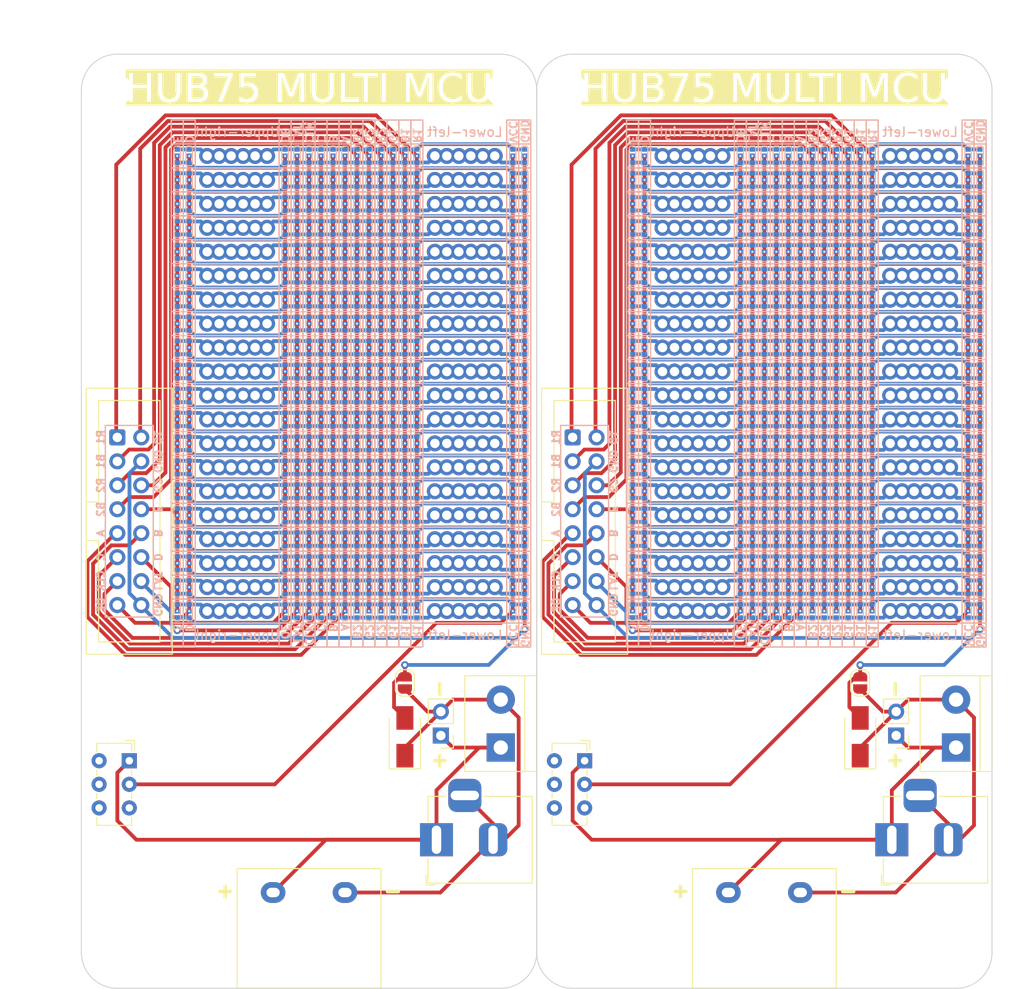
<source format=kicad_pcb>
(kicad_pcb (version 20221018) (generator pcbnew)
  (layers (0 "F.Cu" signal) (31 "B.Cu" signal) (34 "B.Paste" user) (35 "F.Paste" user) (36 "B.SilkS" user "B.Silkscreen") (37 "F.SilkS" user "F.Silkscreen") (38 "B.Mask" user) (39 "F.Mask" user) (44 "Edge.Cuts" user))
  (net 0 "")
  (net 1 "Net-(D1-K)")
  (net 2 "GND")
  (net 3 "Pin_1")
  (net 4 "Pin_2")
  (net 5 "Pin_3")
  (net 6 "Pin_4")
  (net 7 "Pin_5")
  (net 8 "Pin_6")
  (net 9 "Pin_7")
  (net 10 "Pin_8")
  (net 11 "Pin_9")
  (net 12 "Pin_10")
  (net 13 "Pin_11")
  (net 14 "Pin_12")
  (net 15 "Pin_13")
  (net 16 "Pin_14")
  (net 17 "Pin_15")
  (net 18 "Pin_16")
  (net 19 "Pin_17")
  (net 20 "Pin_18")
  (net 21 "Pin_19")
  (net 22 "Pin_20")
  (net 23 "Pin_40")
  (net 24 "Pin_39")
  (net 25 "Pin_38")
  (net 26 "Pin_37")
  (net 27 "Pin_36")
  (net 28 "Pin_35")
  (net 29 "Pin_34")
  (net 30 "Pin_33")
  (net 31 "Pin_32")
  (net 32 "Pin_31")
  (net 33 "Pin_30")
  (net 34 "Pin_29")
  (net 35 "Pin_28")
  (net 36 "Pin_27")
  (net 37 "Pin_26")
  (net 38 "Pin_25")
  (net 39 "Pin_24")
  (net 40 "Pin_23")
  (net 41 "Pin_22")
  (net 42 "Pin_21")
  (net 43 "Net-(J13-Pin_1)")
  (net 44 "VCC")
  (net 45 "/IDC01 (R1)")
  (net 46 "/IDC02 (G1)")
  (net 47 "/IDC03 (B1)")
  (net 48 "/IDC05 (R2)")
  (net 49 "/IDC06 (G2)")
  (net 50 "/IDC07 (B2)")
  (net 51 "/IDC08 (E)")
  (net 52 "/IDC09 (A)")
  (net 53 "/IDC10 (B)")
  (net 54 "/IDC11 (C)")
  (net 55 "/IDC12 (D)")
  (net 56 "/IDC13 (CLK)")
  (net 57 "/IDC14 (LAT)")
  (net 58 "/IDC15 (OE)")
  (footprint "Connector_PinHeader_2.54mm:PinHeader_1x02_P2.54mm_Vertical" (layer "F.Cu") (at 114.3 97.6575 180)
    (fp_text reference "J13" hide)
    (fp_text value "Conn_01x02" hide)
  )
  (footprint "MountingHole:MountingHole_3.2mm_M3" (layer "F.Cu") (at 128.269999 120.650001)
    (fp_text reference "REF**" hide)
    (fp_text value "MountingHole_3.2mm_M3" hide)
  )
  (footprint "Custom:PinHeader_1x20_P2.54mm_Vertical_No_Silk" (layer "F.Cu") (at 94.615 36.195)
    (fp_text reference "J5" hide)
    (fp_text value "Conn_01x20" hide)
  )
  (footprint "Connector_IDC:IDC-Header_2x08_P2.54mm_Vertical" (layer "F.Cu") (at 80.01 66.04)
    (fp_text reference "J17" hide)
    (fp_text value "Conn_02x08_Odd_Even" hide)
  )
  (footprint "Connector_BarrelJack:BarrelJack_Horizontal" (layer "F.Cu") (at 162.099999 108.707501 180)
    (fp_text reference "J14" hide)
    (fp_text value "Barrel_Jack" hide)
  )
  (footprint "Custom:PinHeader_1x20_P2.54mm_Vertical_No_Silk" (layer "F.Cu") (at 167.004999 36.195001)
    (fp_text reference "J11" hide)
    (fp_text value "Conn_01x20" hide)
  )
  (footprint "Custom:PinHeader_1x20_P2.54mm_Vertical_No_Silk" (layer "F.Cu") (at 164.464999 36.195001)
    (fp_text reference "J9" hide)
    (fp_text value "Conn_01x20" hide)
  )
  (footprint "Custom:PinHeader_1x20_P2.54mm_Vertical_No_Silk" (layer "F.Cu") (at 141.604999 36.195001)
    (fp_text reference "J4" hide)
    (fp_text value "Conn_01x20" hide)
  )
  (footprint "Custom:PinHeader_1x20_P2.54mm_Vertical_No_Silk" (layer "F.Cu") (at 163.194999 36.195001)
    (fp_text reference "J8" hide)
    (fp_text value "Conn_01x20" hide)
  )
  (footprint "Custom:PinHeader_1x20_P2.54mm_Vertical_No_Silk" (layer "F.Cu") (at 93.345 36.195)
    (fp_text reference "J4" hide)
    (fp_text value "Conn_01x20" hide)
  )
  (footprint "Custom:PinHeader_1x20_P2.54mm_Vertical_No_Silk" (layer "F.Cu") (at 95.885 36.195)
    (fp_text reference "J6" hide)
    (fp_text value "Conn_01x20" hide)
  )
  (footprint "MountingHole:MountingHole_3.2mm_M3" (layer "F.Cu") (at 168.909999 29.210001)
    (fp_text reference "REF**" hide)
    (fp_text value "MountingHole_3.2mm_M3" hide)
  )
  (footprint "Custom:Barrier_Block" (layer "F.Cu") (at 144.779999 114.300001)
    (fp_text reference "J16" hide)
    (fp_text value "Screw_Terminal_01x02" hide)
  )
  (footprint "Custom:PinHeader_1x20_P2.54mm_Vertical_No_Silk" (layer "F.Cu") (at 120.015 36.195)
    (fp_text reference "J12" hide)
    (fp_text value "Conn_01x20" hide)
  )
  (footprint "MountingHole:MountingHole_3.2mm_M3" (layer "F.Cu") (at 168.909999 120.650001)
    (fp_text reference "REF**" hide)
    (fp_text value "MountingHole_3.2mm_M3" hide)
  )
  (footprint "Custom:PinHeader_1x20_P2.54mm_Vertical_No_Silk" (layer "F.Cu") (at 140.334999 36.195001)
    (fp_text reference "J3" hide)
    (fp_text value "Conn_01x20" hide)
  )
  (footprint "Custom:PinHeader_1x20_P2.54mm_Vertical_No_Silk" (layer "F.Cu") (at 116.205 36.195)
    (fp_text reference "J9" hide)
    (fp_text value "Conn_01x20" hide)
  )
  (footprint "Diode_SMD:D_SMA" (layer "F.Cu") (at 158.749999 97.790001 90)
    (fp_text reference "D1" hide)
    (fp_text value "D" hide)
  )
  (footprint "MountingHole:MountingHole_3.2mm_M3" (layer "F.Cu") (at 128.269999 29.210001)
    (fp_text reference "REF**" hide)
    (fp_text value "MountingHole_3.2mm_M3" hide)
  )
  (footprint "MountingHole:MountingHole_3.2mm_M3" (layer "F.Cu") (at 120.65 29.21)
    (fp_text reference "REF**" hide)
    (fp_text value "MountingHole_3.2mm_M3" hide)
  )
  (footprint "Connector_BarrelJack:BarrelJack_Horizontal" (layer "F.Cu") (at 113.84 108.7075 180)
    (fp_text reference "J14" hide)
    (fp_text value "Barrel_Jack" hide)
  )
  (footprint "Custom:PinHeader_1x20_P2.54mm_Vertical_No_Silk" (layer "F.Cu") (at 92.075 36.195)
    (fp_text reference "J3" hide)
    (fp_text value "Conn_01x20" hide)
  )
  (footprint "Jumper:SolderJumper-2_P1.3mm_Open_RoundedPad1.0x1.5mm" (layer "F.Cu") (at 158.749999 92.075001 90)
    (fp_text reference "JP1" hide)
    (fp_text value "SolderJumper_2_Open" hide)
  )
  (footprint "Diode_SMD:D_SMA" (layer "F.Cu") (at 110.49 97.79 90)
    (fp_text reference "D1" hide)
    (fp_text value "D" hide)
  )
  (footprint "Custom:PinHeader_1x20_P2.54mm_Vertical_No_Silk" (layer "F.Cu") (at 90.805 36.195)
    (fp_text reference "J2" hide)
    (fp_text value "Conn_01x20" hide)
  )
  (footprint "Custom:PinHeader_1x20_P2.54mm_Vertical_No_Silk" (layer "F.Cu") (at 165.734999 36.195001)
    (fp_text reference "J10" hide)
    (fp_text value "Conn_01x20" hide)
  )
  (footprint "Custom:PinHeader_1x20_P2.54mm_Vertical_No_Silk" (layer "F.Cu") (at 144.144999 36.195001)
    (fp_text reference "J6" hide)
    (fp_text value "Conn_01x20" hide)
  )
  (footprint "Custom:PinHeader_1x20_P2.54mm_Vertical_No_Silk" (layer "F.Cu") (at 113.665 36.195)
    (fp_text reference "J7" hide)
    (fp_text value "Conn_01x20" hide)
  )
  (footprint "Custom:PinHeader_1x20_P2.54mm_Vertical_No_Silk" (layer "F.Cu") (at 137.794999 36.195001)
    (fp_text reference "J1" hide)
    (fp_text value "Conn_01x20" hide)
  )
  (footprint "Custom:PinHeader_1x20_P2.54mm_Vertical_No_Silk" (layer "F.Cu") (at 89.535 36.195)
    (fp_text reference "J1" hide)
    (fp_text value "Conn_01x20" hide)
  )
  (footprint "Custom:PinHeader_1x20_P2.54mm_Vertical_No_Silk" (layer "F.Cu") (at 139.064999 36.195001)
    (fp_text reference "J2" hide)
    (fp_text value "Conn_01x20" hide)
  )
  (footprint "Connector_PinHeader_2.54mm:PinHeader_1x02_P2.54mm_Vertical" (layer "F.Cu") (at 162.559999 97.657501 180)
    (fp_text reference "J13" hide)
    (fp_text value "Conn_01x02" hide)
  )
  (footprint "Button_Switch_THT:SW_E-Switch_EG1271_SPDT" (layer "F.Cu") (at 129.539999 100.330001 -90)
    (fp_text reference "SW1" hide)
    (fp_text value "SW_SPST" hide)
  )
  (footprint "Custom:PinHeader_1x20_P2.54mm_Vertical_No_Silk" (layer "F.Cu") (at 117.475 36.195)
    (fp_text reference "J10" hide)
    (fp_text value "Conn_01x20" hide)
  )
  (footprint "Custom:PinHeader_1x20_P2.54mm_Vertical_No_Silk" (layer "F.Cu") (at 114.935 36.195)
    (fp_text reference "J8" hide)
    (fp_text value "Conn_01x20" hide)
  )
  (footprint "Jumper:SolderJumper-2_P1.3mm_Open_RoundedPad1.0x1.5mm" (layer "F.Cu") (at 110.49 92.075 90)
    (fp_text reference "JP1" hide)
    (fp_text value "SolderJumper_2_Open" hide)
  )
  (footprint "Custom:PinHeader_1x20_P2.54mm_Vertical_No_Silk" (layer "F.Cu") (at 142.874999 36.195001)
    (fp_text reference "J5" hide)
    (fp_text value "Conn_01x20" hide)
  )
  (footprint "MountingHole:MountingHole_3.2mm_M3" (layer "F.Cu") (at 80.01 29.21)
    (fp_text reference "REF**" hide)
    (fp_text value "MountingHole_3.2mm_M3" hide)
  )
  (footprint "Custom:PinHeader_1x20_P2.54mm_Vertical_No_Silk" (layer "F.Cu") (at 118.745 36.195)
    (fp_text reference "J11" hide)
    (fp_text value "Conn_01x20" hide)
  )
  (footprint "Custom:Barrier_Block" (layer "F.Cu") (at 96.52 114.3)
    (fp_text reference "J16" hide)
    (fp_text value "Screw_Terminal_01x02" hide)
  )
  (footprint "Button_Switch_THT:SW_E-Switch_EG1271_SPDT" (layer "F.Cu") (at 81.28 100.33 -90)
    (fp_text reference "SW1" hide)
    (fp_text value "SW_SPST" hide)
  )
  (footprint "MountingHole:MountingHole_3.2mm_M3" (layer "F.Cu") (at 80.01 120.65)
    (fp_text reference "REF**" hide)
    (fp_text value "MountingHole_3.2mm_M3" hide)
  )
  (footprint "TerminalBlock:TerminalBlock_bornier-2_P5.08mm" (layer "F.Cu") (at 168.909999 98.927501 90)
    (fp_text reference "J15" hide)
    (fp_text value "Screw_Terminal_01x02" hide)
  )
  (footprint "MountingHole:MountingHole_3.2mm_M3" (layer "F.Cu") (at 120.65 120.65)
    (fp_text reference "REF**" hide)
    (fp_text value "MountingHole_3.2mm_M3" hide)
  )
  (footprint "Custom:PinHeader_1x20_P2.54mm_Vertical_No_Silk" (layer "F.Cu") (at 161.924999 36.195001)
    (fp_text reference "J7" hide)
    (fp_text value "Conn_01x20" hide)
  )
  (footprint "Connector_IDC:IDC-Header_2x08_P2.54mm_Vertical" (layer "F.Cu") (at 128.269999 66.040001)
    (fp_text reference "J17" hide)
    (fp_text value "Conn_02x08_Odd_Even" hide)
  )
  (footprint "Custom:PinHeader_1x20_P2.54mm_Vertical_No_Silk" (layer "F.Cu") (at 168.274999 36.195001)
    (fp_text reference "J12" hide)
    (fp_text value "Conn_01x20" hide)
  )
  (footprint "TerminalBlock:TerminalBlock_bornier-2_P5.08mm" (layer "F.Cu") (at 120.65 98.9275 90)
    (fp_text reference "J15" hide)
    (fp_text value "Screw_Terminal_01x02" hide)
  )
  (footprint "Custom:SolderJumper-mini-3" (layer "B.Cu") (at 111.76 79.375 -90)
    (fp_text reference "JP59" hide)
    (fp_text value "SolderJumper_3_Open" hide)
  )
  (footprint "Custom:SolderJumper-mini-3" (layer "B.Cu") (at 152.399999 56.515001 -90)
    (fp_text reference "JP190" hide)
    (fp_text value "SolderJumper_3_Open" hide)
  )
  (footprint "Custom:SolderJumper-mini-3" (layer "B.Cu") (at 160.019999 38.735001 -90)
    (fp_text reference "JP43" hide)
    (fp_text value "SolderJumper_3_Open" hide)
  )
  (footprint "Custom:SolderJumper-mini-3" (layer "B.Cu") (at 170.179999 38.735001 -90)
    (fp_text reference "JP23" hide)
    (fp_text value "SolderJumper_3_Open" hide)
  )
  (footprint "Custom:SolderJumper-mini-3" (layer "B.Cu") (at 170.179999 43.815001 -90)
    (fp_text reference "JP25" hide)
    (fp_text value "SolderJumper_3_Open" hide)
  )
  (footprint "Custom:SolderJumper-mini-3" (layer "B.Cu") (at 148.589999 56.515001 -90)
    (fp_text reference "JP270" hide)
    (fp_text value "SolderJumper_3_Open" hide)
  )
  (footprint "Custom:SolderJumper-mini-3" (layer "B.Cu") (at 148.589999 59.055001 -90)
    (fp_text reference "JP271" hide)
    (fp_text value "SolderJumper_3_Open" hide)
  )
  (footprint "Custom:SolderJumper-mini-3" (layer "B.Cu") (at 156.209999 56.515001 -90)
    (fp_text reference "JP110" hide)
    (fp_text value "SolderJumper_3_Open" hide)
  )
  (footprint "Custom:SolderJumper-mini-3" (layer "B.Cu") (at 121.92 43.815 -90)
    (fp_text reference "JP25" hide)
    (fp_text value "SolderJumper_3_Open" hide)
  )
  (footprint "Custom:SolderJumper-mini-3" (layer "B.Cu") (at 151.129999 43.815001 -90)
    (fp_text reference "JP205" hide)
    (fp_text value "SolderJumper_3_Open" hide)
  )
  (footprint "Custom:SolderJumper-mini-3" (layer "B.Cu") (at 152.399999 64.135001 -90)
    (fp_text reference "JP193" hide)
    (fp_text value "SolderJumper_3_Open" hide)
  )
  (footprint "Custom:SolderJumper-mini-3" (layer "B.Cu") (at 109.22 71.755 -90)
    (fp_text reference "JP96" hide)
    (fp_text value "SolderJumper_3_Open" hide)
  )
  (footprint "Custom:SolderJumper-mini-3" (layer "B.Cu") (at 100.33 84.455 -90)
    (fp_text reference "JP281" hide)
    (fp_text value "SolderJumper_3_Open" hide)
  )
  (footprint "Custom:SolderJumper-mini-3" (layer "B.Cu") (at 152.399999 53.975001 -90)
    (fp_text reference "JP189" hide)
    (fp_text value "SolderJumper_3_Open" hide)
  )
  (footprint "Custom:SolderJumper-mini-3" (layer "B.Cu") (at 110.49 74.295 -90)
    (fp_text reference "JP77" hide)
    (fp_text value "SolderJumper_3_Open" hide)
  )
  (footprint "Custom:SolderJumper-mini-3" (layer "B.Cu") (at 146.049999 51.435001 -90)
    (fp_text reference "JP308" hide)
    (fp_text value "SolderJumper_3_Open" hide)
  )
  (footprint "Custom:SolderJumper-mini-3" (layer "B.Cu") (at 148.589999 46.355001 -90)
    (fp_text reference "JP266" hide)
    (fp_text value "SolderJumper_3_Open" hide)
  )
  (footprint "Custom:SolderJumper-mini-3" (layer "B.Cu") (at 171.449999 84.455001 -90)
    (fp_text reference "JP21" hide)
    (fp_text value "SolderJumper_3_Open" hide)
  )
  (footprint "Custom:SolderJumper-mini-3" (layer "B.Cu") (at 110.49 81.915 -90)
    (fp_text reference "JP80" hide)
    (fp_text value "SolderJumper_3_Open" hide)
  )
  (footprint "Custom:SolderJumper-mini-3" (layer "B.Cu") (at 105.41 48.895 -90)
    (fp_text reference "JP147" hide)
    (fp_text value "SolderJumper_3_Open" hide)
  )
  (footprint "Custom:SolderJumper-mini-3" (layer "B.Cu") (at 170.179999 51.435001 -90)
    (fp_text reference "JP28" hide)
    (fp_text value "SolderJumper_3_Open" hide)
  )
  (footprint "Custom:SolderJumper-mini-3" (layer "B.Cu") (at 110.49 64.135 -90)
    (fp_text reference "JP73" hide)
    (fp_text value "SolderJumper_3_Open" hide)
  )
  (footprint "Custom:SolderJumper-mini-3" (layer "B.Cu") (at 147.319999 74.295001 -90)
    (fp_text reference "JP297" hide)
    (fp_text value "SolderJumper_3_Open" hide)
  )
  (footprint "Custom:SolderJumper-mini-3" (layer "B.Cu") (at 123.19 46.355 -90)
    (fp_text reference "JP6" hide)
    (fp_text value "SolderJumper_3_Open" hide)
  )
  (footprint "Custom:SolderJumper-mini-3" (layer "B.Cu") (at 111.76 71.755 -90)
    (fp_text reference "JP56" hide)
    (fp_text value "SolderJumper_3_Open" hide)
  )
  (footprint "Custom:SolderJumper-mini-3" (layer "B.Cu") (at 105.41 51.435 -90)
    (fp_text reference "JP148" hide)
    (fp_text value "SolderJumper_3_Open" hide)
  )
  (footprint "Custom:SolderJumper-mini-3" (layer "B.Cu") (at 156.209999 51.435001 -90)
    (fp_text reference "JP108" hide)
    (fp_text value "SolderJumper_3_Open" hide)
  )
  (footprint "Custom:SolderJumper-mini-3" (layer "B.Cu") (at 156.209999 79.375001 -90)
    (fp_text reference "JP119" hide)
    (fp_text value "SolderJumper_3_Open" hide)
  )
  (footprint "Custom:SolderJumper-mini-3" (layer "B.Cu") (at 151.129999 41.275001 -90)
    (fp_text reference "JP204" hide)
    (fp_text value "SolderJumper_3_Open" hide)
  )
  (footprint "Custom:SolderJumper-mini-3" (layer "B.Cu") (at 86.36 56.515 -90)
    (fp_text reference "JP170" hide)
    (fp_text value "SolderJumper_3_Open" hide)
  )
  (footprint "Custom:SolderJumper-mini-3" (layer "B.Cu") (at 146.049999 56.515001 -90)
    (fp_text reference "JP310" hide)
    (fp_text value "SolderJumper_3_Open" hide)
  )
  (footprint "Custom:SolderJumper-mini-3" (layer "B.Cu") (at 105.41 76.835 -90)
    (fp_text reference "JP158" hide)
    (fp_text value "SolderJumper_3_Open" hide)
  )
  (footprint "Custom:SolderJumper-mini-3" (layer "B.Cu") (at 135.889999 48.895001 -90)
    (fp_text reference "JP247" hide)
    (fp_text value "SolderJumper_3_Open" hide)
  )
  (footprint "Custom:SolderJumper-mini-3" (layer "B.Cu") (at 149.859999 51.435001 -90)
    (fp_text reference "JP228" hide)
    (fp_text value "SolderJumper_3_Open" hide)
  )
  (footprint "Custom:SolderJumper-mini-3" (layer "B.Cu") (at 86.36 41.275 -90)
    (fp_text reference "JP164" hide)
    (fp_text value "SolderJumper_3_Open" hide)
  )
  (footprint "Custom:SolderJumper-mini-3" (layer "B.Cu") (at 110.49 48.895 -90)
    (fp_text reference "JP67" hide)
    (fp_text value "SolderJumper_3_Open" hide)
  )
  (footprint "Custom:SolderJumper-mini-3" (layer "B.Cu") (at 87.63 66.675 -90)
    (fp_text reference "JP254" hide)
    (fp_text value "SolderJumper_3_Open" hide)
  )
  (footprint "Custom:SolderJumper-mini-3" (layer "B.Cu") (at 87.63 41.275 -90)
    (fp_text reference "JP244" hide)
    (fp_text value "SolderJumper_3_Open" hide)
  )
  (footprint "Custom:SolderJumper-mini-3" (layer "B.Cu") (at 123.19 59.055 -90)
    (fp_text reference "JP11" hide)
    (fp_text value "SolderJumper_3_Open" hide)
  )
  (footprint "Custom:SolderJumper-mini-3" (layer "B.Cu") (at 171.449999 53.975001 -90)
    (fp_text reference "JP9" hide)
    (fp_text value "SolderJumper_3_Open" hide)
  )
  (footprint "Custom:SolderJumper-mini-3" (layer "B.Cu") (at 86.36 69.215 -90)
    (fp_text reference "JP175" hide)
    (fp_text value "SolderJumper_3_Open" hide)
  )
  (footprint "Custom:SolderJumper-mini-3" (layer "B.Cu") (at 153.669999 46.355001 -90)
    (fp_text reference "JP146" hide)
    (fp_text value "SolderJumper_3_Open" hide)
  )
  (footprint "Custom:SolderJumper-mini-3" (layer "B.Cu") (at 106.68 51.435 -90)
    (fp_text reference "JP128" hide)
    (fp_text value "SolderJumper_3_Open" hide)
  )
  (footprint "Custom:SolderJumper-mini-3" (layer "B.Cu") (at 100.33 79.375 -90)
    (fp_text reference "JP279" hide)
    (fp_text value "SolderJumper_3_Open" hide)
  )
  (footprint "Custom:SolderJumper-mini-3" (layer "B.Cu") (at 135.889999 36.195001 -90)
    (fp_text reference "JP242" hide)
    (fp_text value "SolderJumper_3_Open" hide)
  )
  (footprint "Custom:SolderJumper-mini-3" (layer "B.Cu") (at 102.87 48.895 -90)
    (fp_text reference "JP207" hide)
    (fp_text value "SolderJumper_3_Open" hide)
  )
  (footprint "Custom:SolderJumper-mini-3" (layer "B.Cu") (at 152.399999 46.355001 -90)
    (fp_text reference "JP186" hide)
    (fp_text value "SolderJumper_3_Open" hide)
  )
  (footprint "Custom:SolderJumper-mini-3" (layer "B.Cu") (at 86.36 64.135 -90)
    (fp_text reference "JP173" hide)
    (fp_text value "SolderJumper_3_Open" hide)
  )
  (footprint "Custom:SolderJumper-mini-3" (layer "B.Cu") (at 105.41 69.215 -90)
    (fp_text reference "JP155" hide)
    (fp_text value "SolderJumper_3_Open" hide)
  )
  (footprint "Custom:SolderJumper-mini-3" (layer "B.Cu") (at 104.14 46.355 -90)
    (fp_text reference "JP186" hide)
    (fp_text value "SolderJumper_3_Open" hide)
  )
  (footprint "Custom:SolderJumper-mini-3" (layer "B.Cu") (at 123.19 71.755 -90)
    (fp_text reference "JP16" hide)
    (fp_text value "SolderJumper_3_Open" hide)
  )
  (footprint "Custom:SolderJumper-mini-3" (layer "B.Cu") (at 149.859999 56.515001 -90)
    (fp_text reference "JP230" hide)
    (fp_text value "SolderJumper_3_Open" hide)
  )
  (footprint "Custom:SolderJumper-mini-3" (layer "B.Cu") (at 100.33 41.275 -90)
    (fp_text reference "JP264" hide)
    (fp_text value "SolderJumper_3_Open" hide)
  )
  (footprint "Custom:SolderJumper-mini-3" (layer "B.Cu") (at 100.33 56.515 -90)
    (fp_text reference "JP270" hide)
    (fp_text value "SolderJumper_3_Open" hide)
  )
  (footprint "Custom:SolderJumper-mini-3" (layer "B.Cu") (at 156.209999 48.895001 -90)
    (fp_text reference "JP107" hide)
    (fp_text value "SolderJumper_3_Open" hide)
  )
  (footprint "Custom:SolderJumper-mini-3" (layer "B.Cu") (at 121.92 38.735 -90)
    (fp_text reference "JP23" hide)
    (fp_text value "SolderJumper_3_Open" hide)
  )
  (footprint "Custom:SolderJumper-mini-3" (layer "B.Cu") (at 148.589999 64.135001 -90)
    (fp_text reference "JP273" hide)
    (fp_text value "SolderJumper_3_Open" hide)
  )
  (footprint "Custom:SolderJumper-mini-3" (layer "B.Cu") (at 135.889999 71.755001 -90)
    (fp_text reference "JP256" hide)
    (fp_text value "SolderJumper_3_Open" hide)
  )
  (footprint "Custom:SolderJumper-mini-3" (layer "B.Cu") (at 123.19 38.735 -90)
    (fp_text reference "JP3" hide)
    (fp_text value "SolderJumper_3_Open" hide)
  )
  (footprint "Custom:SolderJumper-mini-3" (layer "B.Cu") (at 160.019999 61.595001 -90)
    (fp_text reference "JP52" hide)
    (fp_text value "SolderJumper_3_Open" hide)
  )
  (footprint "Custom:SolderJumper-mini-3" (layer "B.Cu") (at 135.889999 38.735001 -90)
    (fp_text reference "JP243" hide)
    (fp_text value "SolderJumper_3_Open" hide)
  )
  (footprint "Custom:SolderJumper-mini-3" (layer "B.Cu") (at 107.95 66.675 -90)
    (fp_text reference "JP114" hide)
    (fp_text value "SolderJumper_3_Open" hide)
  )
  (footprint "Custom:SolderJumper-mini-3" (layer "B.Cu") (at 134.619999 61.595001 -90)
    (fp_text reference "JP172" hide)
    (fp_text value "SolderJumper_3_Open" hide)
  )
  (footprint "Custom:SolderJumper-mini-3" (layer "B.Cu") (at 109.22 53.975 -90)
    (fp_text reference "JP89" hide)
    (fp_text value "SolderJumper_3_Open" hide)
  )
  (footprint "Custom:SolderJumper-mini-3" (layer "B.Cu") (at 102.87 84.455 -90)
    (fp_text reference "JP221" hide)
    (fp_text value "SolderJumper_3_Open" hide)
  )
  (footprint "Custom:SolderJumper-mini-3" (layer "B.Cu") (at 106.68 71.755 -90)
    (fp_text reference "JP136" hide)
    (fp_text value "SolderJumper_3_Open" hide)
  )
  (footprint "Custom:SolderJumper-mini-3" (layer "B.Cu") (at 160.019999 41.275001 -90)
    (fp_text reference "JP44" hide)
    (fp_text value "SolderJumper_3_Open" hide)
  )
  (footprint "Custom:SolderJumper-mini-3" (layer "B.Cu") (at 104.14 36.195 -90)
    (fp_text reference "JP182" hide)
    (fp_text value "SolderJumper_3_Open" hide)
  )
  (footprint "Custom:SolderJumper-mini-3" (layer "B.Cu") (at 102.87 69.215 -90)
    (fp_text reference "JP215" hide)
    (fp_text value "SolderJumper_3_Open" hide)
  )
  (footprint "Custom:SolderJumper-mini-3" (layer "B.Cu") (at 105.41 59.055 -90)
    (fp_text reference "JP151" hide)
    (fp_text value "SolderJumper_3_Open" hide)
  )
  (footprint "Custom:SolderJumper-mini-3" (layer "B.Cu") (at 99.06 48.895 -90)
    (fp_text reference "JP287" hide)
    (fp_text value "SolderJumper_3_Open" hide)
  )
  (footprint "Custom:SolderJumper-mini-3" (layer "B.Cu") (at 157.479999 61.595001 -90)
    (fp_text reference "JP92" hide)
    (fp_text value "SolderJumper_3_Open" hide)
  )
  (footprint "Custom:SolderJumper-mini-3" (layer "B.Cu") (at 87.63 84.455 -90)
    (fp_text reference "JP261" hide)
    (fp_text value "SolderJumper_3_Open" hide)
  )
  (footprint "Custom:SolderJumper-mini-3" (layer "B.Cu") (at 106.68 79.375 -90)
    (fp_text reference "JP139" hide)
    (fp_text value "SolderJumper_3_Open" hide)
  )
  (footprint "Custom:SolderJumper-mini-3" (layer "B.Cu") (at 170.179999 81.915001 -90)
    (fp_text reference "JP40" hide)
    (fp_text value "SolderJumper_3_Open" hide)
  )
  (footprint "Custom:SolderJumper-mini-3" (layer "B.Cu") (at 100.33 59.055 -90)
    (fp_text reference "JP271" hide)
    (fp_text value "SolderJumper_3_Open" hide)
  )
  (footprint "Custom:SolderJumper-mini-3" (layer "B.Cu") (at 100.33 43.815 -90)
    (fp_text reference "JP265" hide)
    (fp_text value "SolderJumper_3_Open" hide)
  )
  (footprint "Custom:SolderJumper-mini-3" (layer "B.Cu") (at 170.179999 76.835001 -90)
    (fp_text reference "JP38" hide)
    (fp_text value "SolderJumper_3_Open" hide)
  )
  (footprint "Custom:SolderJumper-mini-3" (layer "B.Cu") (at 111.76 43.815 -90)
    (fp_text reference "JP45" hide)
    (fp_text value "SolderJumper_3_Open" hide)
  )
  (footprint "Custom:SolderJumper-mini-3" (layer "B.Cu") (at 153.669999 69.215001 -90)
    (fp_text reference "JP155" hide)
    (fp_text value "SolderJumper_3_Open" hide)
  )
  (footprint "Custom:SolderJumper-mini-3" (layer "B.Cu") (at 149.859999 41.275001 -90)
    (fp_text reference "JP224" hide)
    (fp_text value "SolderJumper_3_Open" hide)
  )
  (footprint "Custom:SolderJumper-mini-3" (layer "B.Cu") (at 109.22 59.055 -90)
    (fp_text reference "JP91" hide)
    (fp_text value "SolderJumper_3_Open" hide)
  )
  (footprint "Custom:SolderJumper-mini-3" (layer "B.Cu") (at 135.889999 43.815001 -90)
    (fp_text reference "JP245" hide)
    (fp_text value "SolderJumper_3_Open" hide)
  )
  (footprint "Custom:SolderJumper-mini-3" (layer "B.Cu") (at 160.019999 79.375001 -90)
    (fp_text reference "JP59" hide)
    (fp_text value "SolderJumper_3_Open" hide)
  )
  (footprint "Custom:SolderJumper-mini-3" (layer "B.Cu") (at 157.479999 36.195001 -90)
    (fp_text reference "JP82" hide)
    (fp_text value "SolderJumper_3_Open" hide)
  )
  (footprint "Custom:SolderJumper-mini-3" (layer "B.Cu") (at 87.63 46.355 -90)
    (fp_text reference "JP246" hide)
    (fp_text value "SolderJumper_3_Open" hide)
  )
  (footprint "Custom:SolderJumper-mini-3" (layer "B.Cu") (at 107.95 36.195 -90)
    (fp_text reference "JP102" hide)
    (fp_text value "SolderJumper_3_Open" hide)
  )
  (footprint "Custom:SolderJumper-mini-3" (layer "B.Cu") (at 134.619999 71.755001 -90)
    (fp_text reference "JP176" hide)
    (fp_text value "SolderJumper_3_Open" hide)
  )
  (footprint "Custom:SolderJumper-mini-3" (layer "B.Cu") (at 154.939999 38.735001 -90)
    (fp_text reference "JP123" hide)
    (fp_text value "SolderJumper_3_Open" hide)
  )
  (footprint "Custom:SolderJumper-mini-3" (layer "B.Cu") (at 152.399999 71.755001 -90)
    (fp_text reference "JP196" hide)
    (fp_text value "SolderJumper_3_Open" hide)
  )
  (footprint "Custom:SolderJumper-mini-3" (layer "B.Cu") (at 158.749999 43.815001 -90)
    (fp_text reference "JP65" hide)
    (fp_text value "SolderJumper_3_Open" hide)
  )
  (footprint "Custom:SolderJumper-mini-3" (layer "B.Cu") (at 123.19 66.675 -90)
    (fp_text reference "JP14" hide)
    (fp_text value "SolderJumper_3_Open" hide)
  )
  (footprint "Custom:SolderJumper-mini-3" (layer "B.Cu") (at 171.449999 36.195001 -90)
    (fp_text reference "JP2" hide)
    (fp_text value "SolderJumper_3_Open" hide)
  )
  (footprint "Custom:SolderJumper-mini-3" (layer "B.Cu") (at 146.049999 74.295001 -90)
    (fp_text reference "JP317" hide)
    (fp_text value "SolderJumper_3_Open" hide)
  )
  (footprint "Custom:SolderJumper-mini-3" (layer "B.Cu") (at 134.619999 76.835001 -90)
    (fp_text reference "JP178" hide)
    (fp_text value "SolderJumper_3_Open" hide)
  )
  (footprint "Custom:SolderJumper-mini-3" (layer "B.Cu") (at 153.669999 56.515001 -90)
    (fp_text reference "JP150" hide)
    (fp_text value "SolderJumper_3_Open" hide)
  )
  (footprint "Custom:SolderJumper-mini-3" (layer "B.Cu") (at 105.41 46.355 -90)
    (fp_text reference "JP146" hide)
    (fp_text value "SolderJumper_3_Open" hide)
  )
  (footprint "Custom:SolderJumper-mini-3" (layer "B.Cu") (at 99.06 61.595 -90)
    (fp_text reference "JP292" hide)
    (fp_text value "SolderJumper_3_Open" hide)
  )
  (footprint "Custom:SolderJumper-mini-3" (layer "B.Cu") (at 121.92 59.055 -90)
    (fp_text reference "JP31" hide)
    (fp_text value "SolderJumper_3_Open" hide)
  )
  (footprint "Custom:SolderJumper-mini-3" (layer "B.Cu") (at 153.669999 48.895001 -90)
    (fp_text reference "JP147" hide)
    (fp_text value "SolderJumper_3_Open" hide)
  )
  (footprint "Custom:SolderJumper-mini-3" (layer "B.Cu") (at 109.22 56.515 -90)
    (fp_text reference "JP90" hide)
    (fp_text value "SolderJumper_3_Open" hide)
  )
  (footprint "Custom:SolderJumper-mini-3" (layer "B.Cu") (at 105.41 84.455 -90)
    (fp_text reference "JP161" hide)
    (fp_text value "SolderJumper_3_Open" hide)
  )
  (footprint "Custom:SolderJumper-mini-3" (layer "B.Cu") (at 104.14 38.735 -90)
    (fp_text reference "JP183" hide)
    (fp_text value "SolderJumper_3_Open" hide)
  )
  (footprint "Custom:SolderJumper-mini-3" (layer "B.Cu") (at 105.41 74.295 -90)
    (fp_text reference "JP157" hide)
    (fp_text value "SolderJumper_3_Open" hide)
  )
  (footprint "Custom:SolderJumper-mini-3" (layer "B.Cu") (at 104.14 59.055 -90)
    (fp_text reference "JP191" hide)
    (fp_text value "SolderJumper_3_Open" hide)
  )
  (footprint "Custom:SolderJumper-mini-3" (layer "B.Cu") (at 134.619999 53.975001 -90)
    (fp_text reference "JP169" hide)
    (fp_text value "SolderJumper_3_Open" hide)
  )
  (footprint "Custom:SolderJumper-mini-3" (layer "B.Cu") (at 109.22 74.295 -90)
    (fp_text reference "JP97" hide)
    (fp_text value "SolderJumper_3_Open" hide)
  )
  (footprint "Custom:SolderJumper-mini-3" (layer "B.Cu") (at 100.33 46.355 -90)
    (fp_text reference "JP266" hide)
    (fp_text value "SolderJumper_3_Open" hide)
  )
  (footprint "Custom:SolderJumper-mini-3" (layer "B.Cu") (at 135.889999 41.275001 -90)
    (fp_text reference "JP244" hide)
    (fp_text value "SolderJumper_3_Open" hide)
  )
  (footprint "Custom:SolderJumper-mini-3" (layer "B.Cu") (at 99.06 38.735 -90)
    (fp_text reference "JP283" hide)
    (fp_text value "SolderJumper_3_Open" hide)
  )
  (footprint "Custom:SolderJumper-mini-3" (layer "B.Cu") (at 146.049999 36.195001 -90)
    (fp_text reference "JP302" hide)
    (fp_text value "SolderJumper_3_Open" hide)
  )
  (footprint "Custom:SolderJumper-mini-3" (layer "B.Cu") (at 109.22 46.355 -90)
    (fp_text reference "JP86" hide)
    (fp_text value "SolderJumper_3_Open" hide)
  )
  (footprint "Custom:SolderJumper-mini-3" (layer "B.Cu") (at 109.22 84.455 -90)
    (fp_text reference "JP101" hide)
    (fp_text value "SolderJumper_3_Open" hide)
  )
  (footprint "Custom:SolderJumper-mini-3" (layer "B.Cu") (at 101.6 66.675 -90)
    (fp_text reference "JP234" hide)
    (fp_text value "SolderJumper_3_Open" hide)
  )
  (footprint "Custom:SolderJumper-mini-3" (layer "B.Cu") (at 105.41 71.755 -90)
    (fp_text reference "JP156" hide)
    (fp_text value "SolderJumper_3_Open" hide)
  )
  (footprint "Custom:SolderJumper-mini-3" (layer "B.Cu") (at 156.209999 64.135001 -90)
    (fp_text reference "JP113" hide)
    (fp_text value "SolderJumper_3_Open" hide)
  )
  (footprint "Custom:SolderJumper-mini-3" (layer "B.Cu") (at 106.68 66.675 -90)
    (fp_text reference "JP134" hide)
    (fp_text value "SolderJumper_3_Open" hide)
  )
  (footprint "Custom:SolderJumper-mini-3" (layer "B.Cu") (at 147.319999 69.215001 -90)
    (fp_text reference "JP295" hide)
    (fp_text value "SolderJumper_3_Open" hide)
  )
  (footprint "Custom:SolderJumper-mini-3" (layer "B.Cu") (at 121.92 56.515 -90)
    (fp_text reference "JP30" hide)
    (fp_text value "SolderJumper_3_Open" hide)
  )
  (footprint "Custom:SolderJumper-mini-3" (layer "B.Cu") (at 107.95 53.975 -90)
    (fp_text reference "JP109" hide)
    (fp_text value "SolderJumper_3_Open" hide)
  )
  (footprint "Custom:SolderJumper-mini-3" (layer "B.Cu") (at 87.63 48.895 -90)
    (fp_text reference "JP247" hide)
    (fp_text value "SolderJumper_3_Open" hide)
  )
  (footprint "Custom:SolderJumper-mini-3" (layer "B.Cu") (at 153.669999 81.915001 -90)
    (fp_text reference "JP160" hide)
    (fp_text value "SolderJumper_3_Open" hide)
  )
  (footprint "Custom:SolderJumper-mini-3" (layer "B.Cu") (at 154.939999 74.295001 -90)
    (fp_text reference "JP137" hide)
    (fp_text value "SolderJumper_3_Open" hide)
  )
  (footprint "Custom:SolderJumper-mini-3" (layer "B.Cu") (at 170.179999 61.595001 -90)
    (fp_text reference "JP32" hide)
    (fp_text value "SolderJumper_3_Open" hide)
  )
  (footprint "Custom:SolderJumper-mini-3" (layer "B.Cu") (at 154.939999 36.195001 -90)
    (fp_text reference "JP122" hide)
    (fp_text value "SolderJumper_3_Open" hide)
  )
  (footprint "Custom:SolderJumper-mini-3" (layer "B.Cu") (at 123.19 69.215 -90)
    (fp_text reference "JP15" hide)
    (fp_text value "SolderJumper_3_Open" hide)
  )
  (footprint "Custom:SolderJumper-mini-3" (layer "B.Cu") (at 102.87 61.595 -90)
    (fp_text reference "JP212" hide)
    (fp_text value "SolderJumper_3_Open" hide)
  )
  (footprint "Custom:SolderJumper-mini-3" (layer "B.Cu") (at 146.049999 76.835001 -90)
    (fp_text reference "JP318" hide)
    (fp_text value "SolderJumper_3_Open" hide)
  )
  (footprint "Custom:SolderJumper-mini-3" (layer "B.Cu") (at 156.209999 69.215001 -90)
    (fp_text reference "JP115" hide)
    (fp_text value "SolderJumper_3_Open" hide)
  )
  (footprint "Custom:SolderJumper-mini-3" (layer "B.Cu") (at 135.889999 53.975001 -90)
    (fp_text reference "JP249" hide)
    (fp_text value "SolderJumper_3_Open" hide)
  )
  (footprint "Custom:SolderJumper-mini-3" (layer "B.Cu") (at 152.399999 59.055001 -90)
    (fp_text reference "JP191" hide)
    (fp_text value "SolderJumper_3_Open" hide)
  )
  (footprint "Custom:SolderJumper-mini-3" (layer "B.Cu") (at 153.669999 53.975001 -90)
    (fp_text reference "JP149" hide)
    (fp_text value "SolderJumper_3_Open" hide)
  )
  (footprint "Custom:SolderJumper-mini-3" (layer "B.Cu") (at 99.06 46.355 -90)
    (fp_text reference "JP286" hide)
    (fp_text value "SolderJumper_3_Open" hide)
  )
  (footprint "Custom:SolderJumper-mini-3" (layer "B.Cu") (at 111.76 41.275 -90)
    (fp_text reference "JP44" hide)
    (fp_text value "SolderJumper_3_Open" hide)
  )
  (footprint "Custom:SolderJumper-mini-3" (layer "B.Cu") (at 134.619999 46.355001 -90)
    (fp_text reference "JP166" hide)
    (fp_text value "SolderJumper_3_Open" hide)
  )
  (footprint "Custom:SolderJumper-mini-3" (layer "B.Cu") (at 104.14 53.975 -90)
    (fp_text reference "JP189" hide)
    (fp_text value "SolderJumper_3_Open" hide)
  )
  (footprint "Custom:SolderJumper-mini-3" (layer "B.Cu") (at 147.319999 53.975001 -90)
    (fp_text reference "JP289" hide)
    (fp_text value "SolderJumper_3_Open" hide)
  )
  (footprint "Custom:SolderJumper-mini-3" (layer "B.Cu") (at 107.95 51.435 -90)
    (fp_text reference "JP108" hide)
    (fp_text value "SolderJumper_3_Open" hide)
  )
  (footprint "Custom:SolderJumper-mini-3" (layer "B.Cu") (at 158.749999 41.275001 -90)
    (fp_text reference "JP64" hide)
    (fp_text value "SolderJumper_3_Open" hide)
  )
  (footprint "Custom:SolderJumper-mini-3" (layer "B.Cu") (at 100.33 64.135 -90)
    (fp_text reference "JP273" hide)
    (fp_text value "SolderJumper_3_Open" hide)
  )
  (footprint "Custom:SolderJumper-mini-3" (layer "B.Cu") (at 146.049999 43.815001 -90)
    (fp_text reference "JP305" hide)
    (fp_text value "SolderJumper_3_Open" hide)
  )
  (footprint "Custom:SolderJumper-mini-3" (layer "B.Cu") (at 97.79 59.055 -90)
    (fp_text reference "JP311" hide)
    (fp_text value "SolderJumper_3_Open" hide)
  )
  (footprint "Custom:SolderJumper-mini-3" (layer "B.Cu") (at 111.76 66.675 -90)
    (fp_text reference "JP54" hide)
    (fp_text value "SolderJumper_3_Open" hide)
  )
  (footprint "Custom:SolderJumper-mini-3" (layer "B.Cu") (at 154.939999 48.895001 -90)
    (fp_text reference "JP127" hide)
    (fp_text value "SolderJumper_3_Open" hide)
  )
  (footprint "Custom:SolderJumper-mini-3" (layer "B.Cu") (at 157.479999 64.135001 -90)
    (fp_text reference "JP93" hide)
    (fp_text value "SolderJumper_3_Open" hide)
  )
  (footprint "Custom:SolderJumper-mini-3" (layer "B.Cu") (at 149.859999 61.595001 -90)
    (fp_text reference "JP232" hide)
    (fp_text value "SolderJumper_3_Open" hide)
  )
  (footprint "Custom:SolderJumper-mini-3" (layer "B.Cu") (at 87.63 36.195 -90)
    (fp_text reference "JP242" hide)
    (fp_text value "SolderJumper_3_Open" hide)
  )
  (footprint "Custom:SolderJumper-mini-3" (layer "B.Cu") (at 106.68 38.735 -90)
    (fp_text reference "JP123" hide)
    (fp_text value "SolderJumper_3_Open" hide)
  )
  (footprint "Custom:SolderJumper-mini-3" (layer "B.Cu") (at 86.36 53.975 -90)
    (fp_text reference "JP169" hide)
    (fp_text value "SolderJumper_3_Open" hide)
  )
  (footprint "Custom:SolderJumper-mini-3" (layer "B.Cu") (at 156.209999 81.915001 -90)
    (fp_text reference "JP120" hide)
    (fp_text value "SolderJumper_3_Open" hide)
  )
  (footprint "Custom:SolderJumper-mini-3" (layer "B.Cu") (at 121.92 51.435 -90)
    (fp_text reference "JP28" hide)
    (fp_text value "SolderJumper_3_Open" hide)
  )
  (footprint "Custom:SolderJumper-mini-3" (layer "B.Cu") (at 158.749999 76.835001 -90)
    (fp_text reference "JP78" hide)
    (fp_text value "SolderJumper_3_Open" hide)
  )
  (footprint "Custom:SolderJumper-mini-3" (layer "B.Cu") (at 86.36 84.455 -90)
    (fp_text reference "JP181" hide)
    (fp_text value "SolderJumper_3_Open" hide)
  )
  (footprint "Custom:SolderJumper-mini-3" (layer "B.Cu") (at 153.669999 59.055001 -90)
    (fp_text reference "JP151" hide)
    (fp_text value "SolderJumper_3_Open" hide)
  )
  (footprint "Custom:SolderJumper-mini-3" (layer "B.Cu") (at 105.41 38.735 -90)
    (fp_text reference "JP143" hide)
    (fp_text value "SolderJumper_3_Open" hide)
  )
  (footprint "Custom:SolderJumper-mini-3" (layer "B.Cu") (at 86.36 46.355 -90)
    (fp_text reference "JP166" hide)
    (fp_text value "SolderJumper_3_Open" hide)
  )
  (footprint "Custom:SolderJumper-mini-3" (layer "B.Cu") (at 101.6 38.735 -90)
    (fp_text reference "JP223" hide)
    (fp_text value "SolderJumper_3_Open" hide)
  )
  (footprint "Custom:SolderJumper-mini-3" (layer "B.Cu") (at 87.63 51.435 -90)
    (fp_text reference "JP248" hide)
    (fp_text value "SolderJumper_3_Open" hide)
  )
  (footprint "Custom:SolderJumper-mini-3" (layer "B.Cu") (at 101.6 64.135 -90)
    (fp_text reference "JP233" hide)
    (fp_text value "SolderJumper_3_Open" hide)
  )
  (footprint "Custom:SolderJumper-mini-3" (layer "B.Cu") (at 106.68 74.295 -90)
    (fp_text reference "JP137" hide)
    (fp_text value "SolderJumper_3_Open" hide)
  )
  (footprint "Custom:SolderJumper-mini-3" (layer "B.Cu") (at 111.76 59.055 -90)
    (fp_text reference "JP51" hide)
    (fp_text value "SolderJumper_3_Open" hide)
  )
  (footprint "Custom:SolderJumper-mini-3" (layer "B.Cu") (at 151.129999 66.675001 -90)
    (fp_text reference "JP214" hide)
    (fp_text value "SolderJumper_3_Open" hide)
  )
  (footprint "Custom:SolderJumper-mini-3" (layer "B.Cu") (at 106.68 61.595 -90)
    (fp_text reference "JP132" hide)
    (fp_text value "SolderJumper_3_Open" hide)
  )
  (footprint "Custom:SolderJumper-mini-3" (layer "B.Cu") (at 109.22 61.595 -90)
    (fp_text reference "JP92" hide)
    (fp_text value "SolderJumper_3_Open" hide)
  )
  (footprint "Custom:SolderJumper-mini-3" (layer "B.Cu") (at 158.749999 79.375001 -90)
    (fp_text reference "JP79" hide)
    (fp_text value "SolderJumper_3_Open" hide)
  )
  (footprint "Custom:SolderJumper-mini-3" (layer "B.Cu") (at 121.92 81.915 -90)
    (fp_text reference "JP40" hide)
    (fp_text value "SolderJumper_3_Open" hide)
  )
  (footprint "Custom:SolderJumper-mini-3" (layer "B.Cu") (at 158.749999 48.895001 -90)
    (fp_text reference "JP67" hide)
    (fp_text value "SolderJumper_3_Open" hide)
  )
  (footprint "Custom:SolderJumper-mini-3" (layer "B.Cu") (at 135.889999 61.595001 -90)
    (fp_text reference "JP252" hide)
    (fp_text value "SolderJumper_3_Open" hide)
  )
  (footprint "Custom:SolderJumper-mini-3" (layer "B.Cu") (at 149.859999 48.895001 -90)
    (fp_text reference "JP227" hide)
    (fp_text value "SolderJumper_3_Open" hide)
  )
  (footprint "Custom:SolderJumper-mini-3" (layer "B.Cu") (at 97.79 36.195 -90)
    (fp_text reference "JP302" hide)
    (fp_text value "SolderJumper_3_Open" hide)
  )
  (footprint "Custom:SolderJumper-mini-3" (layer "B.Cu") (at 97.79 84.455 -90)
    (fp_text reference "JP321" hide)
    (fp_text value "SolderJumper_3_Open" hide)
  )
  (footprint "Custom:SolderJumper-mini-3" (layer "B.Cu") (at 102.87 56.515 -90)
    (fp_text reference "JP210" hide)
    (fp_text value "SolderJumper_3_Open" hide)
  )
  (footprint "Custom:SolderJumper-mini-3" (layer "B.Cu") (at 158.749999 84.455001 -90)
    (fp_text reference "JP81" hide)
    (fp_text value "SolderJumper_3_Open" hide)
  )
  (footprint "Custom:SolderJumper-mini-3" (layer "B.Cu") (at 148.589999 36.195001 -90)
    (fp_text reference "JP262" hide)
    (fp_text value "SolderJumper_3_Open" hide)
  )
  (footprint "Custom:SolderJumper-mini-3" (layer "B.Cu") (at 148.589999 74.295001 -90)
    (fp_text reference "JP277" hide)
    (fp_text value "SolderJumper_3_Open" hide)
  )
  (footprint "Custom:SolderJumper-mini-3" (layer "B.Cu") (at 107.95 76.835 -90)
    (fp_text reference "JP118" hide)
    (fp_text value "SolderJumper_3_Open" hide)
  )
  (footprint "Custom:SolderJumper-mini-3" (layer "B.Cu") (at 123.19 61.595 -90)
    (fp_text reference "JP12" hide)
    (fp_text value "SolderJumper_3_Open" hide)
  )
  (footprint "Custom:SolderJumper-mini-3" (layer "B.Cu") (at 156.209999 46.355001 -90)
    (fp_text reference "JP106" hide)
    (fp_text value "SolderJumper_3_Open" hide)
  )
  (footprint "Custom:SolderJumper-mini-3" (layer "B.Cu") (at 171.449999 69.215001 -90)
    (fp_text reference "JP15" hide)
    (fp_text value "SolderJumper_3_Open" hide)
  )
  (footprint "Custom:SolderJumper-mini-3" (layer "B.Cu") (at 99.06 76.835 -90)
    (fp_text reference "JP298" hide)
    (fp_text value "SolderJumper_3_Open" hide)
  )
  (footprint "Custom:SolderJumper-mini-3" (layer "B.Cu") (at 97.79 41.275 -90)
    (fp_text reference "JP304" hide)
    (fp_text value "SolderJumper_3_Open" hide)
  )
  (footprint "Custom:SolderJumper-mini-3" (layer "B.Cu") (at 106.68 76.835 -90)
    (fp_text reference "JP138" hide)
    (fp_text value "SolderJumper_3_Open" hide)
  )
  (footprint "Custom:SolderJumper-mini-3" (layer "B.Cu") (at 110.49 79.375 -90)
    (fp_text reference "JP79" hide)
    (fp_text value "SolderJumper_3_Open" hide)
  )
  (footprint "Custom:SolderJumper-mini-3" (layer "B.Cu") (at 135.889999 59.055001 -90)
    (fp_text reference "JP251" hide)
    (fp_text value "SolderJumper_3_Open" hide)
  )
  (footprint "Custom:SolderJumper-mini-3" (layer "B.Cu") (at 97.79 66.675 -90)
    (fp_text reference "JP314" hide)
    (fp_text value "SolderJumper_3_Open" hide)
  )
  (footprint "Custom:SolderJumper-mini-3" (layer "B.Cu") (at 101.6 46.355 -90)
    (fp_text reference "JP226" hide)
    (fp_text value "SolderJumper_3_Open" hide)
  )
  (footprint "Custom:SolderJumper-mini-3" (layer "B.Cu") (at 105.41 56.515 -90)
    (fp_text reference "JP150" hide)
    (fp_text value "SolderJumper_3_Open" hide)
  )
  (footprint "Custom:SolderJumper-mini-3" (layer "B.Cu") (at 134.619999 81.915001 -90)
    (fp_text reference "JP180" hide)
    (fp_text value "SolderJumper_3_Open" hide)
  )
  (footprint "Custom:SolderJumper-mini-3" (layer "B.Cu") (at 149.859999 76.835001 -90)
    (fp_text reference "JP238" hide)
    (fp_text value "SolderJumper_3_Open" hide)
  )
  (footprint "Custom:SolderJumper-mini-3" (layer "B.Cu") (at 151.129999 71.755001 -90)
    (fp_text reference "JP216" hide)
    (fp_text value "SolderJumper_3_Open" hide)
  )
  (footprint "Custom:SolderJumper-mini-3" (layer "B.Cu") (at 102.87 74.295 -90)
    (fp_text reference "JP217" hide)
    (fp_text value "SolderJumper_3_Open" hide)
  )
  (footprint "Custom:SolderJumper-mini-3" (layer "B.Cu") (at 160.019999 76.835001 -90)
    (fp_text reference "JP58" hide)
    (fp_text value "SolderJumper_3_Open" hide)
  )
  (footprint "Custom:SolderJumper-mini-3" (layer "B.Cu") (at 171.449999 76.835001 -90)
    (fp_text reference "JP18" hide)
    (fp_text value "SolderJumper_3_Open" hide)
  )
  (footprint "Custom:SolderJumper-mini-3" (layer "B.Cu") (at 151.129999 59.055001 -90)
    (fp_text reference "JP211" hide)
    (fp_text value "SolderJumper_3_Open" hide)
  )
  (footprint "Custom:SolderJumper-mini-3" (layer "B.Cu") (at 154.939999 79.375001 -90)
    (fp_text reference "JP139" hide)
    (fp_text value "SolderJumper_3_Open" hide)
  )
  (footprint "Custom:SolderJumper-mini-3" (layer "B.Cu") (at 146.049999 71.755001 -90)
    (fp_text reference "JP316" hide)
    (fp_text value "SolderJumper_3_Open" hide)
  )
  (footprint "Custom:SolderJumper-mini-3" (layer "B.Cu") (at 123.19 56.515 -90)
    (fp_text reference "JP10" hide)
    (fp_text value "SolderJumper_3_Open" hide)
  )
  (footprint "Custom:SolderJumper-mini-3" (layer "B.Cu") (at 160.019999 36.195001 -90)
    (fp_text reference "JP42" hide)
    (fp_text value "SolderJumper_3_Open" hide)
  )
  (footprint "Custom:SolderJumper-mini-3" (layer "B.Cu") (at 107.95 84.455 -90)
    (fp_text reference "JP121" hide)
    (fp_text value "SolderJumper_3_Open" hide)
  )
  (footprint "Custom:SolderJumper-mini-3" (layer "B.Cu") (at 110.49 56.515 -90)
    (fp_text reference "JP70" hide)
    (fp_text value "SolderJumper_3_Open" hide)
  )
  (footprint "Custom:SolderJumper-mini-3" (layer "B.Cu") (at 97.79 74.295 -90)
    (fp_text reference "JP317" hide)
    (fp_text value "SolderJumper_3_Open" hide)
  )
  (footprint "Custom:SolderJumper-mini-3" (layer "B.Cu") (at 111.76 84.455 -90)
    (fp_text reference "JP61" hide)
    (fp_text value "SolderJumper_3_Open" hide)
  )
  (footprint "Custom:SolderJumper-mini-3" (layer "B.Cu") (at 97.79 71.755 -90)
    (fp_text reference "JP316" hide)
    (fp_text value "SolderJumper_3_Open" hide)
  )
  (footprint "Custom:SolderJumper-mini-3" (layer "B.Cu") (at 104.14 66.675 -90)
    (fp_text reference "JP194" hide)
    (fp_text value "SolderJumper_3_Open" hide)
  )
  (footprint "Custom:SolderJumper-mini-3" (layer "B.Cu") (at 135.889999 81.915001 -90)
    (fp_text reference "JP260" hide)
    (fp_text value "SolderJumper_3_Open" hide)
  )
  (footprint "Custom:SolderJumper-mini-3" (layer "B.Cu") (at 156.209999 84.455001 -90)
    (fp_text reference "JP121" hide)
    (fp_text value "SolderJumper_3_Open" hide)
  )
  (footprint "Custom:SolderJumper-mini-3" (layer "B.Cu") (at 134.619999 51.435001 -90)
    (fp_text reference "JP168" hide)
    (fp_text value "SolderJumper_3_Open" hide)
  )
  (footprint "Custom:SolderJumper-mini-3" (layer "B.Cu") (at 134.619999 43.815001 -90)
    (fp_text reference "JP165" hide)
    (fp_text value "SolderJumper_3_Open" hide)
  )
  (footprint "Custom:SolderJumper-mini-3" (layer "B.Cu") (at 151.129999 84.455001 -90)
    (fp_text reference "JP221" hide)
    (fp_text value "SolderJumper_3_Open" hide)
  )
  (footprint "Custom:SolderJumper-mini-3" (layer "B.Cu") (at 121.92 41.275 -90)
    (fp_text reference "JP24" hide)
    (fp_text value "SolderJumper_3_Open" hide)
  )
  (footprint "Custom:SolderJumper-mini-3" (layer "B.Cu") (at 157.479999 81.915001 -90)
    (fp_text reference "JP100" hide)
    (fp_text value "SolderJumper_3_Open" hide)
  )
  (footprint "Custom:SolderJumper-mini-3" (layer "B.Cu") (at 86.36 48.895 -90)
    (fp_text reference "JP167" hide)
    (fp_text value "SolderJumper_3_Open" hide)
  )
  (footprint "Custom:SolderJumper-mini-3" (layer "B.Cu") (at 100.33 51.435 -90)
    (fp_text reference "JP268" hide)
    (fp_text value "SolderJumper_3_Open" hide)
  )
  (footprint "Custom:SolderJumper-mini-3" (layer "B.Cu") (at 147.319999 56.515001 -90)
    (fp_text reference "JP290" hide)
    (fp_text value "SolderJumper_3_Open" hide)
  )
  (footprint "Custom:SolderJumper-mini-3" (layer "B.Cu") (at 152.399999 38.735001 -90)
    (fp_text reference "JP183" hide)
    (fp_text value "SolderJumper_3_Open" hide)
  )
  (footprint "Custom:SolderJumper-mini-3" (layer "B.Cu") (at 97.79 38.735 -90)
    (fp_text reference "JP303" hide)
    (fp_text value "SolderJumper_3_Open" hide)
  )
  (footprint "Custom:SolderJumper-mini-3" (layer "B.Cu") (at 146.049999 69.215001 -90)
    (fp_text reference "JP315" hide)
    (fp_text value "SolderJumper_3_Open" hide)
  )
  (footprint "Custom:SolderJumper-mini-3" (layer "B.Cu") (at 104.14 43.815 -90)
    (fp_text reference "JP185" hide)
    (fp_text value "SolderJumper_3_Open" hide)
  )
  (footprint "Custom:SolderJumper-mini-3" (layer "B.Cu") (at 151.129999 56.515001 -90)
    (fp_text reference "JP210" hide)
    (fp_text value "SolderJumper_3_Open" hide)
  )
  (footprint "Custom:SolderJumper-mini-3" (layer "B.Cu") (at 149.859999 43.815001 -90)
    (fp_text reference "JP225" hide)
    (fp_text value "SolderJumper_3_Open" hide)
  )
  (footprint "Custom:SolderJumper-mini-3" (layer "B.Cu") (at 100.33 71.755 -90)
    (fp_text reference "JP276" hide)
    (fp_text value "SolderJumper_3_Open" hide)
  )
  (footprint "Custom:SolderJumper-mini-3" (layer "B.Cu") (at 170.179999 74.295001 -90)
    (fp_text reference "JP37" hide)
    (fp_text value "SolderJumper_3_Open" hide)
  )
  (footprint "Custom:SolderJumper-mini-3" (layer "B.Cu") (at 101.6 71.755 -90)
    (fp_text reference "JP236" hide)
    (fp_text value "SolderJumper_3_Open" hide)
  )
  (footprint "Custom:SolderJumper-mini-3" (layer "B.Cu") (at 86.36 61.595 -90)
    (fp_text reference "JP172" hide)
    (fp_text value "SolderJumper_3_Open" hide)
  )
  (footprint "Custom:SolderJumper-mini-3" (layer "B.Cu") (at 170.179999 41.275001 -90)
    (fp_text reference "JP24" hide)
    (fp_text value "SolderJumper_3_Open" hide)
  )
  (footprint "Custom:SolderJumper-mini-3" (layer "B.Cu") (at 104.14 76.835 -90)
    (fp_text reference "JP198" hide)
    (fp_text value "SolderJumper_3_Open" hide)
  )
  (footprint "Custom:SolderJumper-mini-3" (layer "B.Cu") (at 151.129999 48.895001 -90)
    (fp_text reference "JP207" hide)
    (fp_text value "SolderJumper_3_Open" hide)
  )
  (footprint "Custom:SolderJumper-mini-3" (layer "B.Cu") (at 107.95 69.215 -90)
    (fp_text reference "JP115" hide)
    (fp_text value "SolderJumper_3_Open" hide)
  )
  (footprint "Custom:SolderJumper-mini-3" (layer "B.Cu") (at 171.449999 71.755001 -90)
    (fp_text reference "JP16" hide)
    (fp_text value "SolderJumper_3_Open" hide)
  )
  (footprint "Custom:SolderJumper-mini-3" (layer "B.Cu") (at 147.319999 38.735001 -90)
    (fp_text reference "JP283" hide)
    (fp_text value "SolderJumper_3_Open" hide)
  )
  (footprint "Custom:SolderJumper-mini-3" (layer "B.Cu") (at 99.06 79.375 -90)
    (fp_text reference "JP299" hide)
    (fp_text value "SolderJumper_3_Open" hide)
  )
  (footprint "Custom:SolderJumper-mini-3" (layer "B.Cu") (at 101.6 36.195 -90)
    (fp_text reference "JP222" hide)
    (fp_text value "SolderJumper_3_Open" hide)
  )
  (footprint "Custom:SolderJumper-mini-3" (layer "B.Cu") (at 171.449999 56.515001 -90)
    (fp_text reference "JP10" hide)
    (fp_text value "SolderJumper_3_Open" hide)
  )
  (footprint "Custom:SolderJumper-mini-3" (layer "B.Cu") (at 171.449999 41.275001 -90)
    (fp_text reference "JP4" hide)
    (fp_text value "SolderJumper_3_Open" hide)
  )
  (footprint "Custom:SolderJumper-mini-3" (layer "B.Cu") (at 102.87 71.755 -90)
    (fp_text reference "JP216" hide)
    (fp_text value "SolderJumper_3_Open" hide)
  )
  (footprint "Custom:SolderJumper-mini-3" (layer "B.Cu") (at 151.129999 36.195001 -90)
    (fp_text reference "JP202" hide)
    (fp_text value "SolderJumper_3_Open" hide)
  )
  (footprint "Custom:SolderJumper-mini-3" (layer "B.Cu") (at 121.92 61.595 -90)
    (fp_text reference "JP32" hide)
    (fp_text value "SolderJumper_3_Open" hide)
  )
  (footprint "Custom:SolderJumper-mini-3" (layer "B.Cu") (at 148.589999 53.975001 -90)
    (fp_text reference "JP269" hide)
    (fp_text value "SolderJumper_3_Open" hide)
  )
  (footprint "Custom:SolderJumper-mini-3" (layer "B.Cu") (at 151.129999 74.295001 -90)
    (fp_text reference "JP217" hide)
    (fp_text value "SolderJumper_3_Open" hide)
  )
  (footprint "Custom:SolderJumper-mini-3" (layer "B.Cu") (at 171.449999 61.595001 -90)
    (fp_text reference "JP12" hide)
    (fp_text value "SolderJumper_3_Open" hide)
  )
  (footprint "Custom:SolderJumper-mini-3" (layer "B.Cu") (at 154.939999 46.355001 -90)
    (fp_text reference "JP126" hide)
    (fp_text value "SolderJumper_3_Open" hide)
  )
  (footprint "Custom:SolderJumper-mini-3" (layer "B.Cu") (at 123.19 84.455 -90)
    (fp_text reference "JP21" hide)
    (fp_text value "SolderJumper_3_Open" hide)
  )
  (footprint "Custom:SolderJumper-mini-3" (layer "B.Cu") (at 101.6 56.515 -90)
    (fp_text reference "JP230" hide)
    (fp_text value "SolderJumper_3_Open" hide)
  )
  (footprint "Custom:SolderJumper-mini-3" (layer "B.Cu") (at 160.019999 66.675001 -90)
    (fp_text reference "JP54" hide)
    (fp_text value "SolderJumper_3_Open" hide)
  )
  (footprint "Custom:SolderJumper-mini-3" (layer "B.Cu") (at 86.36 43.815 -90)
    (fp_text reference "JP165" hide)
    (fp_text value "SolderJumper_3_Open" hide)
  )
  (footprint "Custom:SolderJumper-mini-3" (layer "B.Cu") (at 157.479999 51.435001 -90)
    (fp_text reference "JP88" hide)
    (fp_text value "SolderJumper_3_Open" hide)
  )
  (footprint "Custom:SolderJumper-mini-3" (layer "B.Cu") (at 134.619999 48.895001 -90)
    (fp_text reference "JP167" hide)
    (fp_text value "SolderJumper_3_Open" hide)
  )
  (footprint "Custom:SolderJumper-mini-3" (layer "B.Cu") (at 102.87 36.195 -90)
    (fp_text reference "JP202" hide)
    (fp_text value "SolderJumper_3_Open" hide)
  )
  (footprint "Custom:SolderJumper-mini-3" (layer "B.Cu") (at 111.76 46.355 -90)
    (fp_text reference "JP46" hide)
    (fp_text value "SolderJumper_3_Open" hide)
  )
  (footprint "Custom:SolderJumper-mini-3" (layer "B.Cu") (at 148.589999 76.835001 -90)
    (fp_text reference "JP278" hide)
    (fp_text value "SolderJumper_3_Open" hide)
  )
  (footprint "Custom:SolderJumper-mini-3" (layer "B.Cu") (at 157.479999 59.055001 -90)
    (fp_text reference "JP91" hide)
    (fp_text value "SolderJumper_3_Open" hide)
  )
  (footprint "Custom:SolderJumper-mini-3" (layer "B.Cu") (at 158.749999 36.195001 -90)
    (fp_text reference "JP62" hide)
    (fp_text value "SolderJumper_3_Open" hide)
  )
  (footprint "Custom:SolderJumper-mini-3" (layer "B.Cu") (at 152.399999 36.195001 -90)
    (fp_text reference "JP182" hide)
    (fp_text value "SolderJumper_3_Open" hide)
  )
  (footprint "Custom:SolderJumper-mini-3" (layer "B.Cu") (at 101.6 48.895 -90)
    (fp_text reference "JP227" hide)
    (fp_text value "SolderJumper_3_Open" hide)
  )
  (footprint "Custom:SolderJumper-mini-3" (layer "B.Cu") (at 87.63 74.295 -90)
    (fp_text reference "JP257" hide)
    (fp_text value "SolderJumper_3_Open" hide)
  )
  (footprint "Custom:SolderJumper-mini-3" (layer "B.Cu") (at 146.049999 48.895001 -90)
    (fp_text reference "JP307" hide)
    (fp_text value "SolderJumper_3_Open" hide)
  )
  (footprint "Custom:SolderJumper-mini-3" (layer "B.Cu") (at 101.6 43.815 -90)
    (fp_text reference "JP225" hide)
    (fp_text value "SolderJumper_3_Open" hide)
  )
  (footprint "Custom:SolderJumper-mini-3" (layer "B.Cu") (at 100.33 74.295 -90)
    (fp_text reference "JP277" hide)
    (fp_text value "SolderJumper_3_Open" hide)
  )
  (footprint "Custom:SolderJumper-mini-3" (layer "B.Cu") (at 99.06 41.275 -90)
    (fp_text reference "JP284" hide)
    (fp_text value "SolderJumper_3_Open" hide)
  )
  (footprint "Custom:SolderJumper-mini-3" (layer "B.Cu") (at 158.749999 74.295001 -90)
    (fp_text reference "JP77" hide)
    (fp_text value "SolderJumper_3_Open" hide)
  )
  (footprint "Custom:SolderJumper-mini-3" (layer "B.Cu") (at 146.049999 79.375001 -90)
    (fp_text reference "JP319" hide)
    (fp_text value "SolderJumper_3_Open" hide)
  )
  (footprint "Custom:SolderJumper-mini-3" (layer "B.Cu") (at 149.859999 74.295001 -90)
    (fp_text reference "JP237" hide)
    (fp_text value "SolderJumper_3_Open" hide)
  )
  (footprint "Custom:SolderJumper-mini-3" (layer "B.Cu") (at 104.14 74.295 -90)
    (fp_text reference "JP197" hide)
    (fp_text value "SolderJumper_3_Open" hide)
  )
  (footprint "Custom:SolderJumper-mini-3" (layer "B.Cu") (at 104.14 79.375 -90)
    (fp_text reference "JP199" hide)
    (fp_text value "SolderJumper_3_Open" hide)
  )
  (footprint "Custom:SolderJumper-mini-3" (layer "B.Cu") (at 134.619999 66.675001 -90)
    (fp_text reference "JP174" hide)
    (fp_text value "SolderJumper_3_Open" hide)
  )
  (footprint "Custom:SolderJumper-mini-3" (layer "B.Cu") (at 157.479999 84.455001 -90)
    (fp_text reference "JP101" hide)
    (fp_text value "SolderJumper_3_Open" hide)
  )
  (footprint "Custom:SolderJumper-mini-3" (layer "B.Cu") (at 148.589999 41.275001 -90)
    (fp_text reference "JP264" hide)
    (fp_text value "SolderJumper_3_Open" hide)
  )
  (footprint "Custom:SolderJumper-mini-3" (layer "B.Cu") (at 154.939999 43.815001 -90)
    (fp_text reference "JP125" hide)
    (fp_text value "SolderJumper_3_Open" hide)
  )
  (footprint "Custom:SolderJumper-mini-3" (layer "B.Cu") (at 109.22 38.735 -90)
    (fp_text reference "JP83" hide)
    (fp_text value "SolderJumper_3_Open" hide)
  )
  (footprint "Custom:SolderJumper-mini-3" (layer "B.Cu") (at 154.939999 71.755001 -90)
    (fp_text reference "JP136" hide)
    (fp_text value "SolderJumper_3_Open" hide)
  )
  (footprint "Custom:SolderJumper-mini-3" (layer "B.Cu") (at 121.92 69.215 -90)
    (fp_text reference "JP35" hide)
    (fp_text value "SolderJumper_3_Open" hide)
  )
  (footprint "Custom:SolderJumper-mini-3" (layer "B.Cu") (at 111.76 81.915 -90)
    (fp_text reference "JP60" hide)
    (fp_text value "SolderJumper_3_Open" hide)
  )
  (footprint "Custom:SolderJumper-mini-3" (layer "B.Cu") (at 102.87 79.375 -90)
    (fp_text reference "JP219" hide)
    (fp_text value "SolderJumper_3_Open" hide)
  )
  (footprint "Custom:SolderJumper-mini-3" (layer "B.Cu") (at 87.63 71.755 -90)
    (fp_text reference "JP256" hide)
    (fp_text value "SolderJumper_3_Open" hide)
  )
  (footprint "Custom:SolderJumper-mini-3" (layer "B.Cu") (at 109.22 69.215 -90)
    (fp_text reference "JP95" hide)
    (fp_text value "SolderJumper_3_Open" hide)
  )
  (footprint "Custom:SolderJumper-mini-3" (layer "B.Cu") (at 107.95 81.915 -90)
    (fp_text reference "JP120" hide)
    (fp_text value "SolderJumper_3_Open" hide)
  )
  (footprint "Custom:SolderJumper-mini-3" (layer "B.Cu") (at 160.019999 59.055001 -90)
    (fp_text reference "JP51" hide)
    (fp_text value "SolderJumper_3_Open" hide)
  )
  (footprint "Custom:SolderJumper-mini-3" (layer "B.Cu") (at 102.87 81.915 -90)
    (fp_text reference "JP220" hide)
    (fp_text value "SolderJumper_3_Open" hide)
  )
  (footprint "Custom:SolderJumper-mini-3" (layer "B.Cu") (at 160.019999 69.215001 -90)
    (fp_text reference "JP55" hide)
    (fp_text value "SolderJumper_3_Open" hide)
  )
  (footprint "Custom:SolderJumper-mini-3" (layer "B.Cu") (at 97.79 53.975 -90)
    (fp_text reference "JP309" hide)
    (fp_text value "SolderJumper_3_Open" hide)
  )
  (footprint "Custom:SolderJumper-mini-3" (layer "B.Cu") (at 158.749999 66.675001 -90)
    (fp_text reference "JP74" hide)
    (fp_text value "SolderJumper_3_Open" hide)
  )
  (footprint "Custom:SolderJumper-mini-3" (layer "B.Cu") (at 153.669999 36.195001 -90)
    (fp_text reference "JP142" hide)
    (fp_text value "SolderJumper_3_Open" hide)
  )
  (footprint "Custom:SolderJumper-mini-3" (layer "B.Cu") (at 160.019999 51.435001 -90)
    (fp_text reference "JP48" hide)
    (fp_text value "SolderJumper_3_Open" hide)
  )
  (footprint "Custom:SolderJumper-mini-3" (layer "B.Cu") (at 156.209999 38.735001 -90)
    (fp_text reference "JP103" hide)
    (fp_text value "SolderJumper_3_Open" hide)
  )
  (footprint "Custom:SolderJumper-mini-3" (layer "B.Cu") (at 171.449999 66.675001 -90)
    (fp_text reference "JP14" hide)
    (fp_text value "SolderJumper_3_Open" hide)
  )
  (footprint "Custom:SolderJumper-mini-3" (layer "B.Cu") (at 99.06 69.215 -90)
    (fp_text reference "JP295" hide)
    (fp_text value "SolderJumper_3_Open" hide)
  )
  (footprint "Custom:SolderJumper-mini-3" (layer "B.Cu") (at 153.669999 84.455001 -90)
    (fp_text reference "JP161" hide)
    (fp_text value "SolderJumper_3_Open" hide)
  )
  (footprint "Custom:SolderJumper-mini-3" (layer "B.Cu") (at 86.36 59.055 -90)
    (fp_text reference "JP171" hide)
    (fp_text value "SolderJumper_3_Open" hide)
  )
  (footprint "Custom:SolderJumper-mini-3" (layer "B.Cu") (at 134.619999 64.135001 -90)
    (fp_text reference "JP173" hide)
    (fp_text value "SolderJumper_3_Open" hide)
  )
  (footprint "Custom:SolderJumper-mini-3" (layer "B.Cu") (at 170.179999 56.515001 -90)
    (fp_text reference "JP30" hide)
    (fp_text value "SolderJumper_3_Open" hide)
  )
  (footprint "Custom:SolderJumper-mini-3" (layer "B.Cu") (at 101.6 69.215 -90)
    (fp_text reference "JP235" hide)
    (fp_text value "SolderJumper_3_Open" hide)
  )
  (footprint "Custom:SolderJumper-mini-3" (layer "B.Cu") (at 106.68 59.055 -90)
    (fp_text reference "JP131" hide)
    (fp_text value "SolderJumper_3_Open" hide)
  )
  (footprint "Custom:SolderJumper-mini-3" (layer "B.Cu") (at 160.019999 53.975001 -90)
    (fp_text reference "JP49" hide)
    (fp_text value "SolderJumper_3_Open" hide)
  )
  (footprint "Custom:SolderJumper-mini-3" (layer "B.Cu") (at 105.41 66.675 -90)
    (fp_text reference "JP154" hide)
    (fp_text value "SolderJumper_3_Open" hide)
  )
  (footprint "Custom:SolderJumper-mini-3" (layer "B.Cu") (at 148.589999 66.675001 -90)
    (fp_text reference "JP274" hide)
    (fp_text value "SolderJumper_3_Open" hide)
  )
  (footprint "Custom:SolderJumper-mini-3" (layer "B.Cu") (at 105.41 81.915 -90)
    (fp_text reference "JP160" hide)
    (fp_text value "SolderJumper_3_Open" hide)
  )
  (footprint "Custom:SolderJumper-mini-3" (layer "B.Cu") (at 151.129999 53.975001 -90)
    (fp_text reference "JP209" hide)
    (fp_text value "SolderJumper_3_Open" hide)
  )
  (footprint "Custom:SolderJumper-mini-3" (layer "B.Cu") (at 87.63 61.595 -90)
    (fp_text reference "JP252" hide)
    (fp_text value "SolderJumper_3_Open" hide)
  )
  (footprint "Custom:SolderJumper-mini-3" (layer "B.Cu") (at 99.06 66.675 -90)
    (fp_text reference "JP294" hide)
    (fp_text value "SolderJumper_3_Open" hide)
  )
  (footprint "Custom:SolderJumper-mini-3" (layer "B.Cu") (at 154.939999 64.135001 -90)
    (fp_text reference "JP133" hide)
    (fp_text value "SolderJumper_3_Open" hide)
  )
  (footprint "Custom:SolderJumper-mini-3" (layer "B.Cu") (at 106.68 36.195 -90)
    (fp_text reference "JP122" hide)
    (fp_text value "SolderJumper_3_Open" hide)
  )
  (footprint "Custom:SolderJumper-mini-3" (layer "B.Cu") (at 107.95 48.895 -90)
    (fp_text reference "JP107" hide)
    (fp_text value "SolderJumper_3_Open" hide)
  )
  (footprint "Custom:SolderJumper-mini-3" (layer "B.Cu") (at 121.92 74.295 -90)
    (fp_text reference "JP37" hide)
    (fp_text value "SolderJumper_3_Open" hide)
  )
  (footprint "Custom:SolderJumper-mini-3" (layer "B.Cu") (at 157.479999 43.815001 -90)
    (fp_text reference "JP85" hide)
    (fp_text value "SolderJumper_3_Open" hide)
  )
  (footprint "Custom:SolderJumper-mini-3" (layer "B.Cu") (at 86.36 76.835 -90)
    (fp_text reference "JP178" hide)
    (fp_text value "SolderJumper_3_Open" hide)
  )
  (footprint "Custom:SolderJumper-mini-3" (layer "B.Cu") (at 148.589999 51.435001 -90)
    (fp_text reference "JP268" hide)
    (fp_text value "SolderJumper_3_Open" hide)
  )
  (footprint "Custom:SolderJumper-mini-3" (layer "B.Cu") (at 147.319999 61.595001 -90)
    (fp_text reference "JP292" hide)
    (fp_text value "SolderJumper_3_Open" hide)
  )
  (footprint "Custom:SolderJumper-mini-3" (layer "B.Cu") (at 101.6 41.275 -90)
    (fp_text reference "JP224" hide)
    (fp_text value "SolderJumper_3_Open" hide)
  )
  (footprint "Custom:SolderJumper-mini-3" (layer "B.Cu") (at 147.319999 43.815001 -90)
    (fp_text reference "JP285" hide)
    (fp_text value "SolderJumper_3_Open" hide)
  )
  (footprint "Custom:SolderJumper-mini-3" (layer "B.Cu") (at 134.619999 69.215001 -90)
    (fp_text reference "JP175" hide)
    (fp_text value "SolderJumper_3_Open" hide)
  )
  (footprint "Custom:SolderJumper-mini-3" (layer "B.Cu") (at 171.449999 74.295001 -90)
    (fp_text reference "JP17" hide)
    (fp_text value "SolderJumper_3_Open" hide)
  )
  (footprint "Custom:SolderJumper-mini-3" (layer "B.Cu") (at 104.14 64.135 -90)
    (fp_text reference "JP193" hide)
    (fp_text value "SolderJumper_3_Open" hide)
  )
  (footprint "Custom:SolderJumper-mini-3" (layer "B.Cu") (at 156.209999 66.675001 -90)
    (fp_text reference "JP114" hide)
    (fp_text value "SolderJumper_3_Open" hide)
  )
  (footprint "Custom:SolderJumper-mini-3" (layer "B.Cu") (at 110.49 36.195 -90)
    (fp_text reference "JP62" hide)
    (fp_text value "SolderJumper_3_Open" hide)
  )
  (footprint "Custom:SolderJumper-mini-3" (layer "B.Cu") (at 102.87 66.675 -90)
    (fp_text reference "JP214" hide)
    (fp_text value "SolderJumper_3_Open" hide)
  )
  (footprint "Custom:SolderJumper-mini-3" (layer "B.Cu") (at 123.19 48.895 -90)
    (fp_text reference "JP7" hide)
    (fp_text value "SolderJumper_3_Open" hide)
  )
  (footprint "Custom:SolderJumper-mini-3" (layer "B.Cu") (at 160.019999 43.815001 -90)
    (fp_text reference "JP45" hide)
    (fp_text value "SolderJumper_3_Open" hide)
  )
  (footprint "Custom:SolderJumper-mini-3" (layer "B.Cu") (at 121.92 48.895 -90)
    (fp_text reference "JP27" hide)
    (fp_text value "SolderJumper_3_Open" hide)
  )
  (footprint "Custom:SolderJumper-mini-3" (layer "B.Cu") (at 121.92 46.355 -90)
    (fp_text reference "JP26" hide)
    (fp_text value "SolderJumper_3_Open" hide)
  )
  (footprint "Custom:SolderJumper-mini-3" (layer "B.Cu") (at 135.889999 74.295001 -90)
    (fp_text reference "JP257" hide)
    (fp_text value "SolderJumper_3_Open" hide)
  )
  (footprint "Custom:SolderJumper-mini-3" (layer "B.Cu") (at 97.79 81.915 -90)
    (fp_text reference "JP320" hide)
    (fp_text value "SolderJumper_3_Open" hide)
  )
  (footprint "Custom:SolderJumper-mini-3" (layer "B.Cu") (at 146.049999 46.355001 -90)
    (fp_text reference "JP306" hide)
    (fp_text value "SolderJumper_3_Open" hide)
  )
  (footprint "Custom:SolderJumper-mini-3" (layer "B.Cu") (at 158.749999 38.735001 -90)
    (fp_text reference "JP63" hide)
    (fp_text value "SolderJumper_3_Open" hide)
  )
  (footprint "Custom:SolderJumper-mini-3" (layer "B.Cu") (at 111.76 51.435 -90)
    (fp_text reference "JP48" hide)
    (fp_text value "SolderJumper_3_Open" hide)
  )
  (footprint "Custom:SolderJumper-mini-3" (layer "B.Cu") (at 158.749999 53.975001 -90)
    (fp_text reference "JP69" hide)
    (fp_text value "SolderJumper_3_Open" hide)
  )
  (footprint "Custom:SolderJumper-mini-3" (layer "B.Cu") (at 121.92 84.455 -90)
    (fp_text reference "JP41" hide)
    (fp_text value "SolderJumper_3_Open" hide)
  )
  (footprint "Custom:SolderJumper-mini-3" (layer "B.Cu") (at 135.889999 46.355001 -90)
    (fp_text reference "JP246" hide)
    (fp_text value "SolderJumper_3_Open" hide)
  )
  (footprint "Custom:SolderJumper-mini-3" (layer "B.Cu") (at 149.859999 64.135001 -90)
    (fp_text reference "JP233" hide)
    (fp_text value "SolderJumper_3_Open" hide)
  )
  (footprint "Custom:SolderJumper-mini-3" (layer "B.Cu") (at 157.479999 79.375001 -90)
    (fp_text reference "JP99" hide)
    (fp_text value "SolderJumper_3_Open" hide)
  )
  (footprint "Custom:SolderJumper-mini-3" (layer "B.Cu") (at 153.669999 43.815001 -90)
    (fp_text reference "JP145" hide)
    (fp_text value "SolderJumper_3_Open" hide)
  )
  (footprint "Custom:SolderJumper-mini-3" (layer "B.Cu") (at 171.449999 51.435001 -90)
    (fp_text reference "JP8" hide)
    (fp_text value "SolderJumper_3_Open" hide)
  )
  (footprint "Custom:SolderJumper-mini-3" (layer "B.Cu") (at 147.319999 76.835001 -90)
    (fp_text reference "JP298" hide)
    (fp_text value "SolderJumper_3_Open" hide)
  )
  (footprint "Custom:SolderJumper-mini-3" (layer "B.Cu") (at 101.6 74.295 -90)
    (fp_text reference "JP237" hide)
    (fp_text value "SolderJumper_3_Open" hide)
  )
  (footprint "Custom:SolderJumper-mini-3" (layer "B.Cu") (at 101.6 51.435 -90)
    (fp_text reference "JP228" hide)
    (fp_text value "SolderJumper_3_Open" hide)
  )
  (footprint "Custom:SolderJumper-mini-3" (layer "B.Cu") (at 153.669999 51.435001 -90)
    (fp_text reference "JP148" hide)
    (fp_text value "SolderJumper_3_Open" hide)
  )
  (footprint "Custom:SolderJumper-mini-3" (layer "B.Cu") (at 149.859999 38.735001 -90)
    (fp_text reference "JP223" hide)
    (fp_text value "SolderJumper_3_Open" hide)
  )
  (footprint "Custom:SolderJumper-mini-3" (layer "B.Cu") (at 153.669999 79.375001 -90)
    (fp_text reference "JP159" hide)
    (fp_text value "SolderJumper_3_Open" hide)
  )
  (footprint "Custom:SolderJumper-mini-3" (layer "B.Cu") (at 156.209999 74.295001 -90)
    (fp_text reference "JP117" hide)
    (fp_text value "SolderJumper_3_Open" hide)
  )
  (footprint "Custom:SolderJumper-mini-3" (layer "B.Cu") (at 100.33 69.215 -90)
    (fp_text reference "JP275" hide)
    (fp_text value "SolderJumper_3_Open" hide)
  )
  (footprint "Custom:SolderJumper-mini-3" (layer "B.Cu") (at 153.669999 38.735001 -90)
    (fp_text reference "JP143" hide)
    (fp_text value "SolderJumper_3_Open" hide)
  )
  (footprint "Custom:SolderJumper-mini-3" (layer "B.Cu") (at 104.14 48.895 -90)
    (fp_text reference "JP187" hide)
    (fp_text value "SolderJumper_3_Open" hide)
  )
  (footprint "Custom:SolderJumper-mini-3" (layer "B.Cu") (at 110.49 61.595 -90)
    (fp_text reference "JP72" hide)
    (fp_text value "SolderJumper_3_Open" hide)
  )
  (footprint "Custom:SolderJumper-mini-3" (layer "B.Cu") (at 149.859999 36.195001 -90)
    (fp_text reference "JP222" hide)
    (fp_text value "SolderJumper_3_Open" hide)
  )
  (footprint "Custom:SolderJumper-mini-3" (layer "B.Cu") (at 156.209999 71.755001 -90)
    (fp_text reference "JP116" hide)
    (fp_text value "SolderJumper_3_Open" hide)
  )
  (footprint "Custom:SolderJumper-mini-3" (layer "B.Cu") (at 110.49 38.735 -90)
    (fp_text reference "JP63" hide)
    (fp_text value "SolderJumper_3_Open" hide)
  )
  (footprint "Custom:SolderJumper-mini-3" (layer "B.Cu") (at 86.36 81.915 -90)
    (fp_text reference "JP180" hide)
    (fp_text value "SolderJumper_3_Open" hide)
  )
  (footprint "Custom:SolderJumper-mini-3" (layer "B.Cu") (at 86.36 66.675 -90)
    (fp_text reference "JP174" hide)
    (fp_text value "SolderJumper_3_Open" hide)
  )
  (footprint "Custom:SolderJumper-mini-3" (layer "B.Cu") (at 107.95 74.295 -90)
    (fp_text reference "JP117" hide)
    (fp_text value "SolderJumper_3_Open" hide)
  )
  (footprint "Custom:SolderJumper-mini-3" (layer "B.Cu") (at 101.6 53.975 -90)
    (fp_text reference "JP229" hide)
    (fp_text value "SolderJumper_3_Open" hide)
  )
  (footprint "Custom:SolderJumper-mini-3" (layer "B.Cu") (at 160.019999 46.355001 -90)
    (fp_text reference "JP46" hide)
    (fp_text value "SolderJumper_3_Open" hide)
  )
  (footprint "Custom:SolderJumper-mini-3" (layer "B.Cu") (at 154.939999 69.215001 -90)
    (fp_text reference "JP135" hide)
    (fp_text value "SolderJumper_3_Open" hide)
  )
  (footprint "Custom:SolderJumper-mini-3" (layer "B.Cu") (at 106.68 41.275 -90)
    (fp_text reference "JP124" hide)
    (fp_text value "SolderJumper_3_Open" hide)
  )
  (footprint "Custom:SolderJumper-mini-3" (layer "B.Cu") (at 105.41 36.195 -90)
    (fp_text reference "JP142" hide)
    (fp_text value "SolderJumper_3_Open" hide)
  )
  (footprint "Custom:SolderJumper-mini-3" (layer "B.Cu") (at 135.889999 66.675001 -90)
    (fp_text reference "JP254" hide)
    (fp_text value "SolderJumper_3_Open" hide)
  )
  (footprint "Custom:SolderJumper-mini-3" (layer "B.Cu") (at 97.79 69.215 -90)
    (fp_text reference "JP315" hide)
    (fp_text value "SolderJumper_3_Open" hide)
  )
  (footprint "Custom:SolderJumper-mini-3" (layer "B.Cu") (at 111.76 61.595 -90)
    (fp_text reference "JP52" hide)
    (fp_text value "SolderJumper_3_Open" hide)
  )
  (footprint "Custom:SolderJumper-mini-3" (layer "B.Cu") (at 146.049999 66.675001 -90)
    (fp_text reference "JP314" hide)
    (fp_text value "SolderJumper_3_Open" hide)
  )
  (footprint "Custom:SolderJumper-mini-3" (layer "B.Cu") (at 97.79 61.595 -90)
    (fp_text reference "JP312" hide)
    (fp_text value "SolderJumper_3_Open" hide)
  )
  (footprint "Custom:SolderJumper-mini-3" (layer "B.Cu") (at 123.19 51.435 -90)
    (fp_text reference "JP8" hide)
    (fp_text value "SolderJumper_3_Open" hide)
  )
  (footprint "Custom:SolderJumper-mini-3" (layer "B.Cu") (at 135.889999 84.455001 -90)
    (fp_text reference "JP261" hide)
    (fp_text value "SolderJumper_3_Open" hide)
  )
  (footprint "Custom:SolderJumper-mini-3" (layer "B.Cu") (at 158.749999 64.135001 -90)
    (fp_text reference "JP73" hide)
    (fp_text value "SolderJumper_3_Open" hide)
  )
  (footprint "Custom:SolderJumper-mini-3" (layer "B.Cu") (at 160.019999 64.135001 -90)
    (fp_text reference "JP53" hide)
    (fp_text value "SolderJumper_3_Open" hide)
  )
  (footprint "Custom:SolderJumper-mini-3" (layer "B.Cu") (at 110.49 59.055 -90)
    (fp_text reference "JP71" hide)
    (fp_text value "SolderJumper_3_Open" hide)
  )
  (footprint "Custom:SolderJumper-mini-3" (layer "B.Cu") (at 110.49 41.275 -90)
    (fp_text reference "JP64" hide)
    (fp_text value "SolderJumper_3_Open" hide)
  )
  (footprint "Custom:SolderJumper-mini-3" (layer "B.Cu") (at 151.129999 76.835001 -90)
    (fp_text reference "JP218" hide)
    (fp_text value "SolderJumper_3_Open" hide)
  )
  (footprint "Custom:SolderJumper-mini-3" (layer "B.Cu") (at 87.63 69.215 -90)
    (fp_text reference "JP255" hide)
    (fp_text value "SolderJumper_3_Open" hide)
  )
  (footprint "Custom:SolderJumper-mini-3" (layer "B.Cu") (at 135.889999 69.215001 -90)
    (fp_text reference "JP255" hide)
    (fp_text value "SolderJumper_3_Open" hide)
  )
  (footprint "Custom:SolderJumper-mini-3" (layer "B.Cu") (at 134.619999 38.735001 -90)
    (fp_text reference "JP163" hide)
    (fp_text value "SolderJumper_3_Open" hide)
  )
  (footprint "Custom:SolderJumper-mini-3" (layer "B.Cu") (at 149.859999 46.355001 -90)
    (fp_text reference "JP226" hide)
    (fp_text value "SolderJumper_3_Open" hide)
  )
  (footprint "Custom:SolderJumper-mini-3" (layer "B.Cu") (at 171.449999 59.055001 -90)
    (fp_text reference "JP11" hide)
    (fp_text value "SolderJumper_3_Open" hide)
  )
  (footprint "Custom:SolderJumper-mini-3" (layer "B.Cu") (at 121.92 66.675 -90)
    (fp_text reference "JP34" hide)
    (fp_text value "SolderJumper_3_Open" hide)
  )
  (footprint "Custom:SolderJumper-mini-3" (layer "B.Cu") (at 123.19 64.135 -90)
    (fp_text reference "JP13" hide)
    (fp_text value "SolderJumper_3_Open" hide)
  )
  (footprint "Custom:SolderJumper-mini-3" (layer "B.Cu") (at 110.49 71.755 -90)
    (fp_text reference "JP76" hide)
    (fp_text value "SolderJumper_3_Open" hide)
  )
  (footprint "Custom:SolderJumper-mini-3" (layer "B.Cu") (at 99.06 43.815 -90)
    (fp_text reference "JP285" hide)
    (fp_text value "SolderJumper_3_Open" hide)
  )
  (footprint "Custom:SolderJumper-mini-3" (layer "B.Cu") (at 97.79 48.895 -90)
    (fp_text reference "JP307" hide)
    (fp_text value "SolderJumper_3_Open" hide)
  )
  (footprint "Custom:SolderJumper-mini-3" (layer "B.Cu") (at 170.179999 79.375001 -90)
    (fp_text reference "JP39" hide)
    (fp_text value "SolderJumper_3_Open" hide)
  )
  (footprint "Custom:SolderJumper-mini-3" (layer "B.Cu") (at 154.939999 59.055001 -90)
    (fp_text reference "JP131" hide)
    (fp_text value "SolderJumper_3_Open" hide)
  )
  (footprint "Custom:SolderJumper-mini-3" (layer "B.Cu") (at 123.19 36.195 -90)
    (fp_text reference "JP2" hide)
    (fp_text value "SolderJumper_3_Open" hide)
  )
  (footprint "Custom:SolderJumper-mini-3" (layer "B.Cu") (at 146.049999 53.975001 -90)
    (fp_text reference "JP309" hide)
    (fp_text value "SolderJumper_3_Open" hide)
  )
  (footprint "Custom:SolderJumper-mini-3" (layer "B.Cu") (at 87.63 43.815 -90)
    (fp_text reference "JP245" hide)
    (fp_text value "SolderJumper_3_Open" hide)
  )
  (footprint "Custom:SolderJumper-mini-3" (layer "B.Cu") (at 110.49 53.975 -90)
    (fp_text reference "JP69" hide)
    (fp_text value "SolderJumper_3_Open" hide)
  )
  (footprint "Custom:SolderJumper-mini-3" (layer "B.Cu") (at 152.399999 79.375001 -90)
    (fp_text reference "JP199" hide)
    (fp_text value "SolderJumper_3_Open" hide)
  )
  (footprint "Custom:SolderJumper-mini-3" (layer "B.Cu") (at 160.019999 56.515001 -90)
    (fp_text reference "JP50" hide)
    (fp_text value "SolderJumper_3_Open" hide)
  )
  (footprint "Custom:SolderJumper-mini-3" (layer "B.Cu") (at 170.179999 64.135001 -90)
    (fp_text reference "JP33" hide)
    (fp_text value "SolderJumper_3_Open" hide)
  )
  (footprint "Custom:SolderJumper-mini-3" (layer "B.Cu") (at 156.209999 76.835001 -90)
    (fp_text reference "JP118" hide)
    (fp_text value "SolderJumper_3_Open" hide)
  )
  (footprint "Custom:SolderJumper-mini-3" (layer "B.Cu") (at 158.749999 51.435001 -90)
    (fp_text reference "JP68" hide)
    (fp_text value "SolderJumper_3_Open" hide)
  )
  (footprint "Custom:SolderJumper-mini-3" (layer "B.Cu") (at 149.859999 69.215001 -90)
    (fp_text reference "JP235" hide)
    (fp_text value "SolderJumper_3_Open" hide)
  )
  (footprint "Custom:SolderJumper-mini-3" (layer "B.Cu") (at 148.589999 69.215001 -90)
    (fp_text reference "JP275" hide)
    (fp_text value "SolderJumper_3_Open" hide)
  )
  (footprint "Custom:SolderJumper-mini-3" (layer "B.Cu") (at 99.06 71.755 -90)
    (fp_text reference "JP296" hide)
    (fp_text value "SolderJumper_3_Open" hide)
  )
  (footprint "Custom:SolderJumper-mini-3" (layer "B.Cu") (at 107.95 64.135 -90)
    (fp_text reference "JP113" hide)
    (fp_text value "SolderJumper_3_Open" hide)
  )
  (footprint "Custom:SolderJumper-mini-3" (layer "B.Cu") (at 134.619999 56.515001 -90)
    (fp_text reference "JP170" hide)
    (fp_text value "SolderJumper_3_Open" hide)
  )
  (footprint "Custom:SolderJumper-mini-3" (layer "B.Cu") (at 111.76 56.515 -90)
    (fp_text reference "JP50" hide)
    (fp_text value "SolderJumper_3_Open" hide)
  )
  (footprint "Custom:SolderJumper-mini-3" (layer "B.Cu") (at 151.129999 79.375001 -90)
    (fp_text reference "JP219" hide)
    (fp_text value "SolderJumper_3_Open" hide)
  )
  (footprint "Custom:SolderJumper-mini-3" (layer "B.Cu") (at 86.36 36.195 -90)
    (fp_text reference "JP162" hide)
    (fp_text value "SolderJumper_3_Open" hide)
  )
  (footprint "Custom:SolderJumper-mini-3" (layer "B.Cu") (at 135.889999 79.375001 -90)
    (fp_text reference "JP259" hide)
    (fp_text value "SolderJumper_3_Open" hide)
  )
  (footprint "Custom:SolderJumper-mini-3" (layer "B.Cu") (at 147.319999 36.195001 -90)
    (fp_text reference "JP282" hide)
    (fp_text value "SolderJumper_3_Open" hide)
  )
  (footprint "Custom:SolderJumper-mini-3" (layer "B.Cu") (at 100.33 48.895 -90)
    (fp_text reference "JP267" hide)
    (fp_text value "SolderJumper_3_Open" hide)
  )
  (footprint "Custom:SolderJumper-mini-3" (layer "B.Cu") (at 97.79 64.135 -90)
    (fp_text reference "JP313" hide)
    (fp_text value "SolderJumper_3_Open" hide)
  )
  (footprint "Custom:SolderJumper-mini-3" (layer "B.Cu") (at 152.399999 76.835001 -90)
    (fp_text reference "JP198" hide)
    (fp_text value "SolderJumper_3_Open" hide)
  )
  (footprint "Custom:SolderJumper-mini-3" (layer "B.Cu") (at 107.95 59.055 -90)
    (fp_text reference "JP111" hide)
    (fp_text value "SolderJumper_3_Open" hide)
  )
  (footprint "Custom:SolderJumper-mini-3" (layer "B.Cu") (at 101.6 79.375 -90)
    (fp_text reference "JP239" hide)
    (fp_text value "SolderJumper_3_Open" hide)
  )
  (footprint "Custom:SolderJumper-mini-3" (layer "B.Cu") (at 107.95 41.275 -90)
    (fp_text reference "JP104" hide)
    (fp_text value "SolderJumper_3_Open" hide)
  )
  (footprint "Custom:SolderJumper-mini-3" (layer "B.Cu") (at 153.669999 71.755001 -90)
    (fp_text reference "JP156" hide)
    (fp_text value "SolderJumper_3_Open" hide)
  )
  (footprint "Custom:SolderJumper-mini-3" (layer "B.Cu") (at 123.19 81.915 -90)
    (fp_text reference "JP20" hide)
    (fp_text value "SolderJumper_3_Open" hide)
  )
  (footprint "Custom:SolderJumper-mini-3" (layer "B.Cu") (at 105.41 79.375 -90)
    (fp_text reference "JP159" hide)
    (fp_text value "SolderJumper_3_Open" hide)
  )
  (footprint "Custom:SolderJumper-mini-3" (layer "B.Cu") (at 106.68 84.455 -90)
    (fp_text reference "JP141" hide)
    (fp_text value "SolderJumper_3_Open" hide)
  )
  (footprint "Custom:SolderJumper-mini-3" (layer "B.Cu") (at 154.939999 84.455001 -90)
    (fp_text reference "JP141" hide)
    (fp_text value "SolderJumper_3_Open" hide)
  )
  (footprint "Custom:SolderJumper-mini-3" (layer "B.Cu") (at 153.669999 64.135001 -90)
    (fp_text reference "JP153" hide)
    (fp_text value "SolderJumper_3_Open" hide)
  )
  (footprint "Custom:SolderJumper-mini-3" (layer "B.Cu") (at 160.019999 71.755001 -90)
    (fp_text reference "JP56" hide)
    (fp_text value "SolderJumper_3_Open" hide)
  )
  (footprint "Custom:SolderJumper-mini-3" (layer "B.Cu") (at 147.319999 48.895001 -90)
    (fp_text reference "JP287" hide)
    (fp_text value "SolderJumper_3_Open" hide)
  )
  (footprint "Custom:SolderJumper-mini-3" (layer "B.Cu") (at 109.22 81.915 -90)
    (fp_text reference "JP100" hide)
    (fp_text value "SolderJumper_3_Open" hide)
  )
  (footprint "Custom:SolderJumper-mini-3" (layer "B.Cu") (at 87.63 59.055 -90)
    (fp_text reference "JP251" hide)
    (fp_text value "SolderJumper_3_Open" hide)
  )
  (footprint "Custom:SolderJumper-mini-3" (layer "B.Cu") (at 121.92 79.375 -90)
    (fp_text reference "JP39" hide)
    (fp_text value "SolderJumper_3_Open" hide)
  )
  (footprint "Custom:SolderJumper-mini-3" (layer "B.Cu") (at 109.22 79.375 -90)
    (fp_text reference "JP99" hide)
    (fp_text value "SolderJumper_3_Open" hide)
  )
  (footprint "Custom:SolderJumper-mini-3" (layer "B.Cu") (at 121.92 71.755 -90)
    (fp_text reference "JP36" hide)
    (fp_text value "SolderJumper_3_Open" hide)
  )
  (footprint "Custom:SolderJumper-mini-3" (layer "B.Cu") (at 152.399999 74.295001 -90)
    (fp_text reference "JP197" hide)
    (fp_text value "SolderJumper_3_Open" hide)
  )
  (footprint "Custom:SolderJumper-mini-3" (layer "B.Cu") (at 157.479999 48.895001 -90)
    (fp_text reference "JP87" hide)
    (fp_text value "SolderJumper_3_Open" hide)
  )
  (footprint "Custom:SolderJumper-mini-3" (layer "B.Cu") (at 134.619999 59.055001 -90)
    (fp_text reference "JP171" hide)
    (fp_text value "SolderJumper_3_Open" hide)
  )
  (footprint "Custom:SolderJumper-mini-3" (layer "B.Cu") (at 107.95 61.595 -90)
    (fp_text reference "JP112" hide)
    (fp_text value "SolderJumper_3_Open" hide)
  )
  (footprint "Custom:SolderJumper-mini-3" (layer "B.Cu") (at 148.589999 79.375001 -90)
    (fp_text reference "JP279" hide)
    (fp_text value "SolderJumper_3_Open" hide)
  )
  (footprint "Custom:SolderJumper-mini-3" (layer "B.Cu") (at 151.129999 81.915001 -90)
    (fp_text reference "JP220" hide)
    (fp_text value "SolderJumper_3_Open" hide)
  )
  (footprint "Custom:SolderJumper-mini-3" (layer "B.Cu") (at 154.939999 66.675001 -90)
    (fp_text reference "JP134" hide)
    (fp_text value "SolderJumper_3_Open" hide)
  )
  (footprint "Custom:SolderJumper-mini-3" (layer "B.Cu") (at 147.319999 81.915001 -90)
    (fp_text reference "JP300" hide)
    (fp_text value "SolderJumper_3_Open" hide)
  )
  (footprint "Custom:SolderJumper-mini-3" (layer "B.Cu") (at 149.859999 59.055001 -90)
    (fp_text reference "JP231" hide)
    (fp_text value "SolderJumper_3_Open" hide)
  )
  (footprint "Custom:SolderJumper-mini-3" (layer "B.Cu") (at 170.179999 59.055001 -90)
    (fp_text reference "JP31" hide)
    (fp_text value "SolderJumper_3_Open" hide)
  )
  (footprint "Custom:SolderJumper-mini-3" (layer "B.Cu") (at 156.209999 53.975001 -90)
    (fp_text reference "JP109" hide)
    (fp_text value "SolderJumper_3_Open" hide)
  )
  (footprint "Custom:SolderJumper-mini-3" (layer "B.Cu") (at 123.19 74.295 -90)
    (fp_text reference "JP17" hide)
    (fp_text value "SolderJumper_3_Open" hide)
  )
  (footprint "Custom:SolderJumper-mini-3" (layer "B.Cu") (at 146.049999 64.135001 -90)
    (fp_text reference "JP313" hide)
    (fp_text value "SolderJumper_3_Open" hide)
  )
  (footprint "Custom:SolderJumper-mini-3" (layer "B.Cu") (at 171.449999 38.735001 -90)
    (fp_text reference "JP3" hide)
    (fp_text value "SolderJumper_3_Open" hide)
  )
  (footprint "Custom:SolderJumper-mini-3" (layer "B.Cu") (at 107.95 71.755 -90)
    (fp_text reference "JP116" hide)
    (fp_text value "SolderJumper_3_Open" hide)
  )
  (footprint "Custom:SolderJumper-mini-3" (layer "B.Cu") (at 100.33 66.675 -90)
    (fp_text reference "JP274" hide)
    (fp_text value "SolderJumper_3_Open" hide)
  )
  (footprint "Custom:SolderJumper-mini-3" (layer "B.Cu") (at 134.619999 84.455001 -90)
    (fp_text reference "JP181" hide)
    (fp_text value "SolderJumper_3_Open" hide)
  )
  (footprint "Custom:SolderJumper-mini-3" (layer "B.Cu") (at 111.76 69.215 -90)
    (fp_text reference "JP55" hide)
    (fp_text value "SolderJumper_3_Open" hide)
  )
  (footprint "Custom:SolderJumper-mini-3" (layer "B.Cu") (at 149.859999 84.455001 -90)
    (fp_text reference "JP241" hide)
    (fp_text value "SolderJumper_3_Open" hide)
  )
  (footprint "Custom:SolderJumper-mini-3" (layer "B.Cu") (at 156.209999 61.595001 -90)
    (fp_text reference "JP112" hide)
    (fp_text value "SolderJumper_3_Open" hide)
  )
  (footprint "Custom:SolderJumper-mini-3" (layer "B.Cu") (at 152.399999 69.215001 -90)
    (fp_text reference "JP195" hide)
    (fp_text value "SolderJumper_3_Open" hide)
  )
  (footprint "Custom:SolderJumper-mini-3" (layer "B.Cu") (at 86.36 79.375 -90)
    (fp_text reference "JP179" hide)
    (fp_text value "SolderJumper_3_Open" hide)
  )
  (footprint "Custom:SolderJumper-mini-3" (layer "B.Cu") (at 157.479999 56.515001 -90)
    (fp_text reference "JP90" hide)
    (fp_text value "SolderJumper_3_Open" hide)
  )
  (footprint "Custom:SolderJumper-mini-3" (layer "B.Cu") (at 102.87 53.975 -90)
    (fp_text reference "JP209" hide)
    (fp_text value "SolderJumper_3_Open" hide)
  )
  (footprint "Custom:SolderJumper-mini-3" (layer "B.Cu") (at 106.68 43.815 -90)
    (fp_text reference "JP125" hide)
    (fp_text value "SolderJumper_3_Open" hide)
  )
  (footprint "Custom:SolderJumper-mini-3" (layer "B.Cu") (at 152.399999 66.675001 -90)
    (fp_text reference "JP194" hide)
    (fp_text value "SolderJumper_3_Open" hide)
  )
  (footprint "Custom:SolderJumper-mini-3" (layer "B.Cu") (at 148.589999 84.455001 -90)
    (fp_text reference "JP281" hide)
    (fp_text value "SolderJumper_3_Open" hide)
  )
  (footprint "Custom:SolderJumper-mini-3" (layer "B.Cu") (at 158.749999 59.055001 -90)
    (fp_text reference "JP71" hide)
    (fp_text value "SolderJumper_3_Open" hide)
  )
  (footprint "Custom:SolderJumper-mini-3" (layer "B.Cu") (at 104.14 84.455 -90)
    (fp_text reference "JP201" hide)
    (fp_text value "SolderJumper_3_Open" hide)
  )
  (footprint "Custom:SolderJumper-mini-3" (layer "B.Cu") (at 170.179999 69.215001 -90)
    (fp_text reference "JP35" hide)
    (fp_text value "SolderJumper_3_Open" hide)
  )
  (footprint "Custom:SolderJumper-mini-3" (layer "B.Cu") (at 158.749999 69.215001 -90)
    (fp_text reference "JP75" hide)
    (fp_text value "SolderJumper_3_Open" hide)
  )
  (footprint "Custom:SolderJumper-mini-3" (layer "B.Cu") (at 99.06 84.455 -90)
    (fp_text reference "JP301" hide)
    (fp_text value "SolderJumper_3_Open" hide)
  )
  (footprint "Custom:SolderJumper-mini-3" (layer "B.Cu") (at 157.479999 53.975001 -90)
    (fp_text reference "JP89" hide)
    (fp_text value "SolderJumper_3_Open" hide)
  )
  (footprint "Custom:SolderJumper-mini-3" (layer "B.Cu") (at 149.859999 71.755001 -90)
    (fp_text reference "JP236" hide)
    (fp_text value "SolderJumper_3_Open" hide)
  )
  (footprint "Custom:SolderJumper-mini-3" (layer "B.Cu") (at 153.669999 74.295001 -90)
    (fp_text reference "JP157" hide)
    (fp_text value "SolderJumper_3_Open" hide)
  )
  (footprint "Custom:SolderJumper-mini-3" (layer "B.Cu") (at 170.179999 53.975001 -90)
    (fp_text reference "JP29" hide)
    (fp_text value "SolderJumper_3_Open" hide)
  )
  (footprint "Custom:SolderJumper-mini-3" (layer "B.Cu") (at 135.889999 51.435001 -90)
    (fp_text reference "JP248" hide)
    (fp_text value "SolderJumper_3_Open" hide)
  )
  (footprint "Custom:SolderJumper-mini-3" (layer "B.Cu") (at 105.41 53.975 -90)
    (fp_text reference "JP149" hide)
    (fp_text value "SolderJumper_3_Open" hide)
  )
  (footprint "Custom:SolderJumper-mini-3" (layer "B.Cu") (at 157.479999 71.755001 -90)
    (fp_text reference "JP96" hide)
    (fp_text value "SolderJumper_3_Open" hide)
  )
  (footprint "Custom:SolderJumper-mini-3" (layer "B.Cu") (at 146.049999 61.595001 -90)
    (fp_text reference "JP312" hide)
    (fp_text value "SolderJumper_3_Open" hide)
  )
  (footprint "Custom:SolderJumper-mini-3" (layer "B.Cu") (at 111.76 48.895 -90)
    (fp_text reference "JP47" hide)
    (fp_text value "SolderJumper_3_Open" hide)
  )
  (footprint "Custom:SolderJumper-mini-3" (layer "B.Cu") (at 111.76 74.295 -90)
    (fp_text reference "JP57" hide)
    (fp_text value "SolderJumper_3_Open" hide)
  )
  (footprint "Custom:SolderJumper-mini-3" (layer "B.Cu") (at 110.49 46.355 -90)
    (fp_text reference "JP66" hide)
    (fp_text value "SolderJumper_3_Open" hide)
  )
  (footprint "Custom:SolderJumper-mini-3" (layer "B.Cu") (at 151.129999 61.595001 -90)
    (fp_text reference "JP212" hide)
    (fp_text value "SolderJumper_3_Open" hide)
  )
  (footprint "Custom:SolderJumper-mini-3" (layer "B.Cu") (at 134.619999 41.275001 -90)
    (fp_text reference "JP164" hide)
    (fp_text value "SolderJumper_3_Open" hide)
  )
  (footprint "Custom:SolderJumper-mini-3" (layer "B.Cu") (at 104.14 81.915 -90)
    (fp_text reference "JP200" hide)
    (fp_text value "SolderJumper_3_Open" hide)
  )
  (footprint "Custom:SolderJumper-mini-3" (layer "B.Cu") (at 106.68 56.515 -90)
    (fp_text reference "JP130" hide)
    (fp_text value "SolderJumper_3_Open" hide)
  )
  (footprint "Custom:SolderJumper-mini-3" (layer "B.Cu") (at 110.49 84.455 -90)
    (fp_text reference "JP81" hide)
    (fp_text value "SolderJumper_3_Open" hide)
  )
  (footprint "Custom:SolderJumper-mini-3" (layer "B.Cu") (at 146.049999 84.455001 -90)
    (fp_text reference "JP321" hide)
    (fp_text value "SolderJumper_3_Open" hide)
  )
  (footprint "Custom:SolderJumper-mini-3" (layer "B.Cu") (at 148.589999 61.595001 -90)
    (fp_text reference "JP272" hide)
    (fp_text value "SolderJumper_3_Open" hide)
  )
  (footprint "Custom:SolderJumper-mini-3" (layer "B.Cu") (at 110.49 69.215 -90)
    (fp_text reference "JP75" hide)
    (fp_text value "SolderJumper_3_Open" hide)
  )
  (footprint "Custom:SolderJumper-mini-3" (layer "B.Cu") (at 110.49 66.675 -90)
    (fp_text reference "JP74" hide)
    (fp_text value "SolderJumper_3_Open" hide)
  )
  (footprint "Custom:SolderJumper-mini-3" (layer "B.Cu") (at 170.179999 46.355001 -90)
    (fp_text reference "JP26" hide)
    (fp_text value "SolderJumper_3_Open" hide)
  )
  (footprint "Custom:SolderJumper-mini-3" (layer "B.Cu") (at 106.68 48.895 -90)
    (fp_text reference "JP127" hide)
    (fp_text value "SolderJumper_3_Open" hide)
  )
  (footprint "Custom:SolderJumper-mini-3" (layer "B.Cu") (at 170.179999 36.195001 -90)
    (fp_text reference "JP22" hide)
    (fp_text value "SolderJumper_3_Open" hide)
  )
  (footprint "Custom:SolderJumper-mini-3" (layer "B.Cu") (at 110.49 76.835 -90)
    (fp_text reference "JP78" hide)
    (fp_text value "SolderJumper_3_Open" hide)
  )
  (footprint "Custom:SolderJumper-mini-3" (layer "B.Cu") (at 105.41 43.815 -90)
    (fp_text reference "JP145" hide)
    (fp_text value "SolderJumper_3_Open" hide)
  )
  (footprint "Custom:SolderJumper-mini-3" (layer "B.Cu") (at 147.319999 84.455001 -90)
    (fp_text reference "JP301" hide)
    (fp_text value "SolderJumper_3_Open" hide)
  )
  (footprint "Custom:SolderJumper-mini-3" (layer "B.Cu") (at 97.79 56.515 -90)
    (fp_text reference "JP310" hide)
    (fp_text value "SolderJumper_3_Open" hide)
  )
  (footprint "Custom:SolderJumper-mini-3" (layer "B.Cu") (at 110.49 51.435 -90)
    (fp_text reference "JP68" hide)
    (fp_text value "SolderJumper_3_Open" hide)
  )
  (footprint "Custom:SolderJumper-mini-3" (layer "B.Cu") (at 123.19 79.375 -90)
    (fp_text reference "JP19" hide)
    (fp_text value "SolderJumper_3_Open" hide)
  )
  (footprint "Custom:SolderJumper-mini-3" (layer "B.Cu") (at 157.479999 66.675001 -90)
    (fp_text reference "JP94" hide)
    (fp_text value "SolderJumper_3_Open" hide)
  )
  (footprint "Custom:SolderJumper-mini-3" (layer "B.Cu") (at 86.36 38.735 -90)
    (fp_text reference "JP163" hide)
    (fp_text value "SolderJumper_3_Open" hide)
  )
  (footprint "Custom:SolderJumper-mini-3" (layer "B.Cu") (at 87.63 53.975 -90)
    (fp_text reference "JP249" hide)
    (fp_text value "SolderJumper_3_Open" hide)
  )
  (footprint "Custom:SolderJumper-mini-3" (layer "B.Cu") (at 111.76 76.835 -90)
    (fp_text reference "JP58" hide)
    (fp_text value "SolderJumper_3_Open" hide)
  )
  (footprint "Custom:SolderJumper-mini-3" (layer "B.Cu") (at 154.939999 51.435001 -90)
    (fp_text reference "JP128" hide)
    (fp_text value "SolderJumper_3_Open" hide)
  )
  (footprint "Custom:SolderJumper-mini-3" (layer "B.Cu") (at 171.449999 79.375001 -90)
    (fp_text reference "JP19" hide)
    (fp_text value "SolderJumper_3_Open" hide)
  )
  (footprint "Custom:SolderJumper-mini-3" (layer "B.Cu") (at 157.479999 41.275001 -90)
    (fp_text reference "JP84" hide)
    (fp_text value "SolderJumper_3_Open" hide)
  )
  (footprint "Custom:SolderJumper-mini-3" (layer "B.Cu") (at 100.33 53.975 -90)
    (fp_text reference "JP269" hide)
    (fp_text value "SolderJumper_3_Open" hide)
  )
  (footprint "Custom:SolderJumper-mini-3" (layer "B.Cu") (at 147.319999 71.755001 -90)
    (fp_text reference "JP296" hide)
    (fp_text value "SolderJumper_3_Open" hide)
  )
  (footprint "Custom:SolderJumper-mini-3" (layer "B.Cu") (at 99.06 53.975 -90)
    (fp_text reference "JP289" hide)
    (fp_text value "SolderJumper_3_Open" hide)
  )
  (footprint "Custom:SolderJumper-mini-3" (layer "B.Cu") (at 154.939999 76.835001 -90)
    (fp_text reference "JP138" hide)
    (fp_text value "SolderJumper_3_Open" hide)
  )
  (footprint "Custom:SolderJumper-mini-3" (layer "B.Cu") (at 104.14 71.755 -90)
    (fp_text reference "JP196" hide)
    (fp_text value "SolderJumper_3_Open" hide)
  )
  (footprint "Custom:SolderJumper-mini-3" (layer "B.Cu") (at 104.14 56.515 -90)
    (fp_text reference "JP190" hide)
    (fp_text value "SolderJumper_3_Open" hide)
  )
  (footprint "Custom:SolderJumper-mini-3" (layer "B.Cu") (at 152.399999 81.915001 -90)
    (fp_text reference "JP200" hide)
    (fp_text value "SolderJumper_3_Open" hide)
  )
  (footprint "Custom:SolderJumper-mini-3" (layer "B.Cu") (at 152.399999 61.595001 -90)
    (fp_text reference "JP192" hide)
    (fp_text value "SolderJumper_3_Open" hide)
  )
  (footprint "Custom:SolderJumper-mini-3" (layer "B.Cu") (at 152.399999 48.895001 -90)
    (fp_text reference "JP187" hide)
    (fp_text value "SolderJumper_3_Open" hide)
  )
  (footprint "Custom:SolderJumper-mini-3" (layer "B.Cu") (at 123.19 53.975 -90)
    (fp_text reference "JP9" hide)
    (fp_text value "SolderJumper_3_Open" hide)
  )
  (footprint "Custom:SolderJumper-mini-3" (layer "B.Cu") (at 171.449999 64.135001 -90)
    (fp_text reference "JP13" hide)
    (fp_text value "SolderJumper_3_Open" hide)
  )
  (footprint "Custom:SolderJumper-mini-3" (layer "B.Cu") (at 99.06 74.295 -90)
    (fp_text reference "JP297" hide)
    (fp_text value "SolderJumper_3_Open" hide)
  )
  (footprint "Custom:SolderJumper-mini-3" (layer "B.Cu") (at 123.19 41.275 -90)
    (fp_text reference "JP4" hide)
    (fp_text value "SolderJumper_3_Open" hide)
  )
  (footprint "Custom:SolderJumper-mini-3" (layer "B.Cu") (at 148.589999 71.755001 -90)
    (fp_text reference "JP276" hide)
    (fp_text value "SolderJumper_3_Open" hide)
  )
  (footprint "Custom:SolderJumper-mini-3" (layer "B.Cu") (at 106.68 81.915 -90)
    (fp_text reference "JP140" hide)
    (fp_text value "SolderJumper_3_Open" hide)
  )
  (footprint "Custom:SolderJumper-mini-3" (layer "B.Cu") (at 160.019999 84.455001 -90)
    (fp_text reference "JP61" hide)
    (fp_text value "SolderJumper_3_Open" hide)
  )
  (footprint "Custom:SolderJumper-mini-3" (layer "B.Cu") (at 148.589999 81.915001 -90)
    (fp_text reference "JP280" hide)
    (fp_text value "SolderJumper_3_Open" hide)
  )
  (footprint "Custom:SolderJumper-mini-3" (layer "B.Cu") (at 151.129999 64.135001 -90)
    (fp_text reference "JP213" hide)
    (fp_text value "SolderJumper_3_Open" hide)
  )
  (footprint "Custom:SolderJumper-mini-3" (layer "B.Cu") (at 135.889999 56.515001 -90)
    (fp_text reference "JP250" hide)
    (fp_text value "SolderJumper_3_Open" hide)
  )
  (footprint "Custom:SolderJumper-mini-3" (layer "B.Cu") (at 101.6 61.595 -90)
    (fp_text reference "JP232" hide)
    (fp_text value "SolderJumper_3_Open" hide)
  )
  (footprint "Custom:SolderJumper-mini-3" (layer "B.Cu") (at 151.129999 46.355001 -90)
    (fp_text reference "JP206" hide)
    (fp_text value "SolderJumper_3_Open" hide)
  )
  (footprint "Custom:SolderJumper-mini-3" (layer "B.Cu") (at 99.06 59.055 -90)
    (fp_text reference "JP291" hide)
    (fp_text value "SolderJumper_3_Open" hide)
  )
  (footprint "Custom:SolderJumper-mini-3" (layer "B.Cu") (at 99.06 81.915 -90)
    (fp_text reference "JP300" hide)
    (fp_text value "SolderJumper_3_Open" hide)
  )
  (footprint "Custom:SolderJumper-mini-3" (layer "B.Cu") (at 87.63 64.135 -90)
    (fp_text reference "JP253" hide)
    (fp_text value "SolderJumper_3_Open" hide)
  )
  (footprint "Custom:SolderJumper-mini-3" (layer "B.Cu") (at 148.589999 43.815001 -90)
    (fp_text reference "JP265" hide)
    (fp_text value "SolderJumper_3_Open" hide)
  )
  (footprint "Custom:SolderJumper-mini-3" (layer "B.Cu") (at 160.019999 81.915001 -90)
    (fp_text reference "JP60" hide)
    (fp_text value "SolderJumper_3_Open" hide)
  )
  (footprint "Custom:SolderJumper-mini-3" (layer "B.Cu") (at 105.41 61.595 -90)
    (fp_text reference "JP152" hide)
    (fp_text value "SolderJumper_3_Open" hide)
  )
  (footprint "Custom:SolderJumper-mini-3" (layer "B.Cu") (at 99.06 36.195 -90)
    (fp_text reference "JP282" hide)
    (fp_text value "SolderJumper_3_Open" hide)
  )
  (footprint "Custom:SolderJumper-mini-3" (layer "B.Cu") (at 147.319999 66.675001 -90)
    (fp_text reference "JP294" hide)
    (fp_text value "SolderJumper_3_Open" hide)
  )
  (footprint "Custom:SolderJumper-mini-3" (layer "B.Cu") (at 158.749999 61.595001 -90)
    (fp_text reference "JP72" hide)
    (fp_text value "SolderJumper_3_Open" hide)
  )
  (footprint "Custom:SolderJumper-mini-3" (layer "B.Cu") (at 97.79 76.835 -90)
    (fp_text reference "JP318" hide)
    (fp_text value "SolderJumper_3_Open" hide)
  )
  (footprint "Custom:SolderJumper-mini-3" (layer "B.Cu") (at 135.889999 64.135001 -90)
    (fp_text reference "JP253" hide)
    (fp_text value "SolderJumper_3_Open" hide)
  )
  (footprint "Custom:SolderJumper-mini-3" (layer "B.Cu") (at 134.619999 79.375001 -90)
    (fp_text reference "JP179" hide)
    (fp_text value "SolderJumper_3_Open" hide)
  )
  (footprint "Custom:SolderJumper-mini-3" (layer "B.Cu") (at 106.68 53.975 -90)
    (fp_text reference "JP129" hide)
    (fp_text value "SolderJumper_3_Open" hide)
  )
  (footprint "Custom:SolderJumper-mini-3" (layer "B.Cu") (at 107.95 79.375 -90)
    (fp_text reference "JP119" hide)
    (fp_text value "SolderJumper_3_Open" hide)
  )
  (footprint "Custom:SolderJumper-mini-3" (layer "B.Cu") (at 151.129999 69.215001 -90)
    (fp_text reference "JP215" hide)
    (fp_text value "SolderJumper_3_Open" hide)
  )
  (footprint "Custom:SolderJumper-mini-3" (layer "B.Cu") (at 109.22 51.435 -90)
    (fp_text reference "JP88" hide)
    (fp_text value "SolderJumper_3_Open" hide)
  )
  (footprint "Custom:SolderJumper-mini-3" (layer "B.Cu") (at 110.49 43.815 -90)
    (fp_text reference "JP65" hide)
    (fp_text value "SolderJumper_3_Open" hide)
  )
  (footprint "Custom:SolderJumper-mini-3" (layer "B.Cu") (at 146.049999 38.735001 -90)
    (fp_text reference "JP303" hide)
    (fp_text value "SolderJumper_3_Open" hide)
  )
  (footprint "Custom:SolderJumper-mini-3" (layer "B.Cu") (at 171.449999 46.355001 -90)
    (fp_text reference "JP6" hide)
    (fp_text value "SolderJumper_3_Open" hide)
  )
  (footprint "Custom:SolderJumper-mini-3" (layer "B.Cu") (at 147.319999 64.135001 -90)
    (fp_text reference "JP293" hide)
    (fp_text value "SolderJumper_3_Open" hide)
  )
  (footprint "Custom:SolderJumper-mini-3" (layer "B.Cu") (at 156.209999 43.815001 -90)
    (fp_text reference "JP105" hide)
    (fp_text value "SolderJumper_3_Open" hide)
  )
  (footprint "Custom:SolderJumper-mini-3" (layer "B.Cu") (at 170.179999 84.455001 -90)
    (fp_text reference "JP41" hide)
    (fp_text value "SolderJumper_3_Open" hide)
  )
  (footprint "Custom:SolderJumper-mini-3" (layer "B.Cu") (at 106.68 46.355 -90)
    (fp_text reference "JP126" hide)
    (fp_text value "SolderJumper_3_Open" hide)
  )
  (footprint "Custom:SolderJumper-mini-3" (layer "B.Cu") (at 107.95 56.515 -90)
    (fp_text reference "JP110" hide)
    (fp_text value "SolderJumper_3_Open" hide)
  )
  (footprint "Custom:SolderJumper-mini-3" (layer "B.Cu") (at 157.479999 76.835001 -90)
    (fp_text reference "JP98" hide)
    (fp_text value "SolderJumper_3_Open" hide)
  )
  (footprint "Custom:SolderJumper-mini-3" (layer "B.Cu") (at 121.92 53.975 -90)
    (fp_text reference "JP29" hide)
    (fp_text value "SolderJumper_3_Open" hide)
  )
  (footprint "Custom:SolderJumper-mini-3" (layer "B.Cu") (at 157.479999 69.215001 -90)
    (fp_text reference "JP95" hide)
    (fp_text value "SolderJumper_3_Open" hide)
  )
  (footprint "Custom:SolderJumper-mini-3" (layer "B.Cu") (at 146.049999 59.055001 -90)
    (fp_text reference "JP311" hide)
    (fp_text value "SolderJumper_3_Open" hide)
  )
  (footprint "Custom:SolderJumper-mini-3" (layer "B.Cu") (at 156.209999 59.055001 -90)
    (fp_text reference "JP111" hide)
    (fp_text value "SolderJumper_3_Open" hide)
  )
  (footprint "Custom:SolderJumper-mini-3" (layer "B.Cu") (at 146.049999 41.275001 -90)
    (fp_text reference "JP304" hide)
    (fp_text value "SolderJumper_3_Open" hide)
  )
  (footprint "Custom:SolderJumper-mini-3" (layer "B.Cu") (at 156.209999 36.195001 -90)
    (fp_text reference "JP102" hide)
    (fp_text value "SolderJumper_3_Open" hide)
  )
  (footprint "Custom:SolderJumper-mini-3" (layer "B.Cu") (at 104.14 61.595 -90)
    (fp_text reference "JP192" hide)
    (fp_text value "SolderJumper_3_Open" hide)
  )
  (footprint "Custom:SolderJumper-mini-3" (layer "B.Cu") (at 134.619999 36.195001 -90)
    (fp_text reference "JP162" hide)
    (fp_text value "SolderJumper_3_Open" hide)
  )
  (footprint "Custom:SolderJumper-mini-3" (layer "B.Cu") (at 104.14 69.215 -90)
    (fp_text reference "JP195" hide)
    (fp_text value "SolderJumper_3_Open" hide)
  )
  (footprint "Custom:SolderJumper-mini-3" (layer "B.Cu") (at 157.479999 38.735001 -90)
    (fp_text reference "JP83" hide)
    (fp_text value "SolderJumper_3_Open" hide)
  )
  (footprint "Custom:SolderJumper-mini-3" (layer "B.Cu") (at 105.41 64.135 -90)
    (fp_text reference "JP153" hide)
    (fp_text value "SolderJumper_3_Open" hide)
  )
  (footprint "Custom:SolderJumper-mini-3" (layer "B.Cu") (at 102.87 76.835 -90)
    (fp_text reference "JP218" hide)
    (fp_text value "SolderJumper_3_Open" hide)
  )
  (footprint "Custom:SolderJumper-mini-3" (layer "B.Cu") (at 148.589999 48.895001 -90)
    (fp_text reference "JP267" hide)
    (fp_text value "SolderJumper_3_Open" hide)
  )
  (footprint "Custom:SolderJumper-mini-3" (layer "B.Cu") (at 86.36 51.435 -90)
    (fp_text reference "JP168" hide)
    (fp_text value "SolderJumper_3_Open" hide)
  )
  (footprint "Custom:SolderJumper-mini-3" (layer "B.Cu") (at 102.87 38.735 -90)
    (fp_text reference "JP203" hide)
    (fp_text value "SolderJumper_3_Open" hide)
  )
  (footprint "Custom:SolderJumper-mini-3" (layer "B.Cu") (at 153.669999 41.275001 -90)
    (fp_text reference "JP144" hide)
    (fp_text value "SolderJumper_3_Open" hide)
  )
  (footprint "Custom:SolderJumper-mini-3" (layer "B.Cu") (at 123.19 43.815 -90)
    (fp_text reference "JP5" hide)
    (fp_text value "SolderJumper_3_Open" hide)
  )
  (footprint "Custom:SolderJumper-mini-3" (layer "B.Cu") (at 87.63 56.515 -90)
    (fp_text reference "JP250" hide)
    (fp_text value "SolderJumper_3_Open" hide)
  )
  (footprint "Custom:SolderJumper-mini-3" (layer "B.Cu") (at 99.06 64.135 -90)
    (fp_text reference "JP293" hide)
    (fp_text value "SolderJumper_3_Open" hide)
  )
  (footprint "Custom:SolderJumper-mini-3" (layer "B.Cu") (at 100.33 81.915 -90)
    (fp_text reference "JP280" hide)
    (fp_text value "SolderJumper_3_Open" hide)
  )
  (footprint "Custom:SolderJumper-mini-3" (layer "B.Cu") (at 111.76 38.735 -90)
    (fp_text reference "JP43" hide)
    (fp_text value "SolderJumper_3_Open" hide)
  )
  (footprint "Custom:SolderJumper-mini-3" (layer "B.Cu") (at 151.129999 38.735001 -90)
    (fp_text reference "JP203" hide)
    (fp_text value "SolderJumper_3_Open" hide)
  )
  (footprint "Custom:SolderJumper-mini-3" (layer "B.Cu") (at 149.859999 81.915001 -90)
    (fp_text reference "JP240" hide)
    (fp_text value "SolderJumper_3_Open" hide)
  )
  (footprint "Custom:SolderJumper-mini-3" (layer "B.Cu") (at 157.479999 74.295001 -90)
    (fp_text reference "JP97" hide)
    (fp_text value "SolderJumper_3_Open" hide)
  )
  (footprint "Custom:SolderJumper-mini-3" (layer "B.Cu") (at 100.33 61.595 -90)
    (fp_text reference "JP272" hide)
    (fp_text value "SolderJumper_3_Open" hide)
  )
  (footprint "Custom:SolderJumper-mini-3" (layer "B.Cu") (at 109.22 76.835 -90)
    (fp_text reference "JP98" hide)
    (fp_text value "SolderJumper_3_Open" hide)
  )
  (footprint "Custom:SolderJumper-mini-3" (layer "B.Cu") (at 170.179999 48.895001 -90)
    (fp_text reference "JP27" hide)
    (fp_text value "SolderJumper_3_Open" hide)
  )
  (footprint "Custom:SolderJumper-mini-3" (layer "B.Cu") (at 101.6 76.835 -90)
    (fp_text reference "JP238" hide)
    (fp_text value "SolderJumper_3_Open" hide)
  )
  (footprint "Custom:SolderJumper-mini-3" (layer "B.Cu") (at 146.049999 81.915001 -90)
    (fp_text reference "JP320" hide)
    (fp_text value "SolderJumper_3_Open" hide)
  )
  (footprint "Custom:SolderJumper-mini-3" (layer "B.Cu") (at 107.95 46.355 -90)
    (fp_text reference "JP106" hide)
    (fp_text value "SolderJumper_3_Open" hide)
  )
  (footprint "Custom:SolderJumper-mini-3" (layer "B.Cu") (at 102.87 43.815 -90)
    (fp_text reference "JP205" hide)
    (fp_text value "SolderJumper_3_Open" hide)
  )
  (footprint "Custom:SolderJumper-mini-3" (layer "B.Cu") (at 107.95 38.735 -90)
    (fp_text reference "JP103" hide)
    (fp_text value "SolderJumper_3_Open" hide)
  )
  (footprint "Custom:SolderJumper-mini-3" (layer "B.Cu") (at 171.449999 81.915001 -90)
    (fp_text reference "JP20" hide)
    (fp_text value "SolderJumper_3_Open" hide)
  )
  (footprint "Custom:SolderJumper-mini-3" (layer "B.Cu") (at 101.6 84.455 -90)
    (fp_text reference "JP241" hide)
    (fp_text value "SolderJumper_3_Open" hide)
  )
  (footprint "Custom:SolderJumper-mini-3" (layer "B.Cu") (at 97.79 51.435 -90)
    (fp_text reference "JP308" hide)
    (fp_text value "SolderJumper_3_Open" hide)
  )
  (footprint "Custom:SolderJumper-mini-3" (layer "B.Cu") (at 109.22 36.195 -90)
    (fp_text reference "JP82" hide)
    (fp_text value "SolderJumper_3_Open" hide)
  )
  (footprint "Custom:SolderJumper-mini-3" (layer "B.Cu") (at 102.87 59.055 -90)
    (fp_text reference "JP211" hide)
    (fp_text value "SolderJumper_3_Open" hide)
  )
  (footprint "Custom:SolderJumper-mini-3" (layer "B.Cu") (at 105.41 41.275 -90)
    (fp_text reference "JP144" hide)
    (fp_text value "SolderJumper_3_Open" hide)
  )
  (footprint "Custom:SolderJumper-mini-3" (layer "B.Cu") (at 106.68 69.215 -90)
    (fp_text reference "JP135" hide)
    (fp_text value "SolderJumper_3_Open" hide)
  )
  (footprint "Custom:SolderJumper-mini-3" (layer "B.Cu") (at 109.22 66.675 -90)
    (fp_text reference "JP94" hide)
    (fp_text value "SolderJumper_3_Open" hide)
  )
  (footprint "Custom:SolderJumper-mini-3" (layer "B.Cu") (at 87.63 38.735 -90)
    (fp_text reference "JP243" hide)
    (fp_text value "SolderJumper_3_Open" hide)
  )
  (footprint "Custom:SolderJumper-mini-3" (layer "B.Cu") (at 152.399999 43.815001 -90)
    (fp_text reference "JP185" hide)
    (fp_text value "SolderJumper_3_Open" hide)
  )
  (footprint "Custom:SolderJumper-mini-3" (layer "B.Cu") (at 86.36 71.755 -90)
    (fp_text reference "JP176" hide)
    (fp_text value "SolderJumper_3_Open" hide)
  )
  (footprint "Custom:SolderJumper-mini-3" (layer "B.Cu") (at 121.92 76.835 -90)
    (fp_text reference "JP38" hide)
    (fp_text value "SolderJumper_3_Open" hide)
  )
  (footprint "Custom:SolderJumper-mini-3" (layer "B.Cu") (at 111.76 36.195 -90)
    (fp_text reference "JP42" hide)
    (fp_text value "SolderJumper_3_Open" hide)
  )
  (footprint "Custom:SolderJumper-mini-3" (layer "B.Cu") (at 86.36 74.295 -90)
    (fp_text reference "JP177" hide)
    (fp_text value "SolderJumper_3_Open" hide)
  )
  (footprint "Custom:SolderJumper-mini-3" (layer "B.Cu") (at 160.019999 74.295001 -90)
    (fp_text reference "JP57" hide)
    (fp_text value "SolderJumper_3_Open" hide)
  )
  (footprint "Custom:SolderJumper-mini-3" (layer "B.Cu") (at 149.859999 53.975001 -90)
    (fp_text reference "JP229" hide)
    (fp_text value "SolderJumper_3_Open" hide)
  )
  (footprint "Custom:SolderJumper-mini-3" (layer "B.Cu") (at 107.95 43.815 -90)
    (fp_text reference "JP105" hide)
    (fp_text value "SolderJumper_3_Open" hide)
  )
  (footprint "Custom:SolderJumper-mini-3" (layer "B.Cu") (at 97.79 79.375 -90)
    (fp_text reference "JP319" hide)
    (fp_text value "SolderJumper_3_Open" hide)
  )
  (footprint "Custom:SolderJumper-mini-3" (layer "B.Cu") (at 109.22 64.135 -90)
    (fp_text reference "JP93" hide)
    (fp_text value "SolderJumper_3_Open" hide)
  )
  (footprint "Custom:SolderJumper-mini-3" (layer "B.Cu") (at 152.399999 41.275001 -90)
    (fp_text reference "JP184" hide)
    (fp_text value "SolderJumper_3_Open" hide)
  )
  (footprint "Custom:SolderJumper-mini-3" (layer "B.Cu") (at 158.749999 81.915001 -90)
    (fp_text reference "JP80" hide)
    (fp_text value "SolderJumper_3_Open" hide)
  )
  (footprint "Custom:SolderJumper-mini-3" (layer "B.Cu") (at 101.6 59.055 -90)
    (fp_text reference "JP231" hide)
    (fp_text value "SolderJumper_3_Open" hide)
  )
  (footprint "Custom:SolderJumper-mini-3" (layer "B.Cu") (at 153.669999 66.675001 -90)
    (fp_text reference "JP154" hide)
    (fp_text value "SolderJumper_3_Open" hide)
  )
  (footprint "Custom:SolderJumper-mini-3" (layer "B.Cu") (at 109.22 48.895 -90)
    (fp_text reference "JP87" hide)
    (fp_text value "SolderJumper_3_Open" hide)
  )
  (footprint "Custom:SolderJumper-mini-3" (layer "B.Cu") (at 154.939999 61.595001 -90)
    (fp_text reference "JP132" hide)
    (fp_text value "SolderJumper_3_Open" hide)
  )
  (footprint "Custom:SolderJumper-mini-3" (layer "B.Cu") (at 97.79 46.355 -90)
    (fp_text reference "JP306" hide)
    (fp_text value "SolderJumper_3_Open" hide)
  )
  (footprint "Custom:SolderJumper-mini-3" (layer "B.Cu") (at 154.939999 41.275001 -90)
    (fp_text reference "JP124" hide)
    (fp_text value "SolderJumper_3_Open" hide)
  )
  (footprint "Custom:SolderJumper-mini-3" (layer "B.Cu") (at 104.14 41.275 -90)
    (fp_text reference "JP184" hide)
    (fp_text value "SolderJumper_3_Open" hide)
  )
  (footprint "Custom:SolderJumper-mini-3" (layer "B.Cu") (at 111.76 64.135 -90)
    (fp_text reference "JP53" hide)
    (fp_text value "SolderJumper_3_Open" hide)
  )
  (footprint "Custom:SolderJumper-mini-3" (layer "B.Cu") (at 99.06 56.515 -90)
    (fp_text reference "JP290" hide)
    (fp_text value "SolderJumper_3_Open" hide)
  )
  (footprint "Custom:SolderJumper-mini-3" (layer "B.Cu") (at 102.87 51.435 -90)
    (fp_text reference "JP208" hide)
    (fp_text value "SolderJumper_3_Open" hide)
  )
  (footprint "Custom:SolderJumper-mini-3" (layer "B.Cu") (at 147.319999 51.435001 -90)
    (fp_text reference "JP288" hide)
    (fp_text value "SolderJumper_3_Open" hide)
  )
  (footprint "Custom:SolderJumper-mini-3" (layer "B.Cu") (at 158.749999 46.355001 -90)
    (fp_text reference "JP66" hide)
    (fp_text value "SolderJumper_3_Open" hide)
  )
  (footprint "Custom:SolderJumper-mini-3" (layer "B.Cu") (at 102.87 64.135 -90)
    (fp_text reference "JP213" hide)
    (fp_text value "SolderJumper_3_Open" hide)
  )
  (footprint "Custom:SolderJumper-mini-3" (layer "B.Cu") (at 170.179999 66.675001 -90)
    (fp_text reference "JP34" hide)
    (fp_text value "SolderJumper_3_Open" hide)
  )
  (footprint "Custom:SolderJumper-mini-3" (layer "B.Cu") (at 147.319999 41.275001 -90)
    (fp_text reference "JP284" hide)
    (fp_text value "SolderJumper_3_Open" hide)
  )
  (footprint "Custom:SolderJumper-mini-3" (layer "B.Cu") (at 148.589999 38.735001 -90)
    (fp_text reference "JP263" hide)
    (fp_text value "SolderJumper_3_Open" hide)
  )
  (footprint "Custom:SolderJumper-mini-3" (layer "B.Cu") (at 109.22 43.815 -90)
    (fp_text reference "JP85" hide)
    (fp_text value "SolderJumper_3_Open" hide)
  )
  (footprint "Custom:SolderJumper-mini-3" (layer "B.Cu") (at 157.479999 46.355001 -90)
    (fp_text reference "JP86" hide)
    (fp_text value "SolderJumper_3_Open" hide)
  )
  (footprint "Custom:SolderJumper-mini-3" (layer "B.Cu") (at 158.749999 56.515001 -90)
    (fp_text reference "JP70" hide)
    (fp_text value "SolderJumper_3_Open" hide)
  )
  (footprint "Custom:SolderJumper-mini-3" (layer "B.Cu") (at 152.399999 84.455001 -90)
    (fp_text reference "JP201" hide)
    (fp_text value "SolderJumper_3_Open" hide)
  )
  (footprint "Custom:SolderJumper-mini-3" (layer "B.Cu") (at 87.63 76.835 -90)
    (fp_text reference "JP258" hide)
    (fp_text value "SolderJumper_3_Open" hide)
  )
  (footprint "Custom:SolderJumper-mini-3" (layer "B.Cu") (at 99.06 51.435 -90)
    (fp_text reference "JP288" hide)
    (fp_text value "SolderJumper_3_Open" hide)
  )
  (footprint "Custom:SolderJumper-mini-3" (layer "B.Cu") (at 123.19 76.835 -90)
    (fp_text reference "JP18" hide)
    (fp_text value "SolderJumper_3_Open" hide)
  )
  (footprint "Custom:SolderJumper-mini-3" (layer "B.Cu") (at 111.76 53.975 -90)
    (fp_text reference "JP49" hide)
    (fp_text value "SolderJumper_3_Open" hide)
  )
  (footprint "Custom:SolderJumper-mini-3" (layer "B.Cu") (at 154.939999 53.975001 -90)
    (fp_text reference "JP129" hide)
    (fp_text value "SolderJumper_3_Open" hide)
  )
  (footprint "Custom:SolderJumper-mini-3" (layer "B.Cu") (at 121.92 64.135 -90)
    (fp_text reference "JP33" hide)
    (fp_text value "SolderJumper_3_Open" hide)
  )
  (footprint "Custom:SolderJumper-mini-3" (layer "B.Cu") (at 135.889999 76.835001 -90)
    (fp_text reference "JP258" hide)
    (fp_text value "SolderJumper_3_Open" hide)
  )
  (footprint "Custom:SolderJumper-mini-3" (layer "B.Cu") (at 158.749999 71.755001 -90)
    (fp_text reference "JP76" hide)
    (fp_text value "SolderJumper_3_Open" hide)
  )
  (footprint "Custom:SolderJumper-mini-3" (layer "B.Cu") (at 153.669999 61.595001 -90)
    (fp_text reference "JP152" hide)
    (fp_text value "SolderJumper_3_Open" hide)
  )
  (footprint "Custom:SolderJumper-mini-3" (layer "B.Cu") (at 109.22 41.275 -90)
    (fp_text reference "JP84" hide)
    (fp_text value "SolderJumper_3_Open" hide)
  )
  (footprint "Custom:SolderJumper-mini-3" (layer "B.Cu") (at 154.939999 81.915001 -90)
    (fp_text reference "JP140" hide)
    (fp_text value "SolderJumper_3_Open" hide)
  )
  (footprint "Custom:SolderJumper-mini-3" (layer "B.Cu") (at 100.33 36.195 -90)
    (fp_text reference "JP262" hide)
    (fp_text value "SolderJumper_3_Open" hide)
  )
  (footprint "Custom:SolderJumper-mini-3" (layer "B.Cu") (at 147.319999 46.355001 -90)
    (fp_text reference "JP286" hide)
    (fp_text value "SolderJumper_3_Open" hide)
  )
  (footprint "Custom:SolderJumper-mini-3" (layer "B.Cu") (at 100.33 76.835 -90)
    (fp_text reference "JP278" hide)
    (fp_text value "SolderJumper_3_Open" hide)
  )
  (footprint "Custom:SolderJumper-mini-3" (layer "B.Cu") (at 149.859999 66.675001 -90)
    (fp_text reference "JP234" hide)
    (fp_text value "SolderJumper_3_Open" hide)
  )
  (footprint "Custom:SolderJumper-mini-3" (layer "B.Cu") (at 170.179999 71.755001 -90)
    (fp_text reference "JP36" hide)
    (fp_text value "SolderJumper_3_Open" hide)
  )
  (footprint "Custom:SolderJumper-mini-3" (layer "B.Cu") (at 153.669999 76.835001 -90)
    (fp_text reference "JP158" hide)
    (fp_text value "SolderJumper_3_Open" hide)
  )
  (footprint "Custom:SolderJumper-mini-3" (layer "B.Cu") (at 171.449999 48.895001 -90)
    (fp_text reference "JP7" hide)
    (fp_text value "SolderJumper_3_Open" hide)
  )
  (footprint "Custom:SolderJumper-mini-3" (layer "B.Cu") (at 102.87 46.355 -90)
    (fp_text reference "JP206" hide)
    (fp_text value "SolderJumper_3_Open" hide)
  )
  (footprint "Custom:SolderJumper-mini-3" (layer "B.Cu") (at 171.449999 43.815001 -90)
    (fp_text reference "JP5" hide)
    (fp_text value "SolderJumper_3_Open" hide)
  )
  (footprint "Custom:SolderJumper-mini-3" (layer "B.Cu") (at 104.14 51.435 -90)
    (fp_text reference "JP188" hide)
    (fp_text value "SolderJumper_3_Open" hide)
  )
  (footprint "Custom:SolderJumper-mini-3" (layer "B.Cu") (at 101.6 81.915 -90)
    (fp_text reference "JP240" hide)
    (fp_text value "SolderJumper_3_Open" hide)
  )
  (footprint "Custom:SolderJumper-mini-3" (layer "B.Cu") (at 160.019999 48.895001 -90)
    (fp_text reference "JP47" hide)
    (fp_text value "SolderJumper_3_Open" hide)
  )
  (footprint "Custom:SolderJumper-mini-3" (layer "B.Cu") (at 87.63 81.915 -90)
    (fp_text reference "JP260" hide)
    (fp_text value "SolderJumper_3_Open" hide)
  )
  (footprint "Custom:SolderJumper-mini-3" (layer "B.Cu") (at 156.209999 41.275001 -90)
    (fp_text reference "JP104" hide)
    (fp_text value "SolderJumper_3_Open" hide)
  )
  (footprint "Custom:SolderJumper-mini-3" (layer "B.Cu") (at 106.68 64.135 -90)
    (fp_text reference "JP133" hide)
    (fp_text value "SolderJumper_3_Open" hide)
  )
  (footprint "Custom:SolderJumper-mini-3" (layer "B.Cu") (at 102.87 41.275 -90)
    (fp_text reference "JP204" hide)
    (fp_text value "SolderJumper_3_Open" hide)
  )
  (footprint "Custom:SolderJumper-mini-3" (layer "B.Cu") (at 97.79 43.815 -90)
    (fp_text reference "JP305" hide)
    (fp_text value "SolderJumper_3_Open" hide)
  )
  (footprint "Custom:SolderJumper-mini-3" (layer "B.Cu") (at 100.33 38.735 -90)
    (fp_text reference "JP263" hide)
    (fp_text value "SolderJumper_3_Open" hide)
  )
  (footprint "Custom:SolderJumper-mini-3" (layer "B.Cu") (at 147.319999 79.375001 -90)
    (fp_text reference "JP299" hide)
    (fp_text value "SolderJumper_3_Open" hide)
  )
  (footprint "Custom:SolderJumper-mini-3" (layer "B.Cu") (at 147.319999 59.055001 -90)
    (fp_text reference "JP291" hide)
    (fp_text value "SolderJumper_3_Open" hide)
  )
  (footprint "Custom:SolderJumper-mini-3" (layer "B.Cu") (at 149.859999 79.375001 -90)
    (fp_text reference "JP239" hide)
    (fp_text value "SolderJumper_3_Open" hide)
  )
  (footprint "Custom:SolderJumper-mini-3" (layer "B.Cu") (at 121.92 36.195 -90)
    (fp_text reference "JP22" hide)
    (fp_text value "SolderJumper_3_Open" hide)
  )
  (footprint "Custom:SolderJumper-mini-3" (layer "B.Cu") (at 87.63 79.375 -90)
    (fp_text reference "JP259" hide)
    (fp_text value "SolderJumper_3_Open" hide)
  )
  (footprint "Custom:SolderJumper-mini-3" (layer "B.Cu") (at 152.399999 51.435001 -90)
    (fp_text reference "JP188" hide)
    (fp_text value "SolderJumper_3_Open" hide)
  )
  (footprint "Custom:SolderJumper-mini-3" (layer "B.Cu") (at 154.939999 56.515001 -90)
    (fp_text reference "JP130" hide)
    (fp_text value "SolderJumper_3_Open" hide)
  )
  (footprint "Custom:SolderJumper-mini-3" (layer "B.Cu") (at 134.619999 74.295001 -90)
    (fp_text reference "JP177" hide)
    (fp_text value "SolderJumper_3_Open" hide)
  )
  (footprint "Custom:SolderJumper-mini-3" (layer "B.Cu") (at 151.129999 51.435001 -90)
    (fp_text reference "JP208" hide)
    (fp_text value "SolderJumper_3_Open" hide)
  )
  (gr_rect (start 85.725 80.645) (end 123.825 83.185) (stroke (width 0.15)) (fill none) (layer "B.SilkS"))
  (gr_rect (start 122.555 32.385) (end 123.825 88.265) (stroke (width 0.15)) (fill none) (layer "B.SilkS"))
  (gr_rect (start 107.315 32.385) (end 108.585 88.265) (stroke (width 0.15)) (fill none) (layer "B.SilkS"))
  (gr_rect (start 169.544999 32.385001) (end 170.814999 88.265001) (stroke (width 0.15)) (fill none) (layer "B.SilkS"))
  (gr_rect (start 133.984999 32.385001) (end 135.254999 88.265001) (stroke (width 0.15)) (fill none) (layer "B.SilkS"))
  (gr_rect (start 85.725 73.025) (end 123.825 75.565) (stroke (width 0.15)) (fill none) (layer "B.SilkS"))
  (gr_rect (start 104.775 32.385) (end 106.045 88.265) (stroke (width 0.15)) (fill none) (layer "B.SilkS"))
  (gr_rect (start 102.235 32.385) (end 103.505 88.265) (stroke (width 0.15)) (fill none) (layer "B.SilkS"))
  (gr_rect (start 85.725 40.005) (end 123.825 42.545) (stroke (width 0.15)) (fill none) (layer "B.SilkS"))
  (gr_rect (start 85.725 67.945) (end 123.825 70.485) (stroke (width 0.15)) (fill none) (layer "B.SilkS"))
  (gr_rect (start 158.114999 32.385001) (end 159.384999 88.265001) (stroke (width 0.15)) (fill none) (layer "B.SilkS"))
  (gr_rect (start 111.125 32.385) (end 112.395 88.265) (stroke (width 0.15)) (fill none) (layer "B.SilkS"))
  (gr_rect (start 103.505 32.385) (end 104.775 88.265) (stroke (width 0.15)) (fill none) (layer "B.SilkS"))
  (gr_rect (start 155.574999 32.385001) (end 156.844999 88.265001) (stroke (width 0.15)) (fill none) (layer "B.SilkS"))
  (gr_rect (start 133.984999 45.085001) (end 172.084999 47.625001) (stroke (width 0.15)) (fill none) (layer "B.SilkS"))
  (gr_rect (start 147.954999 32.385001) (end 149.224999 88.265001) (stroke (width 0.15)) (fill none) (layer "B.SilkS"))
  (gr_rect (start 135.254999 32.385001) (end 136.524999 88.265001) (stroke (width 0.15)) (fill none) (layer "B.SilkS"))
  (gr_rect (start 85.725 34.925) (end 123.825 37.465) (stroke (width 0.15)) (fill none) (layer "B.SilkS"))
  (gr_rect (start 133.984999 42.545001) (end 172.084999 45.085001) (stroke (width 0.15)) (fill none) (layer "B.SilkS"))
  (gr_rect (start 85.725 60.325) (end 123.825 62.865) (stroke (width 0.15)) (fill none) (layer "B.SilkS"))
  (gr_rect (start 150.494999 32.385001) (end 151.764999 88.265001) (stroke (width 0.15)) (fill none) (layer "B.SilkS"))
  (gr_rect (start 151.764999 32.385001) (end 153.034999 88.265001) (stroke (width 0.15)) (fill none) (layer "B.SilkS"))
  (gr_rect (start 133.984999 37.465001) (end 172.084999 40.005001) (stroke (width 0.15)) (fill none) (layer "B.SilkS"))
  (gr_rect (start 145.414999 32.385001) (end 146.684999 88.265001) (stroke (width 0.15)) (fill none) (layer "B.SilkS"))
  (gr_rect (start 85.725 78.105) (end 123.825 80.645) (stroke (width 0.15)) (fill none) (layer "B.SilkS"))
  (gr_rect (start 85.725 83.185) (end 123.825 85.725) (stroke (width 0.15)) (fill none) (layer "B.SilkS"))
  (gr_rect (start 159.384999 32.385001) (end 160.654999 88.265001) (stroke (width 0.15)) (fill none) (layer "B.SilkS"))
  (gr_rect (start 133.984999 78.105001) (end 172.084999 80.645001) (stroke (width 0.15)) (fill none) (layer "B.SilkS"))
  (gr_rect (start 133.984999 57.785001) (end 172.084999 60.325001) (stroke (width 0.15)) (fill none) (layer "B.SilkS"))
  (gr_rect (start 133.984999 40.005001) (end 172.084999 42.545001) (stroke (width 0.15)) (fill none) (layer "B.SilkS"))
  (gr_rect (start 85.725 42.545) (end 123.825 45.085) (stroke (width 0.15)) (fill none) (layer "B.SilkS"))
  (gr_rect (start 100.965 32.385) (end 102.235 88.265) (stroke (width 0.15)) (fill none) (layer "B.SilkS"))
  (gr_rect (start 133.984999 34.925001) (end 172.084999 37.465001) (stroke (width 0.15)) (fill none) (layer "B.SilkS"))
  (gr_rect (start 126.999999 64.770001) (end 132.079999 85.090001) (stroke (width 0.15)) (fill none) (layer "B.SilkS"))
  (gr_rect (start 133.984999 80.645001) (end 172.084999 83.185001) (stroke (width 0.15)) (fill none) (layer "B.SilkS"))
  (gr_rect (start 133.984999 52.705001) (end 172.084999 55.245001) (stroke (width 0.15)) (fill none) (layer "B.SilkS"))
  (gr_rect (start 108.585 32.385) (end 109.855 88.265) (stroke (width 0.15)) (fill none) (layer "B.SilkS"))
  (gr_rect (start 133.984999 67.945001) (end 172.084999 70.485001) (stroke (width 0.15)) (fill none) (layer "B.SilkS"))
  (gr_rect (start 106.045 32.385) (end 107.315 88.265) (stroke (width 0.15)) (fill none) (layer "B.SilkS"))
  (gr_rect (start 85.725 45.085) (end 123.825 47.625) (stroke (width 0.15)) (fill none) (layer "B.SilkS"))
  (gr_rect (start 146.684999 32.385001) (end 147.954999 88.265001) (stroke (width 0.15)) (fill none) (layer "B.SilkS"))
  (gr_rect (start 133.984999 55.245001) (end 172.084999 57.785001) (stroke (width 0.15)) (fill none) (layer "B.SilkS"))
  (gr_rect (start 133.984999 65.405001) (end 172.084999 67.945001) (stroke (width 0.15)) (fill none) (layer "B.SilkS"))
  (gr_rect (start 85.725 50.165) (end 123.825 52.705) (stroke (width 0.15)) (fill none) (layer "B.SilkS"))
  (gr_rect (start 133.984999 83.185001) (end 172.084999 85.725001) (stroke (width 0.15)) (fill none) (layer "B.SilkS"))
  (gr_rect (start 170.814999 32.385001) (end 172.084999 88.265001) (stroke (width 0.15)) (fill none) (layer "B.SilkS"))
  (gr_rect (start 85.725 65.405) (end 123.825 67.945) (stroke (width 0.15)) (fill none) (layer "B.SilkS"))
  (gr_rect (start 85.725 55.245) (end 123.825 57.785) (stroke (width 0.15)) (fill none) (layer "B.SilkS"))
  (gr_rect (start 98.425 32.385) (end 99.695 88.265) (stroke (width 0.15)) (fill none) (layer "B.SilkS"))
  (gr_rect (start 86.995 32.385) (end 88.265 88.265) (stroke (width 0.15)) (fill none) (layer "B.SilkS"))
  (gr_rect (start 85.725 62.865) (end 123.825 65.405) (stroke (width 0.15)) (fill none) (layer "B.SilkS"))
  (gr_rect (start 156.844999 32.385001) (end 158.114999 88.265001) (stroke (width 0.15)) (fill none) (layer "B.SilkS"))
  (gr_rect (start 85.725 57.785) (end 123.825 60.325) (stroke (width 0.15)) (fill none) (layer "B.SilkS"))
  (gr_rect (start 133.984999 47.625001) (end 172.084999 50.165001) (stroke (width 0.15)) (fill none) (layer "B.SilkS"))
  (gr_rect (start 133.984999 60.325001) (end 172.084999 62.865001) (stroke (width 0.15)) (fill none) (layer "B.SilkS"))
  (gr_rect (start 85.725 75.565) (end 123.825 78.105) (stroke (width 0.15)) (fill none) (layer "B.SilkS"))
  (gr_rect (start 133.984999 75.565001) (end 172.084999 78.105001) (stroke (width 0.15)) (fill none) (layer "B.SilkS"))
  (gr_rect (start 85.725 52.705) (end 123.825 55.245) (stroke (width 0.15)) (fill none) (layer "B.SilkS"))
  (gr_rect (start 133.984999 73.025001) (end 172.084999 75.565001) (stroke (width 0.15)) (fill none) (layer "B.SilkS"))
  (gr_rect (start 97.155 32.385) (end 98.425 88.265) (stroke (width 0.15)) (fill none) (layer "B.SilkS"))
  (gr_rect (start 121.285 32.385) (end 122.555 88.265) (stroke (width 0.15)) (fill none) (layer "B.SilkS"))
  (gr_rect (start 85.725 37.465) (end 123.825 40.005) (stroke (width 0.15)) (fill none) (layer "B.SilkS"))
  (gr_rect (start 85.725 70.485) (end 123.825 73.025) (stroke (width 0.15)) (fill none) (layer "B.SilkS"))
  (gr_rect (start 133.984999 50.165001) (end 172.084999 52.705001) (stroke (width 0.15)) (fill none) (layer "B.SilkS"))
  (gr_rect (start 85.725 47.625) (end 123.825 50.165) (stroke (width 0.15)) (fill none) (layer "B.SilkS"))
  (gr_rect (start 109.855 32.385) (end 111.125 88.265) (stroke (width 0.15)) (fill none) (layer "B.SilkS"))
  (gr_rect (start 85.725 32.385) (end 86.995 88.265) (stroke (width 0.15)) (fill none) (layer "B.SilkS"))
  (gr_rect (start 149.224999 32.385001) (end 150.494999 88.265001) (stroke (width 0.15)) (fill none) (layer "B.SilkS"))
  (gr_rect (start 133.984999 62.865001) (end 172.084999 65.405001) (stroke (width 0.15)) (fill none) (layer "B.SilkS"))
  (gr_rect (start 78.74 64.77) (end 83.82 85.09) (stroke (width 0.15)) (fill none) (layer "B.SilkS"))
  (gr_rect (start 99.695 32.385) (end 100.965 88.265) (stroke (width 0.15)) (fill none) (layer "B.SilkS"))
  (gr_rect (start 153.034999 32.385001) (end 154.304999 88.265001) (stroke (width 0.15)) (fill none) (layer "B.SilkS"))
  (gr_rect (start 154.304999 32.385001) (end 155.574999 88.265001) (stroke (width 0.15)) (fill none) (layer "B.SilkS"))
  (gr_rect (start 133.984999 70.485001) (end 172.084999 73.025001) (stroke (width 0.15)) (fill none) (layer "B.SilkS"))
  (gr_arc (start 124.46 120.65) (mid 123.344077 123.344077) (end 120.65 124.46) (stroke (width 0.1)) (layer "Edge.Cuts"))
  (gr_line (start 168.909999 124.460001) (end 128.269999 124.460001) (stroke (width 0.1)) (layer "Edge.Cuts"))
  (gr_arc (start 172.719999 120.650001) (mid 171.604076 123.344078) (end 168.909999 124.460001) (stroke (width 0.1)) (layer "Edge.Cuts"))
  (gr_arc (start 124.459999 29.210001) (mid 125.575922 26.515924) (end 128.269999 25.400001) (stroke (width 0.1)) (layer "Edge.Cuts"))
  (gr_line (start 80.01 25.4) (end 120.649999 25.400001) (stroke (width 0.1)) (layer "Edge.Cuts"))
  (gr_arc (start 128.269999 124.460001) (mid 125.575922 123.344078) (end 124.459999 120.650001) (stroke (width 0.1)) (layer "Edge.Cuts"))
  (gr_arc (start 120.649999 25.400001) (mid 123.344076 26.515924) (end 124.459999 29.210001) (stroke (width 0.1)) (layer "Edge.Cuts"))
  (gr_line (start 120.65 124.46) (end 80.01 124.46) (stroke (width 0.1)) (layer "Edge.Cuts"))
  (gr_arc (start 80.01 124.46) (mid 77.315923 123.344077) (end 76.2 120.65) (stroke (width 0.1)) (layer "Edge.Cuts"))
  (gr_arc (start 168.909998 25.400002) (mid 171.604075 26.515925) (end 172.719998 29.210002) (stroke (width 0.1)) (layer "Edge.Cuts"))
  (gr_line (start 172.719998 29.210002) (end 172.719999 120.650001) (stroke (width 0.1)) (layer "Edge.Cuts"))
  (gr_line (start 76.2 120.65) (end 76.2 29.21) (stroke (width 0.1)) (layer "Edge.Cuts"))
  (gr_line (start 124.459999 120.650001) (end 124.459999 29.210001) (stroke (width 0.1)) (layer "Edge.Cuts"))
  (gr_line (start 128.269999 25.400001) (end 168.909998 25.400002) (stroke (width 0.1)) (layer "Edge.Cuts"))
  (gr_line (start 124.459999 29.210001) (end 124.46 120.65) (stroke (width 0.1)) (layer "Edge.Cuts"))
  (gr_arc (start 76.2 29.21) (mid 77.315923 26.515923) (end 80.01 25.4) (stroke (width 0.1)) (layer "Edge.Cuts"))
  (gr_text "GND" (at 123.19 34.925 -90) (layer "B.SilkS") (effects (font (size 0.8 0.8) (thickness 0.2) bold) (justify left mirror)))
  (gr_text "Lower-left" (at 165.099999 86.995001) (layer "B.SilkS") (effects (font (size 1 1)) (justify mirror)))
  (gr_text "E" (at 86.36 34.925 -90) (layer "B.SilkS") (effects (font (size 0.8 0.8) (thickness 0.2) bold) (justify left mirror)))
  (gr_text "LAT" (at 147.319999 34.925001 -90) (layer "B.SilkS") (effects (font (size 0.8 0.8) (thickness 0.2) bold) (justify left mirror)))
  (gr_text "R1" (at 78.74 66.04 90) (layer "B.SilkS") (effects (font (size 0.8 0.8) (thickness 0.2) bold) (justify bottom mirror)))
  (gr_text "C" (at 101.6 85.725 -90) (layer "B.SilkS") (effects (font (size 0.8 0.8) (thickness 0.2) bold) (justify right mirror)))
  (gr_text "C" (at 101.6 34.925 -90) (layer "B.SilkS") (effects (font (size 0.8 0.8) (thickness 0.2) bold) (justify left mirror)))
  (gr_text "LAT" (at 99.06 85.725 -90) (layer "B.SilkS") (effects (font (size 0.8 0.8) (thickness 0.2) bold) (justify right mirror)))
  (gr_text "GND" (at 83.82 83.82 -90) (layer "B.SilkS") (effects (font (size 0.8 0.8) (thickness 0.2) bold) (justify bottom mirror)))
  (gr_text "OE" (at 78.74 83.82 90) (layer "B.SilkS") (effects (font (size 0.8 0.8) (thickness 0.2) bold) (justify bottom mirror)))
  (gr_text "A" (at 126.999999 76.200001 90) (layer "B.SilkS") (effects (font (size 0.8 0.8) (thickness 0.2) bold) (justify bottom mirror)))
  (gr_text "VCC" (at 170.179999 34.925001 -90) (layer "B.SilkS") (effects (font (size 0.8 0.8) (thickness 0.2) bold) (justify left mirror)))
  (gr_text "CLK" (at 126.999999 81.280001 90) (layer "B.SilkS") (effects (font (size 0.8 0.8) (thickness 0.2) bold) (justify bottom mirror)))
  (gr_text "G2" (at 106.68 34.925 -90) (layer "B.SilkS") (effects (font (size 0.8 0.8) (thickness 0.2) bold) (justify left mirror)))
  (gr_text "E" (at 83.82 73.66 270) (layer "B.SilkS") (effects (font (size 0.8 0.8) (thickness 0.2) bold) (justify bottom mirror)))
  (gr_text "C" (at 149.859999 85.725001 -90) (layer "B.SilkS") (effects (font (size 0.8 0.8) (thickness 0.2) bold) (justify right mirror)))
  (gr_text "CLK" (at 78.74 81.28 90) (layer "B.SilkS") (effects (font (size 0.8 0.8) (thickness 0.2) bold) (justify bottom mirror)))
  (gr_text "E" (at 86.36 85.725 -90) (layer "B.SilkS") (effects (font (size 0.8 0.8) (thickness 0.2) bold) (justify right mirror)))
  (gr_text "Lower-left" (at 116.84 33.655) (layer "B.SilkS") (effects (font (size 1 1)) (justify mirror)))
  (gr_text "LAT" (at 83.82 81.28 270) (layer "B.SilkS") (effects (font (size 0.8 0.8) (thickness 0.2) bold) (justify bottom mirror)))
  (gr_text "G1" (at 83.82 66.04 270) (layer "B.SilkS") (effects (font (size 0.8 0.8) (thickness 0.2) bold) (justify bottom mirror)))
  (gr_text "R2" (at 78.74 71.12 90) (layer "B.SilkS") (effects (font (size 0.8 0.8) (thickness 0.2) bold) (justify bottom mirror)))
  (gr_text "CLK" (at 148.589999 34.925001 -90) (layer "B.SilkS") (effects (font (size 0.8 0.8) (thickness 0.2) bold) (justify left mirror)))
  (gr_text "C" (at 126.999999 78.740001 90) (layer "B.SilkS") (effects (font (size 0.8 0.8) (thickness 0.2) bold) (justify bottom mirror)))
  (gr_text "VCC" (at 121.92 34.925 -90) (layer "B.SilkS") (effects (font (size 0.8 0.8) (thickness 0.2) bold) (justify left mirror)))
  (gr_text "Upper-right" (at 140.969999 33.655001) (layer "B.SilkS") (effects (font (size 1 1)) (justify mirror)))
  (gr_text "B2" (at 153.669999 34.925001 -90) (layer "B.SilkS") (effects (font (size 0.8 0.8) (thickness 0.2) bold) (justify left mirror)))
  (gr_text "G1" (at 157.479999 85.725001 -90) (layer "B.SilkS") (effects (font (size 0.8 0.8) (thickness 0.2) bold) (justify right mirror)))
  (gr_text "GND" (at 171.449999 85.725001 -90) (layer "B.SilkS") (effects (font (size 0.8 0.8) (thickness 0.2) bold) (justify right mirror)))
  (gr_text "OE" (at 126.999999 83.820001 90) (layer "B.SilkS") (effects (font (size 0.8 0.8) (thickness 0.2) bold) (justify bottom mirror)))
  (gr_text "D" (at 132.079999 78.740001 270) (layer "B.SilkS") (effects (font (size 0.8 0.8) (thickness 0.2) bold) (justify bottom mirror)))
  (gr_text "G2" (at 132.079999 71.120001 270) (layer "B.SilkS") (effects (font (size 0.8 0.8) (thickness 0.2) bold) (justify bottom mirror)))
  (gr_text "CLK" (at 100.33 85.725 -90) (layer "B.SilkS") (effects (font (size 0.8 0.8) (thickness 0.2) bold) (justify right mirror)))
  (gr_text "R2" (at 126.999999 71.120001 90) (layer "B.SilkS") (effects (font (size 0.8 0.8) (thickness 0.2) bold) (justify bottom mirror)))
  (gr_text "B1" (at 126.999999 68.580001 90) (layer "B.SilkS") (effects (font (size 0.8 0.8) (thickness 0.2) bold) (justify bottom mirror)))
  (gr_text "B2" (at 105.41 34.925 -90) (layer "B.SilkS") (effects (font (size 0.8 0.8) (thickness 0.2) bold) (justify left mirror)))
  (gr_text "R1" (at 111.76 85.725 -90) (layer "B.SilkS") (effects (font (size 0.8 0.8) (thickness 0.2) bold) (justify right mirror)))
  (gr_text "LAT" (at 99.06 34.925 -90) (layer "B.SilkS") (effects (font (size 0.8 0.8) (thickness 0.2) bold) (justify left mirror)))
  (gr_text "Upper-right" (at 92.71 86.995) (layer "B.SilkS") (effects (font (size 1 1)) (justify mirror)))
  (gr_text "G2" (at 106.68 85.725 -90) (layer "B.SilkS") (effects (font (size 0.8 0.8) (thickness 0.2) bold) (justify right mirror)))
  (gr_text "G1" (at 157.479999 34.925001 -90) (layer "B.SilkS") (effects (font (size 0.8 0.8) (thickness 0.2) bold) (justify left mirror)))
  (gr_text "B1" (at 158.749999 85.725001 -90) (layer "B.SilkS") (effects (font (size 0.8 0.8) (thickness 0.2) bold) (justify right mirror)))
  (gr_text "OE" (at 97.79 34.925 -90) (layer "B.SilkS") (effects (font (size 0.8 0.8) (thickness 0.2) bold) (justify left mirror)))
  (gr_text "G2" (at 154.939999 85.725001 -90) (layer "B.SilkS") (effects (font (size 0.8 0.8) (thickness 0.2) bold) (justify right mirror)))
  (gr_text "GND" (at 132.079999 83.820001 -90) (layer "B.SilkS") (effects (font (size 0.8 0.8) (thickness 0.2) bold) (justify bottom mirror)))
  (gr_text "OE" (at 146.049999 85.725001 -90) (layer "B.SilkS") (effects (font (size 0.8 0.8) (thickness 0.2) bold) (justify right mirror)))
  (gr_text "B2" (at 105.41 85.725 -90) (layer "B.SilkS") (effects (font (size 0.8 0.8) (thickness 0.2) bold) (justify right mirror)))
  (gr_text "B1" (at 110.49 34.925 -90) (layer "B.SilkS") (effects (font (size 0.8 0.8) (thickness 0.2) bold) (justify left mirror)))
  (gr_text "B2" (at 126.999999 73.660001 90) (layer "B.SilkS") (effects (font (size 0.8 0.8) (thickness 0.2) bold) (justify bottom mirror)))
  (gr_text "GND" (at 83.82 68.58 -90) (layer "B.SilkS") (effects (font (size 0.8 0.8) (thickness 0.2) bold) (justify bottom mirror)))
  (gr_text "B" (at 102.87 85.725 -90) (layer "B.SilkS") (effects (font (size 0.8 0.8) (thickness 0.2) bold) (justify right mirror)))
  (gr_text "OE" (at 146.049999 34.925001 -90) (layer "B.SilkS") (effects (font (size 0.8 0.8) (thickness 0.2) bold) (justify left mirror)))
  (gr_text "B2" (at 78.74 73.66 90) (layer "B.SilkS") (effects (font (size 0.8 0.8) (thickness 0.2) bold) (justify bottom mirror)))
  (gr_text "B1" (at 78.74 68.58 90) (layer "B.SilkS") (effects (font (size 0.8 0.8) (thickness 0.2) bold) (justify bottom mirror)))
  (gr_text "D" (at 135.889999 34.925001 -90) (layer "B.SilkS") (effects (font (size 0.8 0.8) (thickness 0.2) bold) (justify left mirror)))
  (gr_text "VCC" (at 170.179999 85.725001 -90) (layer "B.SilkS") (effects (font (size 0.8 0.8) (thickness 0.2) bold) (justify right mirror)))
  (gr_text "LAT" (at 132.079999 81.280001 270) (layer "B.SilkS") (effects (font (size 0.8 0.8) (thickness 0.2) bold) (justify bottom mirror)))
  (gr_text "D" (at 83.82 78.74 270) (layer "B.SilkS") (effects (font (size 0.8 0.8) (thickness 0.2) bold) (justify bottom mirror)))
  (gr_text "D" (at 87.63 34.925 -90) (layer "B.SilkS") (effects (font (size 0.8 0.8) (thickness 0.2) bold) (justify left mirror)))
  (gr_text "B" (at 132.079999 76.200001 270) (layer "B.SilkS") (effects (font (size 0.8 0.8) (thickness 0.2) bold) (justify bottom mirror)))
  (gr_text "G1" (at 132.079999 66.040001 270) (layer "B.SilkS") (effects (font (size 0.8 0.8) (thickness 0.2) bold) (justify bottom mirror)))
  (gr_text "Lower-left" (at 116.84 86.995) (layer "B.SilkS") (effects (font (size 1 1)) (justify mirror)))
  (gr_text "B" (at 83.82 76.2 270) (layer "B.SilkS") (effects (font (size 0.8 0.8) (thickness 0.2) bold) (justify bottom mirror)))
  (gr_text "Upper-right" (at 140.969999 86.995001) (layer "B.SilkS") (effects (font (size 1 1)) (justify mirror)))
  (gr_text "G2" (at 83.82 71.12 270) (layer "B.SilkS") (effects (font (size 0.8 0.8) (thickness 0.2) bold) (justify bottom mirror)))
  (gr_text "R2" (at 156.209999 85.725001 -90) (layer "B.SilkS") (effects (font (size 0.8 0.8) (thickness 0.2) bold) (justify right mirror)))
  (gr_text "B" (at 151.129999 34.925001 -90) (layer "B.SilkS") (effects (font (size 0.8 0.8) (thickness 0.2) bold) (justify left mirror)))
  (gr_text "GND" (at 132.079999 68.580001 -90) (layer "B.SilkS") (effects (font (size 0.8 0.8) (thickness 0.2) bold) (justify bottom mirror)))
  (gr_text "GND" (at 123.19 85.725 -90) (layer "B.SilkS") (effects (font (size 0.8 0.8) (thickness 0.2) bold) (justify right mirror)))
  (gr_text "CLK" (at 100.33 34.925 -90) (layer "B.SilkS") (effects (font (size 0.8 0.8) (thickness 0.2) bold) (justify left mirror)))
  (gr_text "B1" (at 110.49 85.725 -90) (layer "B.SilkS") (effects (font (size 0.8 0.8) (thickness 0.2) bold) (justify right mirror)))
  (gr_text "CLK" (at 148.589999 85.725001 -90) (layer "B.SilkS") (effects (font (size 0.8 0.8) (thickness 0.2) bold) (justify right mirror)))
  (gr_text "R1" (at 111.76 34.925 -90) (layer "B.SilkS") (effects (font (size 0.8 0.8) (thickness 0.2) bold) (justify left mirror)))
  (gr_text "G1" (at 109.22 85.725 -90) (layer "B.SilkS") (effects (font (size 0.8 0.8) (thickness 0.2) bold) (justify right mirror)))
  (gr_text "D" (at 87.63 85.725 -90) (layer "B.SilkS") (effects (font (size 0.8 0.8) (thickness 0.2) bold) (justify right mirror)))
  (gr_text "E" (at 134.619999 34.925001 -90) (layer "B.SilkS") (effects (font (size 0.8 0.8) (thickness 0.2) bold) (justify left mirror)))
  (gr_text "C" (at 78.74 78.74 90) (layer "B.SilkS") (effects (font (size 0.8 0.8) (thickness 0.2) bold) (justify bottom mirror)))
  (gr_text "Upper-right" (at 92.71 33.655) (layer "B.SilkS") (effects (font (size 1 1)) (justify mirror)))
  (gr_text "D" (at 135.889999 85.725001 -90) (layer "B.SilkS") (effects (font (size 0.8 0.8) (thickness 0.2) bold) (justify right mirror)))
  (gr_text "LAT" (at 147.319999 85.725001 -90) (layer "B.SilkS") (effects (font (size 0.8 0.8) (thickness 0.2) bold) (justify right mirror)))
  (gr_text "E" (at 134.619999 85.725001 -90) (layer "B.SilkS") (effects (font (size 0.8 0.8) (thickness 0.2) bold) (justify right mirror)))
  (gr_text "VCC" (at 121.92 85.725 -90) (layer "B.SilkS") (effects (font (size 0.8 0.8) (thickness 0.2) bold) (justify right mirror)))
  (gr_text "A" (at 104.14 34.925 -90) (layer "B.SilkS") (effects (font (size 0.8 0.8) (thickness 0.2) bold) (justify left mirror)))
  (gr_text "B2" (at 153.669999 85.725001 -90) (layer "B.SilkS") (effects (font (size 0.8 0.8) (thickness 0.2) bold) (justify right mirror)))
  (gr_text "E" (at 132.079999 73.660001 270) (layer "B.SilkS") (effects (font (size 0.8 0.8) (thickness 0.2) bold) (justify bottom mirror)))
  (gr_text "OE" (at 97.79 85.725 -90) (layer "B.SilkS") (effects (font (size 0.8 0.8) (thickness 0.2) bold) (justify right mirror)))
  (gr_text "R2" (at 156.209999 34.925001 -90) (layer "B.SilkS") (effects (font (size 0.8 0.8) (thickness 0.2) bold) (justify left mirror)))
  (gr_text "R2" (at 107.95 85.725 -90) (layer "B.SilkS") (effects (font (size 0.8 0.8) (thickness 0.2) bold) (justify right mirror)))
  (gr_text "G2" (at 154.939999 34.925001 -90) (layer "B.SilkS") (effects (font (size 0.8 0.8) (thickness 0.2) bold) (justify left mirror)))
  (gr_text "GND" (at 171.449999 34.925001 -90) (layer "B.SilkS") (effects (font (size 0.8 0.8) (thickness 0.2) bold) (justify left mirror)))
  (gr_text "R1" (at 126.999999 66.040001 90) (layer "B.SilkS") (effects (font (size 0.8 0.8) (thickness 0.2) bold) (justify bottom mirror)))
  (gr_text "Lower-left" (at 165.099999 33.655001) (layer "B.SilkS") (effects (font (size 1 1)) (justify mirror)))
  (gr_text "A" (at 152.399999 34.925001 -90) (layer "B.SilkS") (effects (font (size 0.8 0.8) (thickness 0.2) bold) (justify left mirror)))
  (gr_text "B" (at 151.129999 85.725001 -90) (layer "B.SilkS") (effects (font (size 0.8 0.8) (thickness 0.2) bold) (justify right mirror)))
  (gr_text "A" (at 78.74 76.2 90) (layer "B.SilkS") (effects (font (size 0.8 0.8) (thickness 0.2) bold) (justify bottom mirror)))
  (gr_text "C" (at 149.859999 34.925001 -90) (layer "B.SilkS") (effects (font (size 0.8 0.8) (thickness 0.2) bold) (justify left mirror)))
  (gr_text "R1" (at 160.019999 85.725001 -90) (layer "B.SilkS") (effects (font (size 0.8 0.8) (thickness 0.2) bold) (justify right mirror)))
  (gr_text "B" (at 102.87 34.925 -90) (layer "B.SilkS") (effects (font (size 0.8 0.8) (thickness 0.2) bold) (justify left mirror)))
  (gr_text "R2" (at 107.95 34.925 -90) (layer "B.SilkS") (effects (font (size 0.8 0.8) (thickness 0.2) bold) (justify left mirror)))
  (gr_text "A" (at 104.14 85.725 -90) (layer "B.SilkS") (effects (font (size 0.8 0.8) (thickness 0.2) bold) (justify right mirror)))
  (gr_text "B1" (at 158.749999 34.925001 -90) (layer "B.SilkS") (effects (font (size 0.8 0.8) (thickness 0.2) bold) (justify left mirror)))
  (gr_text "G1" (at 109.22 34.925 -90) (layer "B.SilkS") (effects (font (size 0.8 0.8) (thickness 0.2) bold) (justify left mirror)))
  (gr_text "A" (at 152.399999 85.725001 -90) (layer "B.SilkS") (effects (font (size 0.8 0.8) (thickness 0.2) bold) (justify right mirror)))
  (gr_text "R1" (at 160.019999 34.925001 -90) (layer "B.SilkS") (effects (font (size 0.8 0.8) (thickness 0.2) bold) (justify left mirror)))
  (gr_text "+" (at 114.3 100.33 -90) (layer "F.SilkS") (effects (font (size 1.5 1.5) (thickness 0.375) bold) (justify mirror)))
  (gr_text "+" (at 139.699999 114.300001 180) (layer "F.SilkS") (effects (font (size 1.5 1.5) (thickness 0.375) bold) (justify mirror)))
  (gr_text "-" (at 162.559999 92.710001 -90) (layer "F.SilkS") (effects (font (size 1.5 1.5) (thickness 0.375) bold) (justify mirror)))
  (gr_text "HUB75 MULTI MCU" (at 148.589999 29.210001) (layer "F.SilkS" knockout) (effects (font (size 3 3) (thickness 0.25))))
  (gr_text "-" (at 114.3 92.71 -90) (layer "F.SilkS") (effects (font (size 1.5 1.5) (thickness 0.375) bold) (justify mirror)))
  (gr_text "-" (at 109.22 114.3 180) (layer "F.SilkS") (effects (font (size 1.5 1.5) (thickness 0.375) bold) (justify mirror)))
  (gr_text "HUB75 MULTI MCU" (at 100.33 29.21) (layer "F.SilkS" knockout) (effects (font (size 3 3) (thickness 0.25))))
  (gr_text "-" (at 157.479999 114.300001 180) (layer "F.SilkS") (effects (font (size 1.5 1.5) (thickness 0.375) bold) (justify mirror)))
  (gr_text "+" (at 91.44 114.3 180) (layer "F.SilkS") (effects (font (size 1.5 1.5) (thickness 0.375) bold) (justify mirror)))
  (gr_text "+" (at 162.559999 100.330001 -90) (layer "F.SilkS") (effects (font (size 1.5 1.5) (thickness 0.375) bold) (justify mirror)))
  (segment (start 119.84 108.7075) (end 121.03 108.7075) (width 0.4) (layer "F.Cu") (net 1))
  (segment (start 168.099999 108.707501) (end 169.289999 108.707501) (width 0.4) (layer "F.Cu") (net 1))
  (segment (start 163.829999 93.847501) (end 162.559999 95.117501) (width 0.4) (layer "F.Cu") (net 1))
  (segment (start 168.099999 108.707501) (end 168.099999 107.007501) (width 0.4) (layer "F.Cu") (net 1))
  (segment (start 168.099999 107.007501) (end 165.099999 104.007501) (width 0.4) (layer "F.Cu") (net 1))
  (segment (start 119.84 108.7075) (end 114.2475 114.3) (width 0.4) (layer "F.Cu") (net 1))
  (segment (start 120.65 93.8475) (end 115.57 93.8475) (width 0.4) (layer "F.Cu") (net 1))
  (segment (start 112.8825 95.1175) (end 110.49 92.725) (width 0.4) (layer "F.Cu") (net 1))
  (segment (start 122.55 107.1875) (end 122.55 95.7475) (width 0.4) (layer "F.Cu") (net 1))
  (segment (start 168.909999 93.847501) (end 163.829999 93.847501) (width 0.4) (layer "F.Cu") (net 1))
  (segment (start 119.84 107.0075) (end 116.84 104.0075) (width 0.4) (layer "F.Cu") (net 1))
  (segment (start 161.142499 95.117501) (end 158.749999 92.725001) (width 0.4) (layer "F.Cu") (net 1))
  (segment (start 110.49 99.79) (end 110.49 98.9275) (width 0.4) (layer "F.Cu") (net 1))
  (segment (start 121.03 108.7075) (end 122.55 107.1875) (width 0.4) (layer "F.Cu") (net 1))
  (segment (start 114.2475 114.3) (end 104.14 114.3) (width 0.4) (layer "F.Cu") (net 1))
  (segment (start 170.809999 107.187501) (end 170.809999 95.747501) (width 0.4) (layer "F.Cu") (net 1))
  (segment (start 170.809999 95.747501) (end 168.909999 93.847501) (width 0.4) (layer "F.Cu") (net 1))
  (segment (start 110.49 98.9275) (end 114.3 95.1175) (width 0.4) (layer "F.Cu") (net 1))
  (segment (start 115.57 93.8475) (end 114.3 95.1175) (width 0.4) (layer "F.Cu") (net 1))
  (segment (start 162.507499 114.300001) (end 152.399999 114.300001) (width 0.4) (layer "F.Cu") (net 1))
  (segment (start 158.749999 98.927501) (end 162.559999 95.117501) (width 0.4) (layer "F.Cu") (net 1))
  (segment (start 119.84 108.7075) (end 119.84 107.0075) (width 0.4) (layer "F.Cu") (net 1))
  (segment (start 162.559999 95.117501) (end 161.142499 95.117501) (width 0.4) (layer "F.Cu") (net 1))
  (segment (start 122.55 95.7475) (end 120.65 93.8475) (width 0.4) (layer "F.Cu") (net 1))
  (segment (start 114.3 95.1175) (end 112.8825 95.1175) (width 0.4) (layer "F.Cu") (net 1))
  (segment (start 158.749999 99.790001) (end 158.749999 98.927501) (width 0.4) (layer "F.Cu") (net 1))
  (segment (start 169.289999 108.707501) (end 170.809999 107.187501) (width 0.4) (layer "F.Cu") (net 1))
  (segment (start 168.099999 108.707501) (end 162.507499 114.300001) (width 0.4) (layer "F.Cu") (net 1))
  (segment (start 123.19 36.195) (end 123.19 84.455) (width 0.4) (layer "F.Cu") (net 2))
  (segment (start 123.19 86.36) (end 123.19 84.455) (width 0.4) (layer "F.Cu") (net 2))
  (segment (start 157.599999 92.059315) (end 158.234313 91.425001) (width 0.4) (layer "F.Cu") (net 2))
  (segment (start 171.449999 86.360001) (end 171.449999 84.455001) (width 0.4) (layer "F.Cu") (net 2))
  (segment (start 157.599999 94.640001) (end 157.599999 92.059315) (width 0.4) (layer "F.Cu") (net 2))
  (segment (start 158.234313 91.425001) (end 158.749999 91.425001) (width 0.4) (layer "F.Cu") (net 2))
  (segment (start 171.449999 36.195001) (end 171.449999 84.455001) (width 0.4) (layer "F.Cu") (net 2))
  (segment (start 110.49 95.79) (end 109.34 94.64) (width 0.4) (layer "F.Cu") (net 2))
  (segment (start 110.49 91.425) (end 110.49 90.17) (width 0.4) (layer "F.Cu") (net 2))
  (segment (start 158.749999 91.425001) (end 158.749999 90.170001) (width 0.4) (layer "F.Cu") (net 2))
  (segment (start 109.974314 91.425) (end 110.49 91.425) (width 0.4) (layer "F.Cu") (net 2))
  (segment (start 158.749999 95.790001) (end 157.599999 94.640001) (width 0.4) (layer "F.Cu") (net 2))
  (segment (start 109.34 92.059314) (end 109.974314 91.425) (width 0.4) (layer "F.Cu") (net 2))
  (segment (start 109.34 94.64) (end 109.34 92.059314) (width 0.4) (layer "F.Cu") (net 2))
  (via (at 158.749999 90.170001) (size 0.8) (drill 0.4) (layers "F.Cu" "B.Cu") (net 2))
  (via (at 171.449999 86.360001) (size 0.8) (drill 0.4) (layers "F.Cu" "B.Cu") (net 2))
  (via (at 123.19 86.36) (size 0.8) (drill 0.4) (layers "F.Cu" "B.Cu") (net 2))
  (via (at 110.49 90.17) (size 0.8) (drill 0.4) (layers "F.Cu" "B.Cu") (net 2))
  (segment (start 130.809999 68.580001) (end 129.559999 69.830001) (width 0.4) (layer "B.Cu") (net 2))
  (segment (start 82.55 68.58) (end 81.3 69.83) (width 0.4) (layer "B.Cu") (net 2))
  (segment (start 158.749999 90.170001) (end 167.639999 90.170001) (width 0.4) (layer "B.Cu") (net 2))
  (segment (start 119.38 90.17) (end 123.19 86.36) (width 0.4) (layer "B.Cu") (net 2))
  (segment (start 81.3 82.57) (end 82.55 83.82) (width 0.4) (layer "B.Cu") (net 2))
  (segment (start 130.809999 83.820001) (end 130.809999 83.937501) (width 0.4) (layer "B.Cu") (net 2))
  (segment (start 110.49 90.17) (end 119.38 90.17) (width 0.4) (layer "B.Cu") (net 2))
  (segment (start 167.639999 90.170001) (end 171.449999 86.360001) (width 0.4) (layer "B.Cu") (net 2))
  (segment (start 129.559999 82.570001) (end 130.809999 83.820001) (width 0.4) (layer "B.Cu") (net 2))
  (segment (start 122.2455 87.3045) (end 123.19 86.36) (width 0.4) (layer "B.Cu") (net 2))
  (segment (start 129.559999 69.830001) (end 129.559999 82.570001) (width 0.4) (layer "B.Cu") (net 2))
  (segment (start 85.917 87.3045) (end 122.2455 87.3045) (width 0.4) (layer "B.Cu") (net 2))
  (segment (start 170.505499 87.304501) (end 171.449999 86.360001) (width 0.4) (layer "B.Cu") (net 2))
  (segment (start 82.55 83.9375) (end 85.917 87.3045) (width 0.4) (layer "B.Cu") (net 2))
  (segment (start 81.3 69.83) (end 81.3 82.57) (width 0.4) (layer "B.Cu") (net 2))
  (segment (start 130.809999 83.937501) (end 134.176999 87.304501) (width 0.4) (layer "B.Cu") (net 2))
  (segment (start 134.176999 87.304501) (end 170.505499 87.304501) (width 0.4) (layer "B.Cu") (net 2))
  (segment (start 82.55 83.82) (end 82.55 83.9375) (width 0.4) (layer "B.Cu") (net 2))
  (segment (start 121.92 35.495) (end 123.19 35.495) (width 0.4) (layer "B.Cu") (net 3))
  (segment (start 87.63 35.495) (end 88.835 35.495) (width 0.4) (layer "B.Cu") (net 3))
  (segment (start 96.585 35.495) (end 95.885 36.195) (width 0.4) (layer "B.Cu") (net 3))
  (segment (start 121.37 34.945) (end 121.92 35.495) (width 0.4) (layer "B.Cu") (net 3))
  (segment (start 135.889999 35.495001) (end 137.094999 35.495001) (width 0.4) (layer "B.Cu") (net 3))
  (segment (start 112.31 34.945) (end 121.37 34.945) (width 0.4) (layer "B.Cu") (net 3))
  (segment (start 146.049999 35.495001) (end 160.019999 35.495001) (width 0.4) (layer "B.Cu") (net 3))
  (segment (start 88.835 35.495) (end 89.535 36.195) (width 0.4) (layer "B.Cu") (net 3))
  (segment (start 86.36 35.495) (end 87.63 35.495) (width 0.4) (layer "B.Cu") (net 3))
  (segment (start 144.844999 35.495001) (end 144.144999 36.195001) (width 0.4) (layer "B.Cu") (net 3))
  (segment (start 137.094999 35.495001) (end 137.794999 36.195001) (width 0.4) (layer "B.Cu") (net 3))
  (segment (start 111.76 35.495) (end 112.31 34.945) (width 0.4) (layer "B.Cu") (net 3))
  (segment (start 146.049999 35.495001) (end 144.844999 35.495001) (width 0.4) (layer "B.Cu") (net 3))
  (segment (start 160.019999 35.495001) (end 160.569999 34.945001) (width 0.4) (layer "B.Cu") (net 3))
  (segment (start 170.179999 35.495001) (end 171.449999 35.495001) (width 0.4) (layer "B.Cu") (net 3))
  (segment (start 134.619999 35.495001) (end 135.889999 35.495001) (width 0.4) (layer "B.Cu") (net 3))
  (segment (start 97.79 35.495) (end 96.585 35.495) (width 0.4) (layer "B.Cu") (net 3))
  (segment (start 169.629999 34.945001) (end 170.179999 35.495001) (width 0.4) (layer "B.Cu") (net 3))
  (segment (start 160.569999 34.945001) (end 169.629999 34.945001) (width 0.4) (layer "B.Cu") (net 3))
  (segment (start 97.79 35.495) (end 111.76 35.495) (width 0.4) (layer "B.Cu") (net 3))
  (segment (start 121.92 38.035) (end 123.19 38.035) (width 0.4) (layer "B.Cu") (net 4))
  (segment (start 111.76 38.035) (end 112.31 37.485) (width 0.4) (layer "B.Cu") (net 4))
  (segment (start 170.179999 38.035001) (end 171.449999 38.035001) (width 0.4) (layer "B.Cu") (net 4))
  (segment (start 86.36 38.035) (end 87.63 38.035) (width 0.4) (layer "B.Cu") (net 4))
  (segment (start 146.049999 38.035001) (end 160.019999 38.035001) (width 0.4) (layer "B.Cu") (net 4))
  (segment (start 87.64 38.045) (end 88.845 38.045) (width 0.4) (layer "B.Cu") (net 4))
  (segment (start 97.79 38.035) (end 97.74 38.085) (width 0.4) (layer "B.Cu") (net 4))
  (segment (start 121.37 37.485) (end 121.92 38.035) (width 0.4) (layer "B.Cu") (net 4))
  (segment (start 146.049999 38.035001) (end 145.999999 38.085001) (width 0.4) (layer "B.Cu") (net 4))
  (segment (start 134.619999 38.035001) (end 135.889999 38.035001) (width 0.4) (layer "B.Cu") (net 4))
  (segment (start 135.899999 38.045001) (end 137.104999 38.045001) (width 0.4) (layer "B.Cu") (net 4))
  (segment (start 137.104999 38.045001) (end 137.794999 38.735001) (width 0.4) (layer "B.Cu") (net 4))
  (segment (start 97.79 38.035) (end 111.76 38.035) (width 0.4) (layer "B.Cu") (net 4))
  (segment (start 97.74 38.085) (end 96.535 38.085) (width 0.4) (layer "B.Cu") (net 4))
  (segment (start 87.63 38.035) (end 87.64 38.045) (width 0.4) (layer "B.Cu") (net 4))
  (segment (start 96.535 38.085) (end 95.885 38.735) (width 0.4) (layer "B.Cu") (net 4))
  (segment (start 112.31 37.485) (end 121.37 37.485) (width 0.4) (layer "B.Cu") (net 4))
  (segment (start 160.569999 37.485001) (end 169.629999 37.485001) (width 0.4) (layer "B.Cu") (net 4))
  (segment (start 144.794999 38.085001) (end 144.144999 38.735001) (width 0.4) (layer "B.Cu") (net 4))
  (segment (start 169.629999 37.485001) (end 170.179999 38.035001) (width 0.4) (layer "B.Cu") (net 4))
  (segment (start 160.019999 38.035001) (end 160.569999 37.485001) (width 0.4) (layer "B.Cu") (net 4))
  (segment (start 88.845 38.045) (end 89.535 38.735) (width 0.4) (layer "B.Cu") (net 4))
  (segment (start 135.889999 38.035001) (end 135.899999 38.045001) (width 0.4) (layer "B.Cu") (net 4))
  (segment (start 145.999999 38.085001) (end 144.794999 38.085001) (width 0.4) (layer "B.Cu") (net 4))
  (segment (start 169.629999 40.025001) (end 170.179999 40.575001) (width 0.4) (layer "B.Cu") (net 5))
  (segment (start 96.575 40.585) (end 95.885 41.275) (width 0.4) (layer "B.Cu") (net 5))
  (segment (start 135.889999 40.575001) (end 135.899999 40.585001) (width 0.4) (layer "B.Cu") (net 5))
  (segment (start 160.569999 40.025001) (end 169.629999 40.025001) (width 0.4) (layer "B.Cu") (net 5))
  (segment (start 97.78 40.585) (end 96.575 40.585) (width 0.4) (layer "B.Cu") (net 5))
  (segment (start 111.76 40.575) (end 112.31 40.025) (width 0.4) (layer "B.Cu") (net 5))
  (segment (start 97.79 40.575) (end 111.76 40.575) (width 0.4) (layer "B.Cu") (net 5))
  (segment (start 146.049999 40.575001) (end 146.039999 40.585001) (width 0.4) (layer "B.Cu") (net 5))
  (segment (start 87.63 40.575) (end 87.64 40.585) (width 0.4) (layer "B.Cu") (net 5))
  (segment (start 121.37 40.025) (end 121.92 40.575) (width 0.4) (layer "B.Cu") (net 5))
  (segment (start 146.049999 40.575001) (end 160.019999 40.575001) (width 0.4) (layer "B.Cu") (net 5))
  (segment (start 88.845 40.585) (end 89.535 41.275) (width 0.4) (layer "B.Cu") (net 5))
  (segment (start 135.899999 40.585001) (end 137.104999 40.585001) (width 0.4) (layer "B.Cu") (net 5))
  (segment (start 170.179999 40.575001) (end 171.449999 40.575001) (width 0.4) (layer "B.Cu") (net 5))
  (segment (start 112.31 40.025) (end 121.37 40.025) (width 0.4) (layer "B.Cu") (net 5))
  (segment (start 97.79 40.575) (end 97.78 40.585) (width 0.4) (layer "B.Cu") (net 5))
  (segment (start 144.834999 40.585001) (end 144.144999 41.275001) (width 0.4) (layer "B.Cu") (net 5))
  (segment (start 137.104999 40.585001) (end 137.794999 41.275001) (width 0.4) (layer "B.Cu") (net 5))
  (segment (start 146.039999 40.585001) (end 144.834999 40.585001) (width 0.4) (layer "B.Cu") (net 5))
  (segment (start 87.64 40.585) (end 88.845 40.585) (width 0.4) (layer "B.Cu") (net 5))
  (segment (start 86.36 40.575) (end 87.63 40.575) (width 0.4) (layer "B.Cu") (net 5))
  (segment (start 160.019999 40.575001) (end 160.569999 40.025001) (width 0.4) (layer "B.Cu") (net 5))
  (segment (start 121.92 40.575) (end 123.19 40.575) (width 0.4) (layer "B.Cu") (net 5))
  (segment (start 134.619999 40.575001) (end 135.889999 40.575001) (width 0.4) (layer "B.Cu") (net 5))
  (segment (start 169.629999 42.565001) (end 170.179999 43.115001) (width 0.4) (layer "B.Cu") (net 6))
  (segment (start 144.814999 43.145001) (end 144.144999 43.815001) (width 0.4) (layer "B.Cu") (net 6))
  (segment (start 97.76 43.145) (end 96.555 43.145) (width 0.4) (layer "B.Cu") (net 6))
  (segment (start 146.019999 43.145001) (end 144.814999 43.145001) (width 0.4) (layer "B.Cu") (net 6))
  (segment (start 135.889999 43.115001) (end 135.919999 43.145001) (width 0.4) (layer "B.Cu") (net 6))
  (segment (start 88.865 43.145) (end 89.535 43.815) (width 0.4) (layer "B.Cu") (net 6))
  (segment (start 121.37 42.565) (end 121.92 43.115) (width 0.4) (layer "B.Cu") (net 6))
  (segment (start 170.179999 43.115001) (end 171.449999 43.115001) (width 0.4) (layer "B.Cu") (net 6))
  (segment (start 97.79 43.115) (end 97.76 43.145) (width 0.4) (layer "B.Cu") (net 6))
  (segment (start 87.66 43.145) (end 88.865 43.145) (width 0.4) (layer "B.Cu") (net 6))
  (segment (start 137.124999 43.145001) (end 137.794999 43.815001) (width 0.4) (layer "B.Cu") (net 6))
  (segment (start 134.619999 43.115001) (end 135.889999 43.115001) (width 0.4) (layer "B.Cu") (net 6))
  (segment (start 86.36 43.115) (end 87.63 43.115) (width 0.4) (layer "B.Cu") (net 6))
  (segment (start 87.63 43.115) (end 87.66 43.145) (width 0.4) (layer "B.Cu") (net 6))
  (segment (start 112.31 42.565) (end 121.37 42.565) (width 0.4) (layer "B.Cu") (net 6))
  (segment (start 97.79 43.115) (end 111.76 43.115) (width 0.4) (layer "B.Cu") (net 6))
  (segment (start 111.76 43.115) (end 112.31 42.565) (width 0.4) (layer "B.Cu") (net 6))
  (segment (start 96.555 43.145) (end 95.885 43.815) (width 0.4) (layer "B.Cu") (net 6))
  (segment (start 160.019999 43.115001) (end 160.569999 42.565001) (width 0.4) (layer "B.Cu") (net 6))
  (segment (start 135.919999 43.145001) (end 137.124999 43.145001) (width 0.4) (layer "B.Cu") (net 6))
  (segment (start 160.569999 42.565001) (end 169.629999 42.565001) (width 0.4) (layer "B.Cu") (net 6))
  (segment (start 121.92 43.115) (end 123.19 43.115) (width 0.4) (layer "B.Cu") (net 6))
  (segment (start 146.049999 43.115001) (end 160.019999 43.115001) (width 0.4) (layer "B.Cu") (net 6))
  (segment (start 146.049999 43.115001) (end 146.019999 43.145001) (width 0.4) (layer "B.Cu") (net 6))
  (segment (start 135.889999 45.655001) (end 135.899999 45.665001) (width 0.4) (layer "B.Cu") (net 7))
  (segment (start 160.569999 45.105001) (end 169.579999 45.105001) (width 0.4) (layer "B.Cu") (net 7))
  (segment (start 87.64 45.665) (end 88.845 45.665) (width 0.4) (layer "B.Cu") (net 7))
  (segment (start 96.575 45.665) (end 97.78 45.665) (width 0.4) (layer "B.Cu") (net 7))
  (segment (start 146.039999 45.665001) (end 146.049999 45.655001) (width 0.4) (layer "B.Cu") (net 7))
  (segment (start 144.834999 45.665001) (end 146.039999 45.665001) (width 0.4) (layer "B.Cu") (net 7))
  (segment (start 95.885 46.355) (end 96.575 45.665) (width 0.4) (layer "B.Cu") (net 7))
  (segment (start 112.31 45.105) (end 121.32 45.105) (width 0.4) (layer "B.Cu") (net 7))
  (segment (start 86.36 45.655) (end 87.63 45.655) (width 0.4) (layer "B.Cu") (net 7))
  (segment (start 87.63 45.655) (end 87.64 45.665) (width 0.4) (layer "B.Cu") (net 7))
  (segment (start 170.179999 45.655001) (end 171.449999 45.655001) (width 0.4) (layer "B.Cu") (net 7))
  (segment (start 97.79 45.655) (end 111.76 45.655) (width 0.4) (layer "B.Cu") (net 7))
  (segment (start 88.845 45.665) (end 89.535 46.355) (width 0.4) (layer "B.Cu") (net 7))
  (segment (start 134.619999 45.655001) (end 135.889999 45.655001) (width 0.4) (layer "B.Cu") (net 7))
  (segment (start 137.104999 45.665001) (end 137.794999 46.355001) (width 0.4) (layer "B.Cu") (net 7))
  (segment (start 146.049999 45.655001) (end 160.019999 45.655001) (width 0.4) (layer "B.Cu") (net 7))
  (segment (start 97.78 45.665) (end 97.79 45.655) (width 0.4) (layer "B.Cu") (net 7))
  (segment (start 111.76 45.655) (end 112.31 45.105) (width 0.4) (layer "B.Cu") (net 7))
  (segment (start 169.579999 45.105001) (end 170.179999 45.705001) (width 0.4) (layer "B.Cu") (net 7))
  (segment (start 144.144999 46.355001) (end 144.834999 45.665001) (width 0.4) (layer "B.Cu") (net 7))
  (segment (start 160.019999 45.655001) (end 160.569999 45.105001) (width 0.4) (layer "B.Cu") (net 7))
  (segment (start 121.92 45.655) (end 123.19 45.655) (width 0.4) (layer "B.Cu") (net 7))
  (segment (start 121.32 45.105) (end 121.92 45.705) (width 0.4) (layer "B.Cu") (net 7))
  (segment (start 135.899999 45.665001) (end 137.104999 45.665001) (width 0.4) (layer "B.Cu") (net 7))
  (segment (start 111.76 48.195) (end 112.31 47.645) (width 0.4) (layer "B.Cu") (net 8))
  (segment (start 135.899999 48.205001) (end 137.104999 48.205001) (width 0.4) (layer "B.Cu") (net 8))
  (segment (start 146.049999 48.195001) (end 146.039999 48.205001) (width 0.4) (layer "B.Cu") (net 8))
  (segment (start 170.179999 48.195001) (end 171.449999 48.195001) (width 0.4) (layer "B.Cu") (net 8))
  (segment (start 97.79 48.195) (end 97.78 48.205) (width 0.4) (layer "B.Cu") (net 8))
  (segment (start 86.36 48.195) (end 87.63 48.195) (width 0.4) (layer "B.Cu") (net 8))
  (segment (start 121.92 48.195) (end 123.19 48.195) (width 0.4) (layer "B.Cu") (net 8))
  (segment (start 97.78 48.205) (end 96.575 48.205) (width 0.4) (layer "B.Cu") (net 8))
  (segment (start 160.019999 48.195001) (end 160.569999 47.645001) (width 0.4) (layer "B.Cu") (net 8))
  (segment (start 87.64 48.205) (end 88.845 48.205) (width 0.4) (layer "B.Cu") (net 8))
  (segment (start 97.79 48.195) (end 111.76 48.195) (width 0.4) (layer "B.Cu") (net 8))
  (segment (start 160.569999 47.645001) (end 169.579999 47.645001) (width 0.4) (layer "B.Cu") (net 8))
  (segment (start 88.845 48.205) (end 89.535 48.895) (width 0.4) (layer "B.Cu") (net 8))
  (segment (start 96.575 48.205) (end 95.885 48.895) (width 0.4) (layer "B.Cu") (net 8))
  (segment (start 144.834999 48.205001) (end 144.144999 48.895001) (width 0.4) (layer "B.Cu") (net 8))
  (segment (start 146.049999 48.195001) (end 160.019999 48.195001) (width 0.4) (layer "B.Cu") (net 8))
  (segment (start 169.579999 47.645001) (end 170.179999 48.245001) (width 0.4) (layer "B.Cu") (net 8))
  (segment (start 87.63 48.195) (end 87.64 48.205) (width 0.4) (layer "B.Cu") (net 8))
  (segment (start 137.104999 48.205001) (end 137.794999 48.895001) (width 0.4) (layer "B.Cu") (net 8))
  (segment (start 112.31 47.645) (end 121.32 47.645) (width 0.4) (layer "B.Cu") (net 8))
  (segment (start 121.32 47.645) (end 121.92 48.245) (width 0.4) (layer "B.Cu") (net 8))
  (segment (start 135.889999 48.195001) (end 135.899999 48.205001) (width 0.4) (layer "B.Cu") (net 8))
  (segment (start 146.039999 48.205001) (end 144.834999 48.205001) (width 0.4) (layer "B.Cu") (net 8))
  (segment (start 134.619999 48.195001) (end 135.889999 48.195001) (width 0.4) (layer "B.Cu") (net 8))
  (segment (start 160.019999 50.735001) (end 160.569999 50.185001) (width 0.4) (layer "B.Cu") (net 9))
  (segment (start 97.79 50.735) (end 111.76 50.735) (width 0.4) (layer "B.Cu") (net 9))
  (segment (start 146.049999 50.735001) (end 146.039999 50.745001) (width 0.4) (layer "B.Cu") (net 9))
  (segment (start 86.36 50.735) (end 87.63 50.735) (width 0.4) (layer "B.Cu") (net 9))
  (segment (start 88.845 50.745) (end 89.535 51.435) (width 0.4) (layer "B.Cu") (net 9))
  (segment (start 121.92 50.735) (end 123.19 50.735) (width 0.4) (layer "B.Cu") (net 9))
  (segment (start 111.76 50.735) (end 112.31 50.185) (width 0.4) (layer "B.Cu") (net 9))
  (segment (start 146.039999 50.745001) (end 144.834999 50.745001) (width 0.4) (layer "B.Cu") (net 9))
  (segment (start 134.619999 50.735001) (end 135.889999 50.735001) (width 0.4) (layer "B.Cu") (net 9))
  (segment (start 96.575 50.745) (end 95.885 51.435) (width 0.4) (layer "B.Cu") (net 9))
  (segment (start 160.569999 50.185001) (end 169.629999 50.185001) (width 0.4) (layer "B.Cu") (net 9))
  (segment (start 144.834999 50.745001) (end 144.144999 51.435001) (width 0.4) (layer "B.Cu") (net 9))
  (segment (start 146.049999 50.735001) (end 160.019999 50.735001) (width 0.4) (layer "B.Cu") (net 9))
  (segment (start 169.629999 50.185001) (end 170.179999 50.735001) (width 0.4) (layer "B.Cu") (net 9))
  (segment (start 97.78 50.745) (end 96.575 50.745) (width 0.4) (layer "B.Cu") (net 9))
  (segment (start 121.37 50.185) (end 121.92 50.735) (width 0.4) (layer "B.Cu") (net 9))
  (segment (start 135.889999 50.735001) (end 135.899999 50.745001) (width 0.4) (layer "B.Cu") (net 9))
  (segment (start 87.63 50.735) (end 87.64 50.745) (width 0.4) (layer "B.Cu") (net 9))
  (segment (start 137.104999 50.745001) (end 137.794999 51.435001) (width 0.4) (layer "B.Cu") (net 9))
  (segment (start 135.899999 50.745001) (end 137.104999 50.745001) (width 0.4) (layer "B.Cu") (net 9))
  (segment (start 87.64 50.745) (end 88.845 50.745) (width 0.4) (layer "B.Cu") (net 9))
  (segment (start 112.31 50.185) (end 121.37 50.185) (width 0.4) (layer "B.Cu") (net 9))
  (segment (start 97.79 50.735) (end 97.78 50.745) (width 0.4) (layer "B.Cu") (net 9))
  (segment (start 170.179999 50.735001) (end 171.449999 50.735001) (width 0.4) (layer "B.Cu") (net 9))
  (segment (start 144.834999 53.285001) (end 144.144999 53.975001) (width 0.4) (layer "B.Cu") (net 10))
  (segment (start 97.78 53.285) (end 96.575 53.285) (width 0.4) (layer "B.Cu") (net 10))
  (segment (start 88.885 53.325) (end 89.535 53.975) (width 0.4) (layer "B.Cu") (net 10))
  (segment (start 121.37 52.725) (end 121.92 53.275) (width 0.4) (layer "B.Cu") (net 10))
  (segment (start 111.71 53.275) (end 111.76 53.325) (width 0.4) (layer "B.Cu") (net 10))
  (segment (start 97.79 53.275) (end 97.78 53.285) (width 0.4) (layer "B.Cu") (net 10))
  (segment (start 160.019999 53.275001) (end 160.569999 52.725001) (width 0.4) (layer "B.Cu") (net 10))
  (segment (start 137.144999 53.325001) (end 137.794999 53.975001) (width 0.4) (layer "B.Cu") (net 10))
  (segment (start 135.889999 53.275001) (end 135.939999 53.325001) (width 0.4) (layer "B.Cu") (net 10))
  (segment (start 86.36 53.275) (end 87.63 53.275) (width 0.4) (layer "B.Cu") (net 10))
  (segment (start 97.79 53.275) (end 111.71 53.275) (width 0.4) (layer "B.Cu") (net 10))
  (segment (start 146.049999 53.275001) (end 159.969999 53.275001) (width 0.4) (layer "B.Cu") (net 10))
  (segment (start 87.63 53.275) (end 87.68 53.325) (width 0.4) (layer "B.Cu") (net 10))
  (segment (start 146.049999 53.275001) (end 146.039999 53.285001) (width 0.4) (layer "B.Cu") (net 10))
  (segment (start 96.575 53.285) (end 95.885 53.975) (width 0.4) (layer "B.Cu") (net 10))
  (segment (start 169.629999 52.725001) (end 170.179999 53.275001) (width 0.4) (layer "B.Cu") (net 10))
  (segment (start 121.92 53.275) (end 123.19 53.275) (width 0.4) (layer "B.Cu") (net 10))
  (segment (start 87.68 53.325) (end 88.885 53.325) (width 0.4) (layer "B.Cu") (net 10))
  (segment (start 160.569999 52.725001) (end 169.629999 52.725001) (width 0.4) (layer "B.Cu") (net 10))
  (segment (start 159.969999 53.275001) (end 160.019999 53.325001) (width 0.4) (layer "B.Cu") (net 10))
  (segment (start 170.179999 53.275001) (end 171.449999 53.275001) (width 0.4) (layer "B.Cu") (net 10))
  (segment (start 111.76 53.275) (end 112.31 52.725) (width 0.4) (layer "B.Cu") (net 10))
  (segment (start 134.619999 53.275001) (end 135.889999 53.275001) (width 0.4) (layer "B.Cu") (net 10))
  (segment (start 112.31 52.725) (end 121.37 52.725) (width 0.4) (layer "B.Cu") (net 10))
  (segment (start 135.939999 53.325001) (end 137.144999 53.325001) (width 0.4) (layer "B.Cu") (net 10))
  (segment (start 146.039999 53.285001) (end 144.834999 53.285001) (width 0.4) (layer "B.Cu") (net 10))
  (segment (start 146.049999 55.815001) (end 160.019999 55.815001) (width 0.4) (layer "B.Cu") (net 11))
  (segment (start 135.889999 55.815001) (end 135.899999 55.825001) (width 0.4) (layer "B.Cu") (net 11))
  (segment (start 121.37 55.265) (end 121.92 55.815) (width 0.4) (layer "B.Cu") (net 11))
  (segment (start 137.104999 55.825001) (end 137.794999 56.515001) (width 0.4) (layer "B.Cu") (net 11))
  (segment (start 146.049999 55.815001) (end 146.039999 55.825001) (width 0.4) (layer "B.Cu") (net 11))
  (segment (start 97.78 55.825) (end 96.575 55.825) (width 0.4) (layer "B.Cu") (net 11))
  (segment (start 112.31 55.265) (end 121.37 55.265) (width 0.4) (layer "B.Cu") (net 11))
  (segment (start 170.179999 55.815001) (end 171.449999 55.815001) (width 0.4) (layer "B.Cu") (net 11))
  (segment (start 87.63 55.815) (end 87.64 55.825) (width 0.4) (layer "B.Cu") (net 11))
  (segment (start 160.019999 55.815001) (end 160.569999 55.265001) (width 0.4) (layer "B.Cu") (net 11))
  (segment (start 135.899999 55.825001) (end 137.104999 55.825001) (width 0.4) (layer "B.Cu") (net 11))
  (segment (start 86.36 55.815) (end 87.63 55.815) (width 0.4) (layer "B.Cu") (net 11))
  (segment (start 146.039999 55.825001) (end 144.834999 55.825001) (width 0.4) (layer "B.Cu") (net 11))
  (segment (start 97.79 55.815) (end 97.78 55.825) (width 0.4) (layer "B.Cu") (net 11))
  (segment (start 88.845 55.825) (end 89.535 56.515) (width 0.4) (layer "B.Cu") (net 11))
  (segment (start 144.834999 55.825001) (end 144.144999 56.515001) (width 0.4) (layer "B.Cu") (net 11))
  (segment (start 134.619999 55.815001) (end 135.889999 55.815001) (width 0.4) (layer "B.Cu") (net 11))
  (segment (start 87.64 55.825) (end 88.845 55.825) (width 0.4) (layer "B.Cu") (net 11))
  (segment (start 121.92 55.815) (end 123.19 55.815) (width 0.4) (layer "B.Cu") (net 11))
  (segment (start 97.79 55.815) (end 111.76 55.815) (width 0.4) (layer "B.Cu") (net 11))
  (segment (start 96.575 55.825) (end 95.885 56.515) (width 0.4) (layer "B.Cu") (net 11))
  (segment (start 160.569999 55.265001) (end 169.629999 55.265001) (width 0.4) (layer "B.Cu") (net 11))
  (segment (start 111.76 55.815) (end 112.31 55.265) (width 0.4) (layer "B.Cu") (net 11))
  (segment (start 169.629999 55.265001) (end 170.179999 55.815001) (width 0.4) (layer "B.Cu") (net 11))
  (segment (start 111.76 58.355) (end 112.31 57.805) (width 0.4) (layer "B.Cu") (net 12))
  (segment (start 146.049999 58.355001) (end 146.019999 58.385001) (width 0.4) (layer "B.Cu") (net 12))
  (segment (start 97.79 58.355) (end 97.76 58.385) (width 0.4) (layer "B.Cu") (net 12))
  (segment (start 144.814999 58.385001) (end 144.144999 59.055001) (width 0.4) (layer "B.Cu") (net 12))
  (segment (start 169.629999 57.805001) (end 170.179999 58.355001) (width 0.4) (layer "B.Cu") (net 12))
  (segment (start 86.36 58.355) (end 87.63 58.355) (width 0.4) (layer "B.Cu") (net 12))
  (segment (start 97.76 58.385) (end 96.555 58.385) (width 0.4) (layer "B.Cu") (net 12))
  (segment (start 160.019999 58.355001) (end 160.569999 57.805001) (width 0.4) (layer "B.Cu") (net 12))
  (segment (start 88.865 58.385) (end 89.535 59.055) (width 0.4) (layer "B.Cu") (net 12))
  (segment (start 97.79 58.355) (end 111.76 58.355) (width 0.4) (layer "B.Cu") (net 12))
  (segment (start 112.31 57.805) (end 121.37 57.805) (width 0.4) (layer "B.Cu") (net 12))
  (segment (start 121.37 57.805) (end 121.92 58.355) (width 0.4) (layer "B.Cu") (net 12))
  (segment (start 135.919999 58.385001) (end 137.124999 58.385001) (width 0.4) (layer "B.Cu") (net 12))
  (segment (start 121.92 58.355) (end 123.19 58.355) (width 0.4) (layer "B.Cu") (net 12))
  (segment (start 87.66 58.385) (end 88.865 58.385) (width 0.4) (layer "B.Cu") (net 12))
  (segment (start 170.179999 58.355001) (end 171.449999 58.355001) (width 0.4) (layer "B.Cu") (net 12))
  (segment (start 146.049999 58.355001) (end 160.019999 58.355001) (width 0.4) (layer "B.Cu") (net 12))
  (segment (start 135.889999 58.355001) (end 135.919999 58.385001) (width 0.4) (layer "B.Cu") (net 12))
  (segment (start 146.019999 58.385001) (end 144.814999 58.385001) (width 0.4) (layer "B.Cu") (net 12))
  (segment (start 160.569999 57.805001) (end 169.629999 57.805001) (width 0.4) (layer "B.Cu") (net 12))
  (segment (start 137.124999 58.385001) (end 137.794999 59.055001) (width 0.4) (layer "B.Cu") (net 12))
  (segment (start 134.619999 58.355001) (end 135.889999 58.355001) (width 0.4) (layer "B.Cu") (net 12))
  (segment (start 87.63 58.355) (end 87.66 58.385) (width 0.4) (layer "B.Cu") (net 12))
  (segment (start 96.555 58.385) (end 95.885 59.055) (width 0.4) (layer "B.Cu") (net 12))
  (segment (start 121.37 60.345) (end 121.92 60.895) (width 0.4) (layer "B.Cu") (net 13))
  (segment (start 97.79 60.895) (end 97.78 60.905) (width 0.4) (layer "B.Cu") (net 13))
  (segment (start 146.049999 60.895001) (end 159.969999 60.895001) (width 0.4) (layer "B.Cu") (net 13))
  (segment (start 137.104999 60.905001) (end 137.794999 61.595001) (width 0.4) (layer "B.Cu") (net 13))
  (segment (start 144.834999 60.905001) (end 144.144999 61.595001) (width 0.4) (layer "B.Cu") (net 13))
  (segment (start 121.92 60.895) (end 123.19 60.895) (width 0.4) (layer "B.Cu") (net 13))
  (segment (start 87.64 60.905) (end 88.845 60.905) (width 0.4) (layer "B.Cu") (net 13))
  (segment (start 169.629999 60.345001) (end 170.179999 60.895001) (width 0.4) (layer "B.Cu") (net 13))
  (segment (start 146.049999 60.895001) (end 146.039999 60.905001) (width 0.4) (layer "B.Cu") (net 13))
  (segment (start 160.569999 60.345001) (end 169.629999 60.345001) (width 0.4) (layer "B.Cu") (net 13))
  (segment (start 135.899999 60.905001) (end 137.104999 60.905001) (width 0.4) (layer "B.Cu") (net 13))
  (segment (start 146.039999 60.905001) (end 144.834999 60.905001) (width 0.4) (layer "B.Cu") (net 13))
  (segment (start 86.36 60.895) (end 87.63 60.895) (width 0.4) (layer "B.Cu") (net 13))
  (segment (start 159.969999 60.895001) (end 160.019999 60.945001) (width 0.4) (layer "B.Cu") (net 13))
  (segment (start 134.619999 60.895001) (end 135.889999 60.895001) (width 0.4) (layer "B.Cu") (net 13))
  (segment (start 87.63 60.895) (end 87.64 60.905) (width 0.4) (layer "B.Cu") (net 13))
  (segment (start 160.019999 60.895001) (end 160.569999 60.345001) (width 0.4) (layer "B.Cu") (net 13))
  (segment (start 135.889999 60.895001) (end 135.899999 60.905001) (width 0.4) (layer "B.Cu") (net 13))
  (segment (start 112.31 60.345) (end 121.37 60.345) (width 0.4) (layer "B.Cu") (net 13))
  (segment (start 97.79 60.895) (end 111.71 60.895) (width 0.4) (layer "B.Cu") (net 13))
  (segment (start 96.575 60.905) (end 95.885 61.595) (width 0.4) (layer "B.Cu") (net 13))
  (segment (start 111.76 60.895) (end 112.31 60.345) (width 0.4) (layer "B.Cu") (net 13))
  (segment (start 170.179999 60.895001) (end 171.449999 60.895001) (width 0.4) (layer "B.Cu") (net 13))
  (segment (start 111.71 60.895) (end 111.76 60.945) (width 0.4) (layer "B.Cu") (net 13))
  (segment (start 88.845 60.905) (end 89.535 61.595) (width 0.4) (layer "B.Cu") (net 13))
  (segment (start 97.78 60.905) (end 96.575 60.905) (width 0.4) (layer "B.Cu") (net 13))
  (segment (start 97.78 63.445) (end 96.575 63.445) (width 0.4) (layer "B.Cu") (net 14))
  (segment (start 121.32 62.885) (end 121.87 63.435) (width 0.4) (layer "B.Cu") (net 14))
  (segment (start 121.87 63.435) (end 121.92 63.435) (width 0.4) (layer "B.Cu") (net 14))
  (segment (start 134.619999 63.435001) (end 135.889999 63.435001) (width 0.4) (layer "B.Cu") (net 14))
  (segment (start 112.31 62.885) (end 121.32 62.885) (width 0.4) (layer "B.Cu") (net 14))
  (segment (start 97.79 63.435) (end 97.78 63.445) (width 0.4) (layer "B.Cu") (net 14))
  (segment (start 96.575 63.445) (end 95.885 64.135) (width 0.4) (layer "B.Cu") (net 14))
  (segment (start 137.104999 63.445001) (end 137.794999 64.135001) (width 0.4) (layer "B.Cu") (net 14))
  (segment (start 170.179999 63.435001) (end 171.449999 63.435001) (width 0.4) (layer "B.Cu") (net 14))
  (segment (start 87.63 63.435) (end 87.64 63.445) (width 0.4) (layer "B.Cu") (net 14))
  (segment (start 146.039999 63.445001) (end 144.834999 63.445001) (width 0.4) (layer "B.Cu") (net 14))
  (segment (start 121.92 63.435) (end 123.19 63.435) (width 0.4) (layer "B.Cu") (net 14))
  (segment (start 111.76 63.435) (end 112.31 62.885) (width 0.4) (layer "B.Cu") (net 14))
  (segment (start 146.049999 63.435001) (end 146.039999 63.445001) (width 0.4) (layer "B.Cu") (net 14))
  (segment (start 146.049999 63.435001) (end 160.019999 63.435001) (width 0.4) (layer "B.Cu") (net 14))
  (segment (start 135.889999 63.435001) (end 135.899999 63.445001) (width 0.4) (layer "B.Cu") (net 14))
  (segment (start 144.834999 63.445001) (end 144.144999 64.135001) (width 0.4) (layer "B.Cu") (net 14))
  (segment (start 170.129999 63.435001) (end 170.179999 63.435001) (width 0.4) (layer "B.Cu") (net 14))
  (segment (start 169.579999 62.885001) (end 170.129999 63.435001) (width 0.4) (layer "B.Cu") (net 14))
  (segment (start 97.79 63.435) (end 111.76 63.435) (width 0.4) (layer "B.Cu") (net 14))
  (segment (start 87.64 63.445) (end 88.845 63.445) (width 0.4) (layer "B.Cu") (net 14))
  (segment (start 135.899999 63.445001) (end 137.104999 63.445001) (width 0.4) (layer "B.Cu") (net 14))
  (segment (start 160.569999 62.885001) (end 169.579999 62.885001) (width 0.4) (layer "B.Cu") (net 14))
  (segment (start 160.019999 63.435001) (end 160.569999 62.885001) (width 0.4) (layer "B.Cu") (net 14))
  (segment (start 88.845 63.445) (end 89.535 64.135) (width 0.4) (layer "B.Cu") (net 14))
  (segment (start 86.36 63.435) (end 87.63 63.435) (width 0.4) (layer "B.Cu") (net 14))
  (segment (start 144.814999 66.005001) (end 144.144999 66.675001) (width 0.4) (layer "B.Cu") (net 15))
  (segment (start 146.049999 65.975001) (end 160.019999 65.975001) (width 0.4) (layer "B.Cu") (net 15))
  (segment (start 87.66 66.005) (end 88.865 66.005) (width 0.4) (layer "B.Cu") (net 15))
  (segment (start 135.889999 65.975001) (end 135.919999 66.005001) (width 0.4) (layer "B.Cu") (net 15))
  (segment (start 134.619999 65.975001) (end 135.889999 65.975001) (width 0.4) (layer "B.Cu") (net 15))
  (segment (start 160.019999 65.975001) (end 160.569999 65.425001) (width 0.4) (layer "B.Cu") (net 15))
  (segment (start 97.76 66.005) (end 96.555 66.005) (width 0.4) (layer "B.Cu") (net 15))
  (segment (start 97.79 65.975) (end 111.76 65.975) (width 0.4) (layer "B.Cu") (net 15))
  (segment (start 170.179999 65.975001) (end 171.449999 65.975001) (width 0.4) (layer "B.Cu") (net 15))
  (segment (start 111.76 65.975) (end 112.31 65.425) (width 0.4) (layer "B.Cu") (net 15))
  (segment (start 88.865 66.005) (end 89.535 66.675) (width 0.4) (layer "B.Cu") (net 15))
  (segment (start 137.124999 66.005001) (end 137.794999 66.675001) (width 0.4) (layer "B.Cu") (net 15))
  (segment (start 135.919999 66.005001) (end 137.124999 66.005001) (width 0.4) (layer "B.Cu") (net 15))
  (segment (start 146.049999 65.975001) (end 146.019999 66.005001) (width 0.4) (layer "B.Cu") (net 15))
  (segment (start 146.019999 66.005001) (end 144.814999 66.005001) (width 0.4) (layer "B.Cu") (net 15))
  (segment (start 121.37 65.425) (end 121.92 65.975) (width 0.4) (layer "B.Cu") (net 15))
  (segment (start 96.555 66.005) (end 95.885 66.675) (width 0.4) (layer "B.Cu") (net 15))
  (segment (start 86.36 65.975) (end 87.63 65.975) (width 0.4) (layer "B.Cu") (net 15))
  (segment (start 169.629999 65.425001) (end 170.179999 65.975001) (width 0.4) (layer "B.Cu") (net 15))
  (segment (start 97.79 65.975) (end 97.76 66.005) (width 0.4) (layer "B.Cu") (net 15))
  (segment (start 87.63 65.975) (end 87.66 66.005) (width 0.4) (layer "B.Cu") (net 15))
  (segment (start 112.31 65.425) (end 121.37 65.425) (width 0.4) (layer "B.Cu") (net 15))
  (segment (start 121.92 65.975) (end 123.19 65.975) (width 0.4) (layer "B.Cu") (net 15))
  (segment (start 160.569999 65.425001) (end 169.629999 65.425001) (width 0.4) (layer "B.Cu") (net 15))
  (segment (start 144.834999 68.525001) (end 144.144999 69.215001) (width 0.4) (layer "B.Cu") (net 16))
  (segment (start 97.79 68.515) (end 111.76 68.515) (width 0.4) (layer "B.Cu") (net 16))
  (segment (start 87.64 68.525) (end 88.845 68.525) (width 0.4) (layer "B.Cu") (net 16))
  (segment (start 97.78 68.525) (end 96.575 68.525) (width 0.4) (layer "B.Cu") (net 16))
  (segment (start 121.37 67.965) (end 121.92 68.515) (width 0.4) (layer "B.Cu") (net 16))
  (segment (start 88.845 68.525) (end 89.535 69.215) (width 0.4) (layer "B.Cu") (net 16))
  (segment (start 135.899999 68.525001) (end 137.104999 68.525001) (width 0.4) (layer "B.Cu") (net 16))
  (segment (start 111.76 68.515) (end 112.31 67.965) (width 0.4) (layer "B.Cu") (net 16))
  (segment (start 146.049999 68.515001) (end 160.019999 68.515001) (width 0.4) (layer "B.Cu") (net 16))
  (segment (start 96.575 68.525) (end 95.885 69.215) (width 0.4) (layer "B.Cu") (net 16))
  (segment (start 87.63 68.515) (end 87.64 68.525) (width 0.4) (layer "B.Cu") (net 16))
  (segment (start 134.619999 68.515001) (end 135.889999 68.515001) (width 0.4) (layer "B.Cu") (net 16))
  (segment (start 160.019999 68.515001) (end 160.569999 67.965001) (width 0.4) (layer "B.Cu") (net 16))
  (segment (start 121.92 68.515) (end 123.19 68.515) (width 0.4) (layer "B.Cu") (net 16))
  (segment (start 146.049999 68.515001) (end 146.039999 68.525001) (width 0.4) (layer "B.Cu") (net 16))
  (segment (start 86.36 68.515) (end 87.63 68.515) (width 0.4) (layer "B.Cu") (net 16))
  (segment (start 170.179999 68.515001) (end 171.449999 68.515001) (width 0.4) (layer "B.Cu") (net 16))
  (segment (start 137.104999 68.525001) (end 137.794999 69.215001) (width 0.4) (layer "B.Cu") (net 16))
  (segment (start 135.889999 68.515001) (end 135.899999 68.525001) (width 0.4) (layer "B.Cu") (net 16))
  (segment (start 97.79 68.515) (end 97.78 68.525) (width 0.4) (layer "B.Cu") (net 16))
  (segment (start 112.31 67.965) (end 121.37 67.965) (width 0.4) (layer "B.Cu") (net 16))
  (segment (start 146.039999 68.525001) (end 144.834999 68.525001) (width 0.4) (layer "B.Cu") (net 16))
  (segment (start 169.629999 67.965001) (end 170.179999 68.515001) (width 0.4) (layer "B.Cu") (net 16))
  (segment (start 160.569999 67.965001) (end 169.629999 67.965001) (width 0.4) (layer "B.Cu") (net 16))
  (segment (start 137.144999 71.105001) (end 137.794999 71.755001) (width 0.4) (layer "B.Cu") (net 17))
  (segment (start 135.939999 71.105001) (end 137.144999 71.105001) (width 0.4) (layer "B.Cu") (net 17))
  (segment (start 160.019999 71.055001) (end 160.569999 70.505001) (width 0.4) (layer "B.Cu") (net 17))
  (segment (start 169.629999 70.505001) (end 170.179999 71.055001) (width 0.4) (layer "B.Cu") (net 17))
  (segment (start 135.889999 71.055001) (end 135.939999 71.105001) (width 0.4) (layer "B.Cu") (net 17))
  (segment (start 97.76 71.085) (end 96.555 71.085) (width 0.4) (layer "B.Cu") (net 17))
  (segment (start 87.68 71.105) (end 88.885 71.105) (width 0.4) (layer "B.Cu") (net 17))
  (segment (start 96.555 71.085) (end 95.885 71.755) (width 0.4) (layer "B.Cu") (net 17))
  (segment (start 121.92 71.055) (end 123.19 71.055) (width 0.4) (layer "B.Cu") (net 17))
  (segment (start 111.76 71.055) (end 112.31 70.505) (width 0.4) (layer "B.Cu") (net 17))
  (segment (start 170.179999 71.055001) (end 171.449999 71.055001) (width 0.4) (layer "B.Cu") (net 17))
  (segment (start 97.79 71.055) (end 111.76 71.055) (width 0.4) (layer "B.Cu") (net 17))
  (segment (start 87.63 71.055) (end 87.68 71.105) (width 0.4) (layer "B.Cu") (net 17))
  (segment (start 88.885 71.105) (end 89.535 71.755) (width 0.4) (layer "B.Cu") (net 17))
  (segment (start 144.814999 71.085001) (end 144.144999 71.755001) (width 0.4) (layer "B.Cu") (net 17))
  (segment (start 86.36 71.055) (end 87.63 71.055) (width 0.4) (layer "B.Cu") (net 17))
  (segment (start 146.049999 71.055001) (end 160.019999 71.055001) (width 0.4) (layer "B.Cu") (net 17))
  (segment (start 121.37 70.505) (end 121.92 71.055) (width 0.4) (layer "B.Cu") (net 17))
  (segment (start 112.31 70.505) (end 121.37 70.505) (width 0.4) (layer "B.Cu") (net 17))
  (segment (start 97.79 71.055) (end 97.76 71.085) (width 0.4) (layer "B.Cu") (net 17))
  (segment (start 146.019999 71.085001) (end 144.814999 71.085001) (width 0.4) (layer "B.Cu") (net 17))
  (segment (start 146.049999 71.055001) (end 146.019999 71.085001) (width 0.4) (layer "B.Cu") (net 17))
  (segment (start 134.619999 71.055001) (end 135.889999 71.055001) (width 0.4) (layer "B.Cu") (net 17))
  (segment (start 160.569999 70.505001) (end 169.629999 70.505001) (width 0.4) (layer "B.Cu") (net 17))
  (segment (start 87.64 73.605) (end 88.845 73.605) (width 0.4) (layer "B.Cu") (net 18))
  (segment (start 88.845 73.605) (end 89.535 74.295) (width 0.4) (layer "B.Cu") (net 18))
  (segment (start 146.049999 73.595001) (end 146.039999 73.605001) (width 0.4) (layer "B.Cu") (net 18))
  (segment (start 144.834999 73.605001) (end 144.144999 74.295001) (width 0.4) (layer "B.Cu") (net 18))
  (segment (start 96.575 73.605) (end 95.885 74.295) (width 0.4) (layer "B.Cu") (net 18))
  (segment (start 111.76 73.595) (end 112.31 73.045) (width 0.4) (layer "B.Cu") (net 18))
  (segment (start 97.78 73.605) (end 96.575 73.605) (width 0.4) (layer "B.Cu") (net 18))
  (segment (start 87.63 73.595) (end 87.64 73.605) (width 0.4) (layer "B.Cu") (net 18))
  (segment (start 170.179999 73.595001) (end 171.449999 73.595001) (width 0.4) (layer "B.Cu") (net 18))
  (segment (start 146.039999 73.605001) (end 144.834999 73.605001) (width 0.4) (layer "B.Cu") (net 18))
  (segment (start 169.579999 73.045001) (end 170.179999 73.645001) (width 0.4) (layer "B.Cu") (net 18))
  (segment (start 137.104999 73.605001) (end 137.794999 74.295001) (width 0.4) (layer "B.Cu") (net 18))
  (segment (start 160.019999 73.595001) (end 160.569999 73.045001) (width 0.4) (layer "B.Cu") (net 18))
  (segment (start 135.889999 73.595001) (end 135.899999 73.605001) (width 0.4) (layer "B.Cu") (net 18))
  (segment (start 121.92 73.595) (end 123.19 73.595) (width 0.4) (layer "B.Cu") (net 18))
  (segment (start 97.79 73.595) (end 111.76 73.595) (width 0.4) (layer "B.Cu") (net 18))
  (segment (start 135.899999 73.605001) (end 137.104999 73.605001) (width 0.4) (layer "B.Cu") (net 18))
  (segment (start 97.79 73.595) (end 97.78 73.605) (width 0.4) (layer "B.Cu") (net 18))
  (segment (start 146.049999 73.595001) (end 160.019999 73.595001) (width 0.4) (layer "B.Cu") (net 18))
  (segment (start 134.619999 73.595001) (end 135.889999 73.595001) (width 0.4) (layer "B.Cu") (net 18))
  (segment (start 112.31 73.045) (end 121.32 73.045) (width 0.4) (layer "B.Cu") (net 18))
  (segment (start 121.32 73.045) (end 121.92 73.645) (width 0.4) (layer "B.Cu") (net 18))
  (segment (start 86.36 73.595) (end 87.63 73.595) (width 0.4) (layer "B.Cu") (net 18))
  (segment (start 160.569999 73.045001) (end 169.579999 73.045001) (width 0.4) (layer "B.Cu") (net 18))
  (segment (start 111.76 76.135) (end 112.31 75.585) (width 0.4) (layer "B.Cu") (net 19))
  (segment (start 112.31 75.585) (end 121.32 75.585) (width 0.4) (layer "B.Cu") (net 19))
  (segment (start 135.899999 76.145001) (end 137.104999 76.145001) (width 0.4) (layer "B.Cu") (net 19))
  (segment (start 121.32 75.585) (end 121.92 76.185) (width 0.4) (layer "B.Cu") (net 19))
  (segment (start 87.63 76.135) (end 87.64 76.145) (width 0.4) (layer "B.Cu") (net 19))
  (segment (start 121.92 76.135) (end 123.19 76.135) (width 0.4) (layer "B.Cu") (net 19))
  (segment (start 135.889999 76.135001) (end 135.899999 76.145001) (width 0.4) (layer "B.Cu") (net 19))
  (segment (start 137.104999 76.145001) (end 137.794999 76.835001) (width 0.4) (layer "B.Cu") (net 19))
  (segment (start 134.619999 76.135001) (end 135.889999 76.135001) (width 0.4) (layer "B.Cu") (net 19))
  (segment (start 146.049999 76.135001) (end 159.969999 76.135001) (width 0.4) (layer "B.Cu") (net 19))
  (segment (start 146.039999 76.145001) (end 144.834999 76.145001) (width 0.4) (layer "B.Cu") (net 19))
  (segment (start 146.049999 76.135001) (end 146.039999 76.145001) (width 0.4) (layer "B.Cu") (net 19))
  (segment (start 96.575 76.145) (end 95.885 76.835) (width 0.4) (layer "B.Cu") (net 19))
  (segment (start 97.79 76.135) (end 97.78 76.145) (width 0.4) (layer "B.Cu") (net 19))
  (segment (start 159.969999 76.135001) (end 160.019999 76.185001) (width 0.4) (layer "B.Cu") (net 19))
  (segment (start 111.71 76.135) (end 111.76 76.185) (width 0.4) (layer "B.Cu") (net 19))
  (segment (start 169.579999 75.585001) (end 170.179999 76.185001) (width 0.4) (layer "B.Cu") (net 19))
  (segment (start 97.78 76.145) (end 96.575 76.145) (width 0.4) (layer "B.Cu") (net 19))
  (segment (start 170.179999 76.135001) (end 171.449999 76.135001) (width 0.4) (layer "B.Cu") (net 19))
  (segment (start 97.79 76.135) (end 111.71 76.135) (width 0.4) (layer "B.Cu") (net 19))
  (segment (start 144.834999 76.145001) (end 144.144999 76.835001) (width 0.4) (layer "B.Cu") (net 19))
  (segment (start 87.64 76.145) (end 88.845 76.145) (width 0.4) (layer "B.Cu") (net 19))
  (segment (start 160.569999 75.585001) (end 169.579999 75.585001) (width 0.4) (layer "B.Cu") (net 19))
  (segment (start 160.019999 76.135001) (end 160.569999 75.585001) (width 0.4) (layer "B.Cu") (net 19))
  (segment (start 88.845 76.145) (end 89.535 76.835) (width 0.4) (layer "B.Cu") (net 19))
  (segment (start 86.36 76.135) (end 87.63 76.135) (width 0.4) (layer "B.Cu") (net 19))
  (segment (start 121.92 78.675) (end 123.19 78.675) (width 0.4) (layer "B.Cu") (net 20))
  (segment (start 121.32 78.125) (end 121.92 78.725) (width 0.4) (layer "B.Cu") (net 20))
  (segment (start 87.64 78.685) (end 88.845 78.685) (width 0.4) (layer "B.Cu") (net 20))
  (segment (start 146.049999 78.675001) (end 160.019999 78.675001) (width 0.4) (layer "B.Cu") (net 20))
  (segment (start 135.889999 78.675001) (end 135.899999 78.685001) (width 0.4) (layer "B.Cu") (net 20))
  (segment (start 97.79 78.675) (end 111.76 78.675) (width 0.4) (layer "B.Cu") (net 20))
  (segment (start 146.049999 78.675001) (end 146.039999 78.685001) (width 0.4) (layer "B.Cu") (net 20))
  (segment (start 111.76 78.675) (end 112.31 78.125) (width 0.4) (layer "B.Cu") (net 20))
  (segment (start 146.039999 78.685001) (end 144.834999 78.685001) (width 0.4) (layer "B.Cu") (net 20))
  (segment (start 87.63 78.675) (end 87.64 78.685) (width 0.4) (layer "B.Cu") (net 20))
  (segment (start 170.179999 78.675001) (end 171.449999 78.675001) (width 0.4) (layer "B.Cu") (net 20))
  (segment (start 137.104999 78.685001) (end 137.794999 79.375001) (width 0.4) (layer "B.Cu") (net 20))
  (segment (start 135.899999 78.685001) (end 137.104999 78.685001) (width 0.4) (layer "B.Cu") (net 20))
  (segment (start 134.619999 78.675001) (end 135.889999 78.675001) (width 0.4) (layer "B.Cu") (net 20))
  (segment (start 86.36 78.675) (end 87.63 78.675) (width 0.4) (layer "B.Cu") (net 20))
  (segment (start 169.579999 78.125001) (end 170.179999 78.725001) (width 0.4) (layer "B.Cu") (net 20))
  (segment (start 96.575 78.685) (end 95.885 79.375) (width 0.4) (layer "B.Cu") (net 20))
  (segment (start 88.845 78.685) (end 89.535 79.375) (width 0.4) (layer "B.Cu") (net 20))
  (segment (start 97.78 78.685) (end 96.575 78.685) (width 0.4) (layer "B.Cu") (net 20))
  (segment (start 160.019999 78.675001) (end 160.569999 78.125001) (width 0.4) (layer "B.Cu") (net 20))
  (segment (start 160.569999 78.125001) (end 169.579999 78.125001) (width 0.4) (layer "B.Cu") (net 20))
  (segment (start 144.834999 78.685001) (end 144.144999 79.375001) (width 0.4) (layer "B.Cu") (net 20))
  (segment (start 112.31 78.125) (end 121.32 78.125) (width 0.4) (layer "B.Cu") (net 20))
  (segment (start 97.79 78.675) (end 97.78 78.685) (width 0.4) (layer "B.Cu") (net 20))
  (segment (start 144.834999 81.225001) (end 144.144999 81.915001) (width 0.4) (layer "B.Cu") (net 21))
  (segment (start 137.104999 81.225001) (end 137.794999 81.915001) (width 0.4) (layer "B.Cu") (net 21))
  (segment (start 97.79 81.215) (end 111.76 81.215) (width 0.4) (layer "B.Cu") (net 21))
  (segment (start 87.64 81.225) (end 88.845 81.225) (width 0.4) (layer "B.Cu") (net 21))
  (segment (start 97.79 81.215) (end 97.78 81.225) (width 0.4) (layer "B.Cu") (net 21))
  (segment (start 170.179999 81.215001) (end 171.449999 81.215001) (width 0.4) (layer "B.Cu") (net 21))
  (segment (start 112.31 80.665) (end 121.37 80.665) (width 0.4) (layer "B.Cu") (net 21))
  (segment (start 121.37 80.665) (end 121.92 81.215) (width 0.4) (layer "B.Cu") (net 21))
  (segment (start 97.78 81.225) (end 96.575 81.225) (width 0.4) (layer "B.Cu") (net 21))
  (segment (start 146.039999 81.225001) (end 144.834999 81.225001) (width 0.4) (layer "B.Cu") (net 21))
  (segment (start 160.019999 81.215001) (end 160.569999 80.665001) (width 0.4) (layer "B.Cu") (net 21))
  (segment (start 146.049999 81.215001) (end 160.019999 81.215001) (width 0.4) (layer "B.Cu") (net 21))
  (segment (start 135.899999 81.225001) (end 137.104999 81.225001) (width 0.4) (layer "B.Cu") (net 21))
  (segment (start 111.76 81.215) (end 112.31 80.665) (width 0.4) (layer "B.Cu") (net 21))
  (segment (start 88.845 81.225) (end 89.535 81.915) (width 0.4) (layer "B.Cu") (net 21))
  (segment (start 134.619999 81.215001) (end 135.889999 81.215001) (width 0.4) (layer "B.Cu") (net 21))
  (segment (start 87.63 81.215) (end 87.64 81.225) (width 0.4) (layer "B.Cu") (net 21))
  (segment (start 160.569999 80.665001) (end 169.629999 80.665001) (width 0.4) (layer "B.Cu") (net 21))
  (segment (start 135.889999 81.215001) (end 135.899999 81.225001) (width 0.4) (layer "B.Cu") (net 21))
  (segment (start 86.36 81.215) (end 87.63 81.215) (width 0.4) (layer "B.Cu") (net 21))
  (segment (start 169.629999 80.665001) (end 170.179999 81.215001) (width 0.4) (layer "B.Cu") (net 21))
  (segment (start 121.92 81.215) (end 123.19 81.215) (width 0.4) (layer "B.Cu") (net 21))
  (segment (start 96.575 81.225) (end 95.885 81.915) (width 0.4) (layer "B.Cu") (net 21))
  (segment (start 146.049999 81.215001) (end 146.039999 81.225001) (width 0.4) (layer "B.Cu") (net 21))
  (segment (start 97.79 83.755) (end 97.78 83.765) (width 0.4) (layer "B.Cu") (net 22))
  (segment (start 137.104999 83.765001) (end 137.794999 84.455001) (width 0.4) (layer "B.Cu") (net 22))
  (segment (start 97.78 83.765) (end 96.575 83.765) (width 0.4) (layer "B.Cu") (net 22))
  (segment (start 146.049999 83.755001) (end 146.039999 83.765001) (width 0.4) (layer "B.Cu") (net 22))
  (segment (start 121.37 83.205) (end 121.92 83.755) (width 0.4) (layer "B.Cu") (net 22))
  (segment (start 146.039999 83.765001) (end 144.834999 83.765001) (width 0.4) (layer "B.Cu") (net 22))
  (segment (start 86.36 83.755) (end 87.63 83.755) (width 0.4) (layer "B.Cu") (net 22))
  (segment (start 87.63 83.755) (end 87.64 83.765) (width 0.4) (layer "B.Cu") (net 22))
  (segment (start 96.575 83.765) (end 95.885 84.455) (width 0.4) (layer "B.Cu") (net 22))
  (segment (start 144.834999 83.765001) (end 144.144999 84.455001) (width 0.4) (layer "B.Cu") (net 22))
  (segment (start 146.049999 83.755001) (end 160.019999 83.755001) (width 0.4) (layer "B.Cu") (net 22))
  (segment (start 135.899999 83.765001) (end 137.104999 83.765001) (width 0.4) (layer "B.Cu") (net 22))
  (segment (start 87.64 83.765) (end 88.845 83.765) (width 0.4) (layer "B.Cu") (net 22))
  (segment (start 160.569999 83.205001) (end 169.629999 83.205001) (width 0.4) (layer "B.Cu") (net 22))
  (segment (start 169.629999 83.205001) (end 170.179999 83.755001) (width 0.4) (layer "B.Cu") (net 22))
  (segment (start 88.845 83.765) (end 89.535 84.455) (width 0.4) (layer "B.Cu") (net 22))
  (segment (start 160.019999 83.755001) (end 160.569999 83.205001) (width 0.4) (layer "B.Cu") (net 22))
  (segment (start 135.889999 83.755001) (end 135.899999 83.765001) (width 0.4) (layer "B.Cu") (net 22))
  (segment (start 121.92 83.755) (end 123.19 83.755) (width 0.4) (layer "B.Cu") (net 22))
  (segment (start 111.76 83.755) (end 112.31 83.205) (width 0.4) (layer "B.Cu") (net 22))
  (segment (start 112.31 83.205) (end 121.37 83.205) (width 0.4) (layer "B.Cu") (net 22))
  (segment (start 170.179999 83.755001) (end 171.449999 83.755001) (width 0.4) (layer "B.Cu") (net 22))
  (segment (start 97.79 83.755) (end 111.76 83.755) (width 0.4) (layer "B.Cu") (net 22))
  (segment (start 134.619999 83.755001) (end 135.889999 83.755001) (width 0.4) (layer "B.Cu") (net 22))
  (segment (start 145.499999 37.445001) (end 146.049999 36.895001) (width 0.4) (layer "B.Cu") (net 23))
  (segment (start 168.964999 36.885001) (end 168.274999 36.195001) (width 0.4) (layer "B.Cu") (net 23))
  (segment (start 160.029999 36.885001) (end 160.019999 36.895001) (width 0.4) (layer "B.Cu") (net 23))
  (segment (start 121.91 36.885) (end 120.705 36.885) (width 0.4) (layer "B.Cu") (net 23))
  (segment (start 170.179999 36.895001) (end 171.449999 36.895001) (width 0.4) (layer "B.Cu") (net 23))
  (segment (start 146.049999 36.895001) (end 160.019999 36.895001) (width 0.4) (layer "B.Cu") (net 23))
  (segment (start 121.92 36.895) (end 121.91 36.885) (width 0.4) (layer "B.Cu") (net 23))
  (segment (start 111.77 36.885) (end 111.76 36.895) (width 0.4) (layer "B.Cu") (net 23))
  (segment (start 135.889999 36.895001) (end 136.439999 37.445001) (width 0.4) (layer "B.Cu") (net 23))
  (segment (start 88.18 37.445) (end 97.24 37.445) (width 0.4) (layer "B.Cu") (net 23))
  (segment (start 120.705 36.885) (end 120.015 36.195) (width 0.4) (layer "B.Cu") (net 23))
  (segment (start 113.665 36.195) (end 112.975 36.885) (width 0.4) (layer "B.Cu") (net 23))
  (segment (start 121.92 36.895) (end 123.19 36.895) (width 0.4) (layer "B.Cu") (net 23))
  (segment (start 97.24 37.445) (end 97.79 36.895) (width 0.4) (layer "B.Cu") (net 23))
  (segment (start 161.924999 36.195001) (end 161.234999 36.885001) (width 0.4) (layer "B.Cu") (net 23))
  (segment (start 170.169999 36.885001) (end 168.964999 36.885001) (width 0.4) (layer "B.Cu") (net 23))
  (segment (start 136.439999 37.445001) (end 145.499999 37.445001) (width 0.4) (layer "B.Cu") (net 23))
  (segment (start 112.975 36.885) (end 111.77 36.885) (width 0.4) (layer "B.Cu") (net 23))
  (segment (start 87.63 36.895) (end 88.18 37.445) (width 0.4) (layer "B.Cu") (net 23))
  (segment (start 97.79 36.895) (end 111.76 36.895) (width 0.4) (layer "B.Cu") (net 23))
  (segment (start 161.234999 36.885001) (end 160.029999 36.885001) (width 0.4) (layer "B.Cu") (net 23))
  (segment (start 86.36 36.895) (end 87.63 36.895) (width 0.4) (layer "B.Cu") (net 23))
  (segment (start 134.619999 36.895001) (end 135.889999 36.895001) (width 0.4) (layer "B.Cu") (net 23))
  (segment (start 170.179999 36.895001) (end 170.169999 36.885001) (width 0.4) (layer "B.Cu") (net 23))
  (segment (start 86.36 39.435) (end 87.63 39.435) (width 0.4) (layer "B.Cu") (net 24))
  (segment (start 88.18 39.985) (end 97.24 39.985) (width 0.4) (layer "B.Cu") (net 24))
  (segment (start 135.889999 39.435001) (end 136.439999 39.985001) (width 0.4) (layer "B.Cu") (net 24))
  (segment (start 145.499999 39.985001) (end 146.049999 39.435001) (width 0.4) (layer "B.Cu") (net 24))
  (segment (start 111.77 39.425) (end 111.76 39.435) (width 0.4) (layer "B.Cu") (net 24))
  (segment (start 134.619999 39.435001) (end 135.889999 39.435001) (width 0.4) (layer "B.Cu") (net 24))
  (segment (start 121.91 39.425) (end 120.705 39.425) (width 0.4) (layer "B.Cu") (net 24))
  (segment (start 97.24 39.985) (end 97.79 39.435) (width 0.4) (layer "B.Cu") (net 24))
  (segment (start 170.179999 39.435001) (end 171.449999 39.435001) (width 0.4) (layer "B.Cu") (net 24))
  (segment (start 170.179999 39.435001) (end 170.169999 39.425001) (width 0.4) (layer "B.Cu") (net 24))
  (segment (start 113.665 38.735) (end 112.975 39.425) (width 0.4) (layer "B.Cu") (net 24))
  (segment (start 112.975 39.425) (end 111.77 39.425) (width 0.4) (layer "B.Cu") (net 24))
  (segment (start 87.63 39.435) (end 88.18 39.985) (width 0.4) (layer "B.Cu") (net 24))
  (segment (start 120.705 39.425) (end 120.015 38.735) (width 0.4) (layer "B.Cu") (net 24))
  (segment (start 161.234999 39.425001) (end 160.029999 39.425001) (width 0.4) (layer "B.Cu") (net 24))
  (segment (start 121.92 39.435) (end 121.91 39.425) (width 0.4) (layer "B.Cu") (net 24))
  (segment (start 168.964999 39.425001) (end 168.274999 38.735001) (width 0.4) (layer "B.Cu") (net 24))
  (segment (start 146.049999 39.435001) (end 160.019999 39.435001) (width 0.4) (layer "B.Cu") (net 24))
  (segment (start 170.169999 39.425001) (end 168.964999 39.425001) (width 0.4) (layer "B.Cu") (net 24))
  (segment (start 121.92 39.435) (end 123.19 39.435) (width 0.4) (layer "B.Cu") (net 24))
  (segment (start 136.439999 39.985001) (end 145.499999 39.985001) (width 0.4) (layer "B.Cu") (net 24))
  (segment (start 161.924999 38.735001) (end 161.234999 39.425001) (width 0.4) (layer "B.Cu") (net 24))
  (segment (start 97.79 39.435) (end 111.76 39.435) (width 0.4) (layer "B.Cu") (net 24))
  (segment (start 160.029999 39.425001) (end 160.019999 39.435001) (width 0.4) (layer "B.Cu") (net 24))
  (segment (start 86.36 41.975) (end 87.63 41.975) (width 0.4) (layer "B.Cu") (net 25))
  (segment (start 121.92 41.975) (end 123.19 41.975) (width 0.4) (layer "B.Cu") (net 25))
  (segment (start 113.665 41.275) (end 112.975 41.965) (width 0.4) (layer "B.Cu") (net 25))
  (segment (start 111.77 41.965) (end 111.76 41.975) (width 0.4) (layer "B.Cu") (net 25))
  (segment (start 135.889999 41.975001) (end 136.459999 42.545001) (width 0.4) (layer "B.Cu") (net 25))
  (segment (start 112.975 41.965) (end 111.77 41.965) (width 0.4) (layer "B.Cu") (net 25))
  (segment (start 121.92 41.975) (end 121.91 41.965) (width 0.4) (layer "B.Cu") (net 25))
  (segment (start 170.179999 41.975001) (end 171.449999 41.975001) (width 0.4) (layer "B.Cu") (net 25))
  (segment (start 121.91 41.965) (end 120.705 41.965) (width 0.4) (layer "B.Cu") (net 25))
  (segment (start 160.029999 41.965001) (end 160.019999 41.975001) (width 0.4) (layer "B.Cu") (net 25))
  (segment (start 161.924999 41.275001) (end 161.234999 41.965001) (width 0.4) (layer "B.Cu") (net 25))
  (segment (start 170.179999 41.975001) (end 170.169999 41.965001) (width 0.4) (layer "B.Cu") (net 25))
  (segment (start 120.705 41.965) (end 120.015 41.275) (width 0.4) (layer "B.Cu") (net 25))
  (segment (start 145.479999 42.545001) (end 146.049999 41.975001) (width 0.4) (layer "B.Cu") (net 25))
  (segment (start 97.22 42.545) (end 97.79 41.975) (width 0.4) (layer "B.Cu") (net 25))
  (segment (start 170.169999 41.965001) (end 168.964999 41.965001) (width 0.4) (layer "B.Cu") (net 25))
  (segment (start 136.459999 42.545001) (end 145.479999 42.545001) (width 0.4) (layer "B.Cu") (net 25))
  (segment (start 146.049999 41.975001) (end 160.019999 41.975001) (width 0.4) (layer "B.Cu") (net 25))
  (segment (start 161.234999 41.965001) (end 160.029999 41.965001) (width 0.4) (layer "B.Cu") (net 25))
  (segment (start 88.2 42.545) (end 97.22 42.545) (width 0.4) (layer "B.Cu") (net 25))
  (segment (start 97.79 41.975) (end 111.76 41.975) (width 0.4) (layer "B.Cu") (net 25))
  (segment (start 87.63 41.975) (end 88.2 42.545) (width 0.4) (layer "B.Cu") (net 25))
  (segment (start 134.619999 41.975001) (end 135.889999 41.975001) (width 0.4) (layer "B.Cu") (net 25))
  (segment (start 168.964999 41.965001) (end 168.274999 41.275001) (width 0.4) (layer "B.Cu") (net 25))
  (segment (start 145.499999 45.065001) (end 146.049999 44.515001) (width 0.4) (layer "B.Cu") (net 26))
  (segment (start 112.975 44.505) (end 111.77 44.505) (width 0.4) (layer "B.Cu") (net 26))
  (segment (start 161.924999 43.815001) (end 161.234999 44.505001) (width 0.4) (layer "B.Cu") (net 26))
  (segment (start 121.91 44.505) (end 120.705 44.505) (width 0.4) (layer "B.Cu") (net 26))
  (segment (start 146.049999 44.515001) (end 160.019999 44.515001) (width 0.4) (layer "B.Cu") (net 26))
  (segment (start 113.665 43.815) (end 112.975 44.505) (width 0.4) (layer "B.Cu") (net 26))
  (segment (start 121.92 44.515) (end 123.19 44.515) (width 0.4) (layer "B.Cu") (net 26))
  (segment (start 97.24 45.065) (end 97.79 44.515) (width 0.4) (layer "B.Cu") (net 26))
  (segment (start 170.179999 44.515001) (end 171.449999 44.515001) (width 0.4) (layer "B.Cu") (net 26))
  (segment (start 87.63 44.515) (end 88.18 45.065) (width 0.4) (layer "B.Cu") (net 26))
  (segment (start 160.029999 44.505001) (end 160.019999 44.515001) (width 0.4) (layer "B.Cu") (net 26))
  (segment (start 168.964999 44.505001) (end 168.274999 43.815001) (width 0.4) (layer "B.Cu") (net 26))
  (segment (start 121.92 44.515) (end 121.91 44.505) (width 0.4) (layer "B.Cu") (net 26))
  (segment (start 120.705 44.505) (end 120.015 43.815) (width 0.4) (layer "B.Cu") (net 26))
  (segment (start 170.179999 44.515001) (end 170.169999 44.505001) (width 0.4) (layer "B.Cu") (net 26))
  (segment (start 161.234999 44.505001) (end 160.029999 44.505001) (width 0.4) (layer "B.Cu") (net 26))
  (segment (start 86.36 44.515) (end 87.63 44.515) (width 0.4) (layer "B.Cu") (net 26))
  (segment (start 97.79 44.515) (end 111.76 44.515) (width 0.4) (layer "B.Cu") (net 26))
  (segment (start 88.18 45.065) (end 97.24 45.065) (width 0.4) (layer "B.Cu") (net 26))
  (segment (start 170.169999 44.505001) (end 168.964999 44.505001) (width 0.4) (layer "B.Cu") (net 26))
  (segment (start 111.77 44.505) (end 111.76 44.515) (width 0.4) (layer "B.Cu") (net 26))
  (segment (start 136.439999 45.065001) (end 145.499999 45.065001) (width 0.4) (layer "B.Cu") (net 26))
  (segment (start 134.619999 44.515001) (end 135.889999 44.515001) (width 0.4) (layer "B.Cu") (net 26))
  (segment (start 135.889999 44.515001) (end 136.439999 45.065001) (width 0.4) (layer "B.Cu") (net 26))
  (segment (start 135.889999 47.055001) (end 136.439999 47.605001) (width 0.4) (layer "B.Cu") (net 27))
  (segment (start 136.439999 47.605001) (end 145.499999 47.605001) (width 0.4) (layer "B.Cu") (net 27))
  (segment (start 88.18 47.605) (end 97.24 47.605) (width 0.4) (layer "B.Cu") (net 27))
  (segment (start 161.234999 47.045001) (end 160.029999 47.045001) (width 0.4) (layer "B.Cu") (net 27))
  (segment (start 146.049999 47.055001) (end 160.019999 47.055001) (width 0.4) (layer "B.Cu") (net 27))
  (segment (start 170.169999 47.045001) (end 168.964999 47.045001) (width 0.4) (layer "B.Cu") (net 27))
  (segment (start 170.179999 47.055001) (end 170.169999 47.045001) (width 0.4) (layer "B.Cu") (net 27))
  (segment (start 120.705 47.045) (end 120.015 46.355) (width 0.4) (layer "B.Cu") (net 27))
  (segment (start 87.63 47.055) (end 88.18 47.605) (width 0.4) (layer "B.Cu") (net 27))
  (segment (start 113.665 46.355) (end 112.975 47.045) (width 0.4) (layer "B.Cu") (net 27))
  (segment (start 170.179999 47.055001) (end 171.449999 47.055001) (width 0.4) (layer "B.Cu") (net 27))
  (segment (start 160.029999 47.045001) (end 160.019999 47.055001) (width 0.4) (layer "B.Cu") (net 27))
  (segment (start 121.92 47.055) (end 121.91 47.045) (width 0.4) (layer "B.Cu") (net 27))
  (segment (start 86.36 47.055) (end 87.63 47.055) (width 0.4) (layer "B.Cu") (net 27))
  (segment (start 134.619999 47.055001) (end 135.889999 47.055001) (width 0.4) (layer "B.Cu") (net 27))
  (segment (start 97.24 47.605) (end 97.79 47.055) (width 0.4) (layer "B.Cu") (net 27))
  (segment (start 121.92 47.055) (end 123.19 47.055) (width 0.4) (layer "B.Cu") (net 27))
  (segment (start 145.499999 47.605001) (end 146.049999 47.055001) (width 0.4) (layer "B.Cu") (net 27))
  (segment (start 161.924999 46.355001) (end 161.234999 47.045001) (width 0.4) (layer "B.Cu") (net 27))
  (segment (start 111.77 47.045) (end 111.76 47.055) (width 0.4) (layer "B.Cu") (net 27))
  (segment (start 121.91 47.045) (end 120.705 47.045) (width 0.4) (layer "B.Cu") (net 27))
  (segment (start 168.964999 47.045001) (end 168.274999 46.355001) (width 0.4) (layer "B.Cu") (net 27))
  (segment (start 112.975 47.045) (end 111.77 47.045) (width 0.4) (layer "B.Cu") (net 27))
  (segment (start 97.79 47.055) (end 111.76 47.055) (width 0.4) (layer "B.Cu") (net 27))
  (segment (start 88.18 50.145) (end 97.24 50.145) (width 0.4) (layer "B.Cu") (net 28))
  (segment (start 111.77 49.585) (end 111.76 49.595) (width 0.4) (layer "B.Cu") (net 28))
  (segment (start 121.92 49.595) (end 121.91 49.585) (width 0.4) (layer "B.Cu") (net 28))
  (segment (start 113.665 48.895) (end 112.975 49.585) (width 0.4) (layer "B.Cu") (net 28))
  (segment (start 136.439999 50.145001) (end 145.499999 50.145001) (width 0.4) (layer "B.Cu") (net 28))
  (segment (start 97.79 49.595) (end 111.76 49.595) (width 0.4) (layer "B.Cu") (net 28))
  (segment (start 170.179999 49.595001) (end 170.169999 49.585001) (width 0.4) (layer "B.Cu") (net 28))
  (segment (start 170.169999 49.585001) (end 168.964999 49.585001) (width 0.4) (layer "B.Cu") (net 28))
  (segment (start 160.029999 49.585001) (end 160.019999 49.595001) (width 0.4) (layer "B.Cu") (net 28))
  (segment (start 161.234999 49.585001) (end 160.029999 49.585001) (width 0.4) (layer "B.Cu") (net 28))
  (segment (start 112.975 49.585) (end 111.77 49.585) (width 0.4) (layer "B.Cu") (net 28))
  (segment (start 121.91 49.585) (end 120.705 49.585) (width 0.4) (layer "B.Cu") (net 28))
  (segment (start 135.889999 49.595001) (end 136.439999 50.145001) (width 0.4) (layer "B.Cu") (net 28))
  (segment (start 161.924999 48.895001) (end 161.234999 49.585001) (width 0.4) (layer "B.Cu") (net 28))
  (segment (start 87.63 49.595) (end 88.18 50.145) (width 0.4) (layer "B.Cu") (net 28))
  (segment (start 120.705 49.585) (end 120.015 48.895) (width 0.4) (layer "B.Cu") (net 28))
  (segment (start 170.179999 49.595001) (end 171.449999 49.595001) (width 0.4) (layer "B.Cu") (net 28))
  (segment (start 121.92 49.595) (end 123.19 49.595) (width 0.4) (layer "B.Cu") (net 28))
  (segment (start 168.964999 49.585001) (end 168.274999 48.895001) (width 0.4) (layer "B.Cu") (net 28))
  (segment (start 146.049999 49.595001) (end 160.019999 49.595001) (width 0.4) (layer "B.Cu") (net 28))
  (segment (start 86.36 49.595) (end 87.63 49.595) (width 0.4) (layer "B.Cu") (net 28))
  (segment (start 134.619999 49.595001) (end 135.889999 49.595001) (width 0.4) (layer "B.Cu") (net 28))
  (segment (start 97.24 50.145) (end 97.79 49.595) (width 0.4) (layer "B.Cu") (net 28))
  (segment (start 145.499999 50.145001) (end 146.049999 49.595001) (width 0.4) (layer "B.Cu") (net 28))
  (segment (start 113.665 51.435) (end 112.975 52.125) (width 0.4) (layer "B.Cu") (net 29))
  (segment (start 161.234999 52.125001) (end 160.029999 52.125001) (width 0.4) (layer "B.Cu") (net 29))
  (segment (start 145.499999 52.685001) (end 146.049999 52.135001) (width 0.4) (layer "B.Cu") (net 29))
  (segment (start 112.975 52.125) (end 111.77 52.125) (width 0.4) (layer "B.Cu") (net 29))
  (segment (start 135.889999 52.135001) (end 136.439999 52.685001) (width 0.4) (layer "B.Cu") (net 29))
  (segment (start 121.92 52.135) (end 121.91 52.125) (width 0.4) (layer "B.Cu") (net 29))
  (segment (start 170.179999 52.135001) (end 170.169999 52.125001) (width 0.4) (layer "B.Cu") (net 29))
  (segment (start 97.79 52.135) (end 111.76 52.135) (width 0.4) (layer "B.Cu") (net 29))
  (segment (start 170.179999 52.135001) (end 171.449999 52.135001) (width 0.4) (layer "B.Cu") (net 29))
  (segment (start 87.63 52.135) (end 88.18 52.685) (width 0.4) (layer "B.Cu") (net 29))
  (segment (start 88.18 52.685) (end 97.24 52.685) (width 0.4) (layer "B.Cu") (net 29))
  (segment (start 120.705 52.125) (end 120.015 51.435) (width 0.4) (layer "B.Cu") (net 29))
  (segment (start 160.029999 52.125001) (end 160.019999 52.135001) (width 0.4) (layer "B.Cu") (net 29))
  (segment (start 170.169999 52.125001) (end 168.964999 52.125001) (width 0.4) (layer "B.Cu") (net 29))
  (segment (start 111.77 52.125) (end 111.76 52.135) (width 0.4) (layer "B.Cu") (net 29))
  (segment (start 168.964999 52.125001) (end 168.274999 51.435001) (width 0.4) (layer "B.Cu") (net 29))
  (segment (start 97.24 52.685) (end 97.79 52.135) (width 0.4) (layer "B.Cu") (net 29))
  (segment (start 134.619999 52.135001) (end 135.889999 52.135001) (width 0.4) (layer "B.Cu") (net 29))
  (segment (start 136.439999 52.685001) (end 145.499999 52.685001) (width 0.4) (layer "B.Cu") (net 29))
  (segment (start 86.36 52.135) (end 87.63 52.135) (width 0.4) (layer "B.Cu") (net 29))
  (segment (start 161.924999 51.435001) (end 161.234999 52.125001) (width 0.4) (layer "B.Cu") (net 29))
  (segment (start 121.92 52.135) (end 123.19 52.135) (width 0.4) (layer "B.Cu") (net 29))
  (segment (start 146.049999 52.135001) (end 160.019999 52.135001) (width 0.4) (layer "B.Cu") (net 29))
  (segment (start 121.91 52.125) (end 120.705 52.125) (width 0.4) (layer "B.Cu") (net 29))
  (segment (start 161.924999 53.975001) (end 161.234999 54.665001) (width 0.4) (layer "B.Cu") (net 30))
  (segment (start 121.92 54.675) (end 123.19 54.675) (width 0.4) (layer "B.Cu") (net 30))
  (segment (start 112.975 54.665) (end 111.77 54.665) (width 0.4) (layer "B.Cu") (net 30))
  (segment (start 87.63 54.675) (end 88.18 55.225) (width 0.4) (layer "B.Cu") (net 30))
  (segment (start 146.049999 54.675001) (end 160.019999 54.675001) (width 0.4) (layer "B.Cu") (net 30))
  (segment (start 111.77 54.665) (end 111.76 54.675) (width 0.4) (layer "B.Cu") (net 30))
  (segment (start 121.92 54.675) (end 121.91 54.665) (width 0.4) (layer "B.Cu") (net 30))
  (segment (start 86.36 54.675) (end 87.63 54.675) (width 0.4) (layer "B.Cu") (net 30))
  (segment (start 135.889999 54.675001) (end 136.439999 55.225001) (width 0.4) (layer "B.Cu") (net 30))
  (segment (start 145.499999 55.225001) (end 146.049999 54.675001) (width 0.4) (layer "B.Cu") (net 30))
  (segment (start 170.179999 54.675001) (end 171.449999 54.675001) (width 0.4) (layer "B.Cu") (net 30))
  (segment (start 168.964999 54.665001) (end 168.274999 53.975001) (width 0.4) (layer "B.Cu") (net 30))
  (segment (start 161.234999 54.665001) (end 160.029999 54.665001) (width 0.4) (layer "B.Cu") (net 30))
  (segment (start 136.439999 55.225001) (end 145.499999 55.225001) (width 0.4) (layer "B.Cu") (net 30))
  (segment (start 97.79 54.675) (end 111.76 54.675) (width 0.4) (layer "B.Cu") (net 30))
  (segment (start 170.169999 54.665001) (end 168.964999 54.665001) (width 0.4) (layer "B.Cu") (net 30))
  (segment (start 160.029999 54.665001) (end 160.019999 54.675001) (width 0.4) (layer "B.Cu") (net 30))
  (segment (start 134.619999 54.675001) (end 135.889999 54.675001) (width 0.4) (layer "B.Cu") (net 30))
  (segment (start 121.91 54.665) (end 120.705 54.665) (width 0.4) (layer "B.Cu") (net 30))
  (segment (start 97.24 55.225) (end 97.79 54.675) (width 0.4) (layer "B.Cu") (net 30))
  (segment (start 170.179999 54.675001) (end 170.169999 54.665001) (width 0.4) (layer "B.Cu") (net 30))
  (segment (start 113.665 53.975) (end 112.975 54.665) (width 0.4) (layer "B.Cu") (net 30))
  (segment (start 88.18 55.225) (end 97.24 55.225) (width 0.4) (layer "B.Cu") (net 30))
  (segment (start 120.705 54.665) (end 120.015 53.975) (width 0.4) (layer "B.Cu") (net 30))
  (segment (start 145.479999 57.785001) (end 146.049999 57.215001) (width 0.4) (layer "B.Cu") (net 31))
  (segment (start 146.049999 57.215001) (end 160.019999 57.215001) (width 0.4) (layer "B.Cu") (net 31))
  (segment (start 160.029999 57.205001) (end 160.019999 57.215001) (width 0.4) (layer "B.Cu") (net 31))
  (segment (start 170.179999 57.215001) (end 171.449999 57.215001) (width 0.4) (layer "B.Cu") (net 31))
  (segment (start 170.179999 57.215001) (end 170.169999 57.205001) (width 0.4) (layer "B.Cu") (net 31))
  (segment (start 97.79 57.215) (end 111.76 57.215) (width 0.4) (layer "B.Cu") (net 31))
  (segment (start 135.889999 57.215001) (end 136.459999 57.785001) (width 0.4) (layer "B.Cu") (net 31))
  (segment (start 97.22 57.785) (end 97.79 57.215) (width 0.4) (layer "B.Cu") (net 31))
  (segment (start 112.975 57.205) (end 111.77 57.205) (width 0.4) (layer "B.Cu") (net 31))
  (segment (start 168.964999 57.205001) (end 168.274999 56.515001) (width 0.4) (layer "B.Cu") (net 31))
  (segment (start 121.91 57.205) (end 120.705 57.205) (width 0.4) (layer "B.Cu") (net 31))
  (segment (start 88.2 57.785) (end 97.22 57.785) (width 0.4) (layer "B.Cu") (net 31))
  (segment (start 136.459999 57.785001) (end 145.479999 57.785001) (width 0.4) (layer "B.Cu") (net 31))
  (segment (start 121.92 57.215) (end 121.91 57.205) (width 0.4) (layer "B.Cu") (net 31))
  (segment (start 170.169999 57.205001) (end 168.964999 57.205001) (width 0.4) (layer "B.Cu") (net 31))
  (segment (start 113.665 56.515) (end 112.975 57.205) (width 0.4) (layer "B.Cu") (net 31))
  (segment (start 134.619999 57.215001) (end 135.889999 57.215001) (width 0.4) (layer "B.Cu") (net 31))
  (segment (start 121.92 57.215) (end 123.19 57.215) (width 0.4) (layer "B.Cu") (net 31))
  (segment (start 161.924999 56.515001) (end 161.234999 57.205001) (width 0.4) (layer "B.Cu") (net 31))
  (segment (start 111.77 57.205) (end 111.76 57.215) (width 0.4) (layer "B.Cu") (net 31))
  (segment (start 87.63 57.215) (end 88.2 57.785) (width 0.4) (layer "B.Cu") (net 31))
  (segment (start 161.234999 57.205001) (end 160.029999 57.205001) (width 0.4) (layer "B.Cu") (net 31))
  (segment (start 86.36 57.215) (end 87.63 57.215) (width 0.4) (layer "B.Cu") (net 31))
  (segment (start 120.705 57.205) (end 120.015 56.515) (width 0.4) (layer "B.Cu") (net 31))
  (segment (start 86.36 59.755) (end 87.63 59.755) (width 0.4) (layer "B.Cu") (net 32))
  (segment (start 170.169999 59.745001) (end 168.964999 59.745001) (width 0.4) (layer "B.Cu") (net 32))
  (segment (start 112.975 59.745) (end 111.77 59.745) (width 0.4) (layer "B.Cu") (net 32))
  (segment (start 120.705 59.745) (end 120.015 59.055) (width 0.4) (layer "B.Cu") (net 32))
  (segment (start 97.79 59.755) (end 111.76 59.755) (width 0.4) (layer "B.Cu") (net 32))
  (segment (start 121.92 59.755) (end 121.91 59.745) (width 0.4) (layer "B.Cu") (net 32))
  (segment (start 113.665 59.055) (end 112.975 59.745) (width 0.4) (layer "B.Cu") (net 32))
  (segment (start 87.63 59.755) (end 88.18 60.305) (width 0.4) (layer "B.Cu") (net 32))
  (segment (start 160.029999 59.745001) (end 160.019999 59.755001) (width 0.4) (layer "B.Cu") (net 32))
  (segment (start 136.439999 60.305001) (end 145.499999 60.305001) (width 0.4) (layer "B.Cu") (net 32))
  (segment (start 146.049999 59.755001) (end 160.019999 59.755001) (width 0.4) (layer "B.Cu") (net 32))
  (segment (start 161.234999 59.745001) (end 160.029999 59.745001) (width 0.4) (layer "B.Cu") (net 32))
  (segment (start 111.77 59.745) (end 111.76 59.755) (width 0.4) (layer "B.Cu") (net 32))
  (segment (start 170.179999 59.755001) (end 171.449999 59.755001) (width 0.4) (layer "B.Cu") (net 32))
  (segment (start 121.91 59.745) (end 120.705 59.745) (width 0.4) (layer "B.Cu") (net 32))
  (segment (start 121.92 59.755) (end 123.19 59.755) (width 0.4) (layer "B.Cu") (net 32))
  (segment (start 170.179999 59.755001) (end 170.169999 59.745001) (width 0.4) (layer "B.Cu") (net 32))
  (segment (start 88.18 60.305) (end 97.24 60.305) (width 0.4) (layer "B.Cu") (net 32))
  (segment (start 168.964999 59.745001) (end 168.274999 59.055001) (width 0.4) (layer "B.Cu") (net 32))
  (segment (start 135.889999 59.755001) (end 136.439999 60.305001) (width 0.4) (layer "B.Cu") (net 32))
  (segment (start 145.499999 60.305001) (end 146.049999 59.755001) (width 0.4) (layer "B.Cu") (net 32))
  (segment (start 97.24 60.305) (end 97.79 59.755) (width 0.4) (layer "B.Cu") (net 32))
  (segment (start 161.924999 59.055001) (end 161.234999 59.745001) (width 0.4) (layer "B.Cu") (net 32))
  (segment (start 134.619999 59.755001) (end 135.889999 59.755001) (width 0.4) (layer "B.Cu") (net 32))
  (segment (start 170.169999 62.285001) (end 168.964999 62.285001) (width 0.4) (layer "B.Cu") (net 33))
  (segment (start 170.179999 62.295001) (end 170.169999 62.285001) (width 0.4) (layer "B.Cu") (net 33))
  (segment (start 97.79 62.295) (end 111.76 62.295) (width 0.4) (layer "B.Cu") (net 33))
  (segment (start 145.499999 62.845001) (end 146.049999 62.295001) (width 0.4) (layer "B.Cu") (net 33))
  (segment (start 86.36 62.295) (end 87.63 62.295) (width 0.4) (layer "B.Cu") (net 33))
  (segment (start 121.91 62.285) (end 120.705 62.285) (width 0.4) (layer "B.Cu") (net 33))
  (segment (start 170.179999 62.295001) (end 171.449999 62.295001) (width 0.4) (layer "B.Cu") (net 33))
  (segment (start 97.24 62.845) (end 97.79 62.295) (width 0.4) (layer "B.Cu") (net 33))
  (segment (start 146.049999 62.295001) (end 160.019999 62.295001) (width 0.4) (layer "B.Cu") (net 33))
  (segment (start 168.964999 62.285001) (end 168.274999 61.595001) (width 0.4) (layer "B.Cu") (net 33))
  (segment (start 134.619999 62.295001) (end 135.889999 62.295001) (width 0.4) (layer "B.Cu") (net 33))
  (segment (start 160.029999 62.285001) (end 160.019999 62.295001) (width 0.4) (layer "B.Cu") (net 33))
  (segment (start 121.92 62.295) (end 121.91 62.285) (width 0.4) (layer "B.Cu") (net 33))
  (segment (start 112.975 62.285) (end 111.77 62.285) (width 0.4) (layer "B.Cu") (net 33))
  (segment (start 120.705 62.285) (end 120.015 61.595) (width 0.4) (layer "B.Cu") (net 33))
  (segment (start 161.234999 62.285001) (end 160.029999 62.285001) (width 0.4) (layer "B.Cu") (net 33))
  (segment (start 113.665 61.595) (end 112.975 62.285) (width 0.4) (layer "B.Cu") (net 33))
  (segment (start 121.92 62.295) (end 123.19 62.295) (width 0.4) (layer "B.Cu") (net 33))
  (segment (start 135.889999 62.295001) (end 136.439999 62.845001) (width 0.4) (layer "B.Cu") (net 33))
  (segment (start 88.18 62.845) (end 97.24 62.845) (width 0.4) (layer "B.Cu") (net 33))
  (segment (start 136.439999 62.845001) (end 145.499999 62.845001) (width 0.4) (layer "B.Cu") (net 33))
  (segment (start 111.77 62.285) (end 111.76 62.295) (width 0.4) (layer "B.Cu") (net 33))
  (segment (start 87.63 62.295) (end 88.18 62.845) (width 0.4) (layer "B.Cu") (net 33))
  (segment (start 161.924999 61.595001) (end 161.234999 62.285001) (width 0.4) (layer "B.Cu") (net 33))
  (segment (start 170.179999 64.835001) (end 170.169999 64.825001) (width 0.4) (layer "B.Cu") (net 34))
  (segment (start 161.234999 64.825001) (end 160.029999 64.825001) (width 0.4) (layer "B.Cu") (net 34))
  (segment (start 160.029999 64.825001) (end 160.019999 64.835001) (width 0.4) (layer "B.Cu") (net 34))
  (segment (start 168.964999 64.825001) (end 168.274999 64.135001) (width 0.4) (layer "B.Cu") (net 34))
  (segment (start 170.179999 64.835001) (end 171.449999 64.835001) (width 0.4) (layer "B.Cu") (net 34))
  (segment (start 121.92 64.835) (end 123.19 64.835) (width 0.4) (layer "B.Cu") (net 34))
  (segment (start 88.2 65.405) (end 97.22 65.405) (width 0.4) (layer "B.Cu") (net 34))
  (segment (start 161.924999 64.135001) (end 161.234999 64.825001) (width 0.4) (layer "B.Cu") (net 34))
  (segment (start 121.91 64.825) (end 120.705 64.825) (width 0.4) (layer "B.Cu") (net 34))
  (segment (start 136.459999 65.405001) (end 145.479999 65.405001) (width 0.4) (layer "B.Cu") (net 34))
  (segment (start 134.619999 64.835001) (end 135.889999 64.835001) (width 0.4) (layer "B.Cu") (net 34))
  (segment (start 121.92 64.835) (end 121.91 64.825) (width 0.4) (layer "B.Cu") (net 34))
  (segment (start 111.77 64.825) (end 111.76 64.835) (width 0.4) (layer "B.Cu") (net 34))
  (segment (start 97.22 65.405) (end 97.79 64.835) (width 0.4) (layer "B.Cu") (net 34))
  (segment (start 113.665 64.135) (end 112.975 64.825) (width 0.4) (layer "B.Cu") (net 34))
  (segment (start 112.975 64.825) (end 111.77 64.825) (width 0.4) (layer "B.Cu") (net 34))
  (segment (start 86.36 64.835) (end 87.63 64.835) (width 0.4) (layer "B.Cu") (net 34))
  (segment (start 87.63 64.835) (end 88.2 65.405) (width 0.4) (layer "B.Cu") (net 34))
  (segment (start 146.049999 64.835001) (end 160.019999 64.835001) (width 0.4) (layer "B.Cu") (net 34))
  (segment (start 135.889999 64.835001) (end 136.459999 65.405001) (width 0.4) (layer "B.Cu") (net 34))
  (segment (start 170.169999 64.825001) (end 168.964999 64.825001) (width 0.4) (layer "B.Cu") (net 34))
  (segment (start 97.79 64.835) (end 111.76 64.835) (width 0.4) (layer "B.Cu") (net 34))
  (segment (start 120.705 64.825) (end 120.015 64.135) (width 0.4) (layer "B.Cu") (net 34))
  (segment (start 145.479999 65.405001) (end 146.049999 64.835001) (width 0.4) (layer "B.Cu") (net 34))
  (segment (start 161.924999 66.675001) (end 161.234999 67.365001) (width 0.4) (layer "B.Cu") (net 35))
  (segment (start 97.24 67.925) (end 97.79 67.375) (width 0.4) (layer "B.Cu") (net 35))
  (segment (start 120.705 67.365) (end 120.015 66.675) (width 0.4) (layer "B.Cu") (net 35))
  (segment (start 168.964999 67.365001) (end 168.274999 66.675001) (width 0.4) (layer "B.Cu") (net 35))
  (segment (start 170.169999 67.365001) (end 168.964999 67.365001) (width 0.4) (layer "B.Cu") (net 35))
  (segment (start 170.179999 67.375001) (end 170.169999 67.365001) (width 0.4) (layer "B.Cu") (net 35))
  (segment (start 87.63 67.375) (end 88.18 67.925) (width 0.4) (layer "B.Cu") (net 35))
  (segment (start 161.234999 67.365001) (end 160.029999 67.365001) (width 0.4) (layer "B.Cu") (net 35))
  (segment (start 111.77 67.365) (end 111.76 67.375) (width 0.4) (layer "B.Cu") (net 35))
  (segment (start 113.665 66.675) (end 112.975 67.365) (width 0.4) (layer "B.Cu") (net 35))
  (segment (start 86.36 67.375) (end 87.63 67.375) (width 0.4) (layer "B.Cu") (net 35))
  (segment (start 134.619999 67.375001) (end 135.889999 67.375001) (width 0.4) (layer "B.Cu") (net 35))
  (segment (start 97.79 67.375) (end 111.76 67.375) (width 0.4) (layer "B.Cu") (net 35))
  (segment (start 121.92 67.375) (end 123.19 67.375) (width 0.4) (layer "B.Cu") (net 35))
  (segment (start 121.92 67.375) (end 121.91 67.365) (width 0.4) (layer "B.Cu") (net 35))
  (segment (start 88.18 67.925) (end 97.24 67.925) (width 0.4) (layer "B.Cu") (net 35))
  (segment (start 135.889999 67.375001) (end 136.439999 67.925001) (width 0.4) (layer "B.Cu") (net 35))
  (segment (start 112.975 67.365) (end 111.77 67.365) (width 0.4) (layer "B.Cu") (net 35))
  (segment (start 170.179999 67.375001) (end 171.449999 67.375001) (width 0.4) (layer "B.Cu") (net 35))
  (segment (start 145.499999 67.925001) (end 146.049999 67.375001) (width 0.4) (layer "B.Cu") (net 35))
  (segment (start 121.91 67.365) (end 120.705 67.365) (width 0.4) (layer "B.Cu") (net 35))
  (segment (start 146.049999 67.375001) (end 160.019999 67.375001) (width 0.4) (layer "B.Cu") (net 35))
  (segment (start 136.439999 67.925001) (end 145.499999 67.925001) (width 0.4) (layer "B.Cu") (net 35))
  (segment (start 160.029999 67.365001) (end 160.019999 67.375001) (width 0.4) (layer "B.Cu") (net 35))
  (segment (start 168.964999 69.905001) (end 168.274999 69.215001) (width 0.4) (layer "B.Cu") (net 36))
  (segment (start 135.889999 69.915001) (end 136.459999 70.485001) (width 0.4) (layer "B.Cu") (net 36))
  (segment (start 111.77 69.905) (end 111.76 69.915) (width 0.4) (layer "B.Cu") (net 36))
  (segment (start 134.619999 69.915001) (end 135.889999 69.915001) (width 0.4) (layer "B.Cu") (net 36))
  (segment (start 161.924999 69.215001) (end 161.234999 69.905001) (width 0.4) (layer "B.Cu") (net 36))
  (segment (start 86.36 69.915) (end 87.63 69.915) (width 0.4) (layer "B.Cu") (net 36))
  (segment (start 97.22 70.485) (end 97.79 69.915) (width 0.4) (layer "B.Cu") (net 36))
  (segment (start 121.91 69.905) (end 120.705 69.905) (width 0.4) (layer "B.Cu") (net 36))
  (segment (start 146.049999 69.915001) (end 160.019999 69.915001) (width 0.4) (layer "B.Cu") (net 36))
  (segment (start 113.665 69.215) (end 112.975 69.905) (width 0.4) (layer "B.Cu") (net 36))
  (segment (start 97.79 69.915) (end 111.76 69.915) (width 0.4) (layer "B.Cu") (net 36))
  (segment (start 120.705 69.905) (end 120.015 69.215) (width 0.4) (layer "B.Cu") (net 36))
  (segment (start 160.029999 69.905001) (end 160.019999 69.915001) (width 0.4) (layer "B.Cu") (net 36))
  (segment (start 170.179999 69.915001) (end 170.169999 69.905001) (width 0.4) (layer "B.Cu") (net 36))
  (segment (start 112.975 69.905) (end 111.77 69.905) (width 0.4) (layer "B.Cu") (net 36))
  (segment (start 87.63 69.915) (end 88.2 70.485) (width 0.4) (layer "B.Cu") (net 36))
  (segment (start 170.169999 69.905001) (end 168.964999 69.905001) (width 0.4) (layer "B.Cu") (net 36))
  (segment (start 121.92 69.915) (end 121.91 69.905) (width 0.4) (layer "B.Cu") (net 36))
  (segment (start 136.459999 70.485001) (end 145.479999 70.485001) (width 0.4) (layer "B.Cu") (net 36))
  (segment (start 145.479999 70.485001) (end 146.049999 69.915001) (width 0.4) (layer "B.Cu") (net 36))
  (segment (start 121.92 69.915) (end 123.19 69.915) (width 0.4) (layer "B.Cu") (net 36))
  (segment (start 161.234999 69.905001) (end 160.029999 69.905001) (width 0.4) (layer "B.Cu") (net 36))
  (segment (start 170.179999 69.915001) (end 171.449999 69.915001) (width 0.4) (layer "B.Cu") (net 36))
  (segment (start 88.2 70.485) (end 97.22 70.485) (width 0.4) (layer "B.Cu") (net 36))
  (segment (start 146.049999 72.455001) (end 160.019999 72.455001) (width 0.4) (layer "B.Cu") (net 37))
  (segment (start 120.705 72.445) (end 120.015 71.755) (width 0.4) (layer "B.Cu") (net 37))
  (segment (start 170.179999 72.455001) (end 170.169999 72.445001) (width 0.4) (layer "B.Cu") (net 37))
  (segment (start 121.92 72.455) (end 121.91 72.445) (width 0.4) (layer "B.Cu") (net 37))
  (segment (start 170.179999 72.455001) (end 171.449999 72.455001) (width 0.4) (layer "B.Cu") (net 37))
  (segment (start 170.169999 72.445001) (end 168.964999 72.445001) (width 0.4) (layer "B.Cu") (net 37))
  (segment (start 111.77 72.445) (end 111.76 72.455) (width 0.4) (layer "B.Cu") (net 37))
  (segment (start 161.234999 72.445001) (end 160.029999 72.445001) (width 0.4) (layer "B.Cu") (net 37))
  (segment (start 97.79 72.455) (end 111.76 72.455) (width 0.4) (layer "B.Cu") (net 37))
  (segment (start 121.91 72.445) (end 120.705 72.445) (width 0.4) (layer "B.Cu") (net 37))
  (segment (start 113.665 71.755) (end 112.975 72.445) (width 0.4) (layer "B.Cu") (net 37))
  (segment (start 168.964999 72.445001) (end 168.274999 71.755001) (width 0.4) (layer "B.Cu") (net 37))
  (segment (start 88.18 73.005) (end 97.24 73.005) (width 0.4) (layer "B.Cu") (net 37))
  (segment (start 135.889999 72.455001) (end 136.439999 73.005001) (width 0.4) (layer "B.Cu") (net 37))
  (segment (start 161.924999 71.755001) (end 161.234999 72.445001) (width 0.4) (layer "B.Cu") (net 37))
  (segment (start 136.439999 73.005001) (end 145.499999 73.005001) (width 0.4) (layer "B.Cu") (net 37))
  (segment (start 87.63 72.455) (end 88.18 73.005) (width 0.4) (layer "B.Cu") (net 37))
  (segment (start 97.24 73.005) (end 97.79 72.455) (width 0.4) (layer "B.Cu") (net 37))
  (segment (start 86.36 72.455) (end 87.63 72.455) (width 0.4) (layer "B.Cu") (net 37))
  (segment (start 134.619999 72.455001) (end 135.889999 72.455001) (width 0.4) (layer "B.Cu") (net 37))
  (segment (start 112.975 72.445) (end 111.77 72.445) (width 0.4) (layer "B.Cu") (net 37))
  (segment (start 121.92 72.455) (end 123.19 72.455) (width 0.4) (layer "B.Cu") (net 37))
  (segment (start 160.029999 72.445001) (end 160.019999 72.455001) (width 0.4) (layer "B.Cu") (net 37))
  (segment (start 145.499999 73.005001) (end 146.049999 72.455001) (width 0.4) (layer "B.Cu") (net 37))
  (segment (start 121.92 74.995) (end 123.19 74.995) (width 0.4) (layer "B.Cu") (net 38))
  (segment (start 146.049999 74.995001) (end 160.019999 74.995001) (width 0.4) (layer "B.Cu") (net 38))
  (segment (start 145.499999 75.545001) (end 146.049999 74.995001) (width 0.4) (layer "B.Cu") (net 38))
  (segment (start 121.91 74.985) (end 120.705 74.985) (width 0.4) (layer "B.Cu") (net 38))
  (segment (start 86.36 74.995) (end 87.63 74.995) (width 0.4) (layer "B.Cu") (net 38))
  (segment (start 87.63 74.995) (end 88.18 75.545) (width 0.4) (layer "B.Cu") (net 38))
  (segment (start 168.964999 74.985001) (end 168.274999 74.295001) (width 0.4) (layer "B.Cu") (net 38))
  (segment (start 97.79 74.995) (end 111.76 74.995) (width 0.4) (layer "B.Cu") (net 38))
  (segment (start 161.234999 74.985001) (end 160.029999 74.985001) (width 0.4) (layer "B.Cu") (net 38))
  (segment (start 88.18 75.545) (end 97.24 75.545) (width 0.4) (layer "B.Cu") (net 38))
  (segment (start 134.619999 74.995001) (end 135.889999 74.995001) (width 0.4) (layer "B.Cu") (net 38))
  (segment (start 135.889999 74.995001) (end 136.439999 75.545001) (width 0.4) (layer "B.Cu") (net 38))
  (segment (start 112.975 74.985) (end 111.77 74.985) (width 0.4) (layer "B.Cu") (net 38))
  (segment (start 120.705 74.985) (end 120.015 74.295) (width 0.4) (layer "B.Cu") (net 38))
  (segment (start 136.439999 75.545001) (end 145.499999 75.545001) (width 0.4) (layer "B.Cu") (net 38))
  (segment (start 97.24 75.545) (end 97.79 74.995) (width 0.4) (layer "B.Cu") (net 38))
  (segment (start 121.92 74.995) (end 121.91 74.985) (width 0.4) (layer "B.Cu") (net 38))
  (segment (start 160.029999 74.985001) (end 160.019999 74.995001) (width 0.4) (layer "B.Cu") (net 38))
  (segment (start 111.77 74.985) (end 111.76 74.995) (width 0.4) (layer "B.Cu") (net 38))
  (segment (start 170.169999 74.985001) (end 168.964999 74.985001) (width 0.4) (layer "B.Cu") (net 38))
  (segment (start 170.179999 74.995001) (end 171.449999 74.995001) (width 0.4) (layer "B.Cu") (net 38))
  (segment (start 161.924999 74.295001) (end 161.234999 74.985001) (width 0.4) (layer "B.Cu") (net 38))
  (segment (start 170.179999 74.995001) (end 170.169999 74.985001) (width 0.4) (layer "B.Cu") (net 38))
  (segment (start 113.665 74.295) (end 112.975 74.985) (width 0.4) (layer "B.Cu") (net 38))
  (segment (start 168.964999 77.525001) (end 168.274999 76.835001) (width 0.4) (layer "B.Cu") (net 39))
  (segment (start 121.92 77.535) (end 121.91 77.525) (width 0.4) (layer "B.Cu") (net 39))
  (segment (start 161.234999 77.525001) (end 160.029999 77.525001) (width 0.4) (layer "B.Cu") (net 39))
  (segment (start 136.439999 78.085001) (end 145.449999 78.085001) (width 0.4) (layer "B.Cu") (net 39))
  (segment (start 97.79 77.535) (end 111.76 77.535) (width 0.4) (layer "B.Cu") (net 39))
  (segment (start 121.92 77.535) (end 123.19 77.535) (width 0.4) (layer "B.Cu") (net 39))
  (segment (start 113.665 76.835) (end 112.975 77.525) (width 0.4) (layer "B.Cu") (net 39))
  (segment (start 97.19 78.085) (end 97.79 77.485) (width 0.4) (layer "B.Cu") (net 39))
  (segment (start 145.449999 78.085001) (end 146.049999 77.485001) (width 0.4) (layer "B.Cu") (net 39))
  (segment (start 88.18 78.085) (end 97.19 78.085) (width 0.4) (layer "B.Cu") (net 39))
  (segment (start 134.619999 77.535001) (end 135.889999 77.535001) (width 0.4) (layer "B.Cu") (net 39))
  (segment (start 112.975 77.525) (end 111.77 77.525) (width 0.4) (layer "B.Cu") (net 39))
  (segment (start 111.77 77.525) (end 111.76 77.535) (width 0.4) (layer "B.Cu") (net 39))
  (segment (start 160.029999 77.525001) (end 160.019999 77.535001) (width 0.4) (layer "B.Cu") (net 39))
  (segment (start 170.169999 77.525001) (end 168.964999 77.525001) (width 0.4) (layer "B.Cu") (net 39))
  (segment (start 86.36 77.535) (end 87.63 77.535) (width 0.4) (layer "B.Cu") (net 39))
  (segment (start 170.179999 77.535001) (end 171.449999 77.535001) (width 0.4) (layer "B.Cu") (net 39))
  (segment (start 120.705 77.525) (end 120.015 76.835) (width 0.4) (layer "B.Cu") (net 39))
  (segment (start 87.63 77.535) (end 88.18 78.085) (width 0.4) (layer "B.Cu") (net 39))
  (segment (start 135.889999 77.535001) (end 136.439999 78.085001) (width 0.4) (layer "B.Cu") (net 39))
  (segment (start 161.924999 76.835001) (end 161.234999 77.525001) (width 0.4) (layer "B.Cu") (net 39))
  (segment (start 170.179999 77.535001) (end 170.169999 77.525001) (width 0.4) (layer "B.Cu") (net 39))
  (segment (start 146.049999 77.535001) (end 160.019999 77.535001) (width 0.4) (layer "B.Cu") (net 39))
  (segment (start 121.91 77.525) (end 120.705 77.525) (width 0.4) (layer "B.Cu") (net 39))
  (segment (start 112.975 80.065) (end 111.77 80.065) (width 0.4) (layer "B.Cu") (net 40))
  (segment (start 170.179999 80.075001) (end 170.169999 80.065001) (width 0.4) (layer "B.Cu") (net 40))
  (segment (start 145.499999 80.625001) (end 146.049999 80.075001) (width 0.4) (layer "B.Cu") (net 40))
  (segment (start 136.439999 80.625001) (end 145.499999 80.625001) (width 0.4) (layer "B.Cu") (net 40))
  (segment (start 160.029999 80.065001) (end 160.019999 80.075001) (width 0.4) (layer "B.Cu") (net 40))
  (segment (start 170.179999 80.075001) (end 171.449999 80.075001) (width 0.4) (layer "B.Cu") (net 40))
  (segment (start 161.234999 80.065001) (end 160.029999 80.065001) (width 0.4) (layer "B.Cu") (net 40))
  (segment (start 86.36 80.075) (end 87.63 80.075) (width 0.4) (layer "B.Cu") (net 40))
  (segment (start 121.92 80.075) (end 121.91 80.065) (width 0.4) (layer "B.Cu") (net 40))
  (segment (start 97.79 80.075) (end 111.76 80.075) (width 0.4) (layer "B.Cu") (net 40))
  (segment (start 161.924999 79.375001) (end 161.234999 80.065001) (width 0.4) (layer "B.Cu") (net 40))
  (segment (start 135.889999 80.075001) (end 136.439999 80.625001) (width 0.4) (layer "B.Cu") (net 40))
  (segment (start 146.049999 80.075001) (end 160.019999 80.075001) (width 0.4) (layer "B.Cu") (net 40))
  (segment (start 121.92 80.075) (end 123.19 80.075) (width 0.4) (layer "B.Cu") (net 40))
  (segment (start 121.91 80.065) (end 120.705 80.065) (width 0.4) (layer "B.Cu") (net 40))
  (segment (start 88.18 80.625) (end 97.24 80.625) (width 0.4) (layer "B.Cu") (net 40))
  (segment (start 170.169999 80.065001) (end 168.964999 80.065001) (width 0.4) (layer "B.Cu") (net 40))
  (segment (start 87.63 80.075) (end 88.18 80.625) (width 0.4) (layer "B.Cu") (net 40))
  (segment (start 113.665 79.375) (end 112.975 80.065) (width 0.4) (layer "B.Cu") (net 40))
  (segment (start 111.77 80.065) (end 111.76 80.075) (width 0.4) (layer "B.Cu") (net 40))
  (segment (start 120.705 80.065) (end 120.015 79.375) (width 0.4) (layer "B.Cu") (net 40))
  (segment (start 168.964999 80.065001) (end 168.274999 79.375001) (width 0.4) (layer "B.Cu") (net 40))
  (segment (start 134.619999 80.075001) (end 135.889999 80.075001) (width 0.4) (layer "B.Cu") (net 40))
  (segment (start 97.24 80.625) (end 97.79 80.075) (width 0.4) (layer "B.Cu") (net 40))
  (segment (start 134.619999 82.615001) (end 135.889999 82.615001) (width 0.4) (layer "B.Cu") (net 41))
  (segment (start 160.029999 82.605001) (end 160.019999 82.615001) (width 0.4) (layer "B.Cu") (net 41))
  (segment (start 121.91 82.605) (end 120.705 82.605) (width 0.4) (layer "B.Cu") (net 41))
  (segment (start 111.77 82.605) (end 111.76 82.615) (width 0.4) (layer "B.Cu") (net 41))
  (segment (start 145.499999 83.165001) (end 146.049999 82.615001) (width 0.4) (layer "B.Cu") (net 41))
  (segment (start 120.705 82.605) (end 120.015 81.915) (width 0.4) (layer "B.Cu") (net 41))
  (segment (start 168.964999 82.605001) (end 168.274999 81.915001) (width 0.4) (layer "B.Cu") (net 41))
  (segment (start 170.179999 82.615001) (end 171.449999 82.615001) (width 0.4) (layer "B.Cu") (net 41))
  (segment (start 170.179999 82.615001) (end 170.169999 82.605001) (width 0.4) (layer "B.Cu") (net 41))
  (segment (start 146.049999 82.615001) (end 160.019999 82.615001) (width 0.4) (layer "B.Cu") (net 41))
  (segment (start 121.92 82.615) (end 121.91 82.605) (width 0.4) (layer "B.Cu") (net 41))
  (segment (start 113.665 81.915) (end 112.975 82.605) (width 0.4) (layer "B.Cu") (net 41))
  (segment (start 136.439999 83.165001) (end 145.499999 83.165001) (width 0.4) (layer "B.Cu") (net 41))
  (segment (start 97.24 83.165) (end 97.79 82.615) (width 0.4) (layer "B.Cu") (net 41))
  (segment (start 86.36 82.615) (end 87.63 82.615) (width 0.4) (layer "B.Cu") (net 41))
  (segment (start 135.889999 82.615001) (end 136.439999 83.165001) (width 0.4) (layer "B.Cu") (net 41))
  (segment (start 97.79 82.615) (end 111.76 82.615) (width 0.4) (layer "B.Cu") (net 41))
  (segment (start 88.18 83.165) (end 97.24 83.165) (width 0.4) (layer "B.Cu") (net 41))
  (segment (start 121.92 82.615) (end 123.19 82.615) (width 0.4) (layer "B.Cu") (net 41))
  (segment (start 170.169999 82.605001) (end 168.964999 82.605001) (width 0.4) (layer "B.Cu") (net 41))
  (segment (start 87.63 82.615) (end 88.18 83.165) (width 0.4) (layer "B.Cu") (net 41))
  (segment (start 161.924999 81.915001) (end 161.234999 82.605001) (width 0.4) (layer "B.Cu") (net 41))
  (segment (start 161.234999 82.605001) (end 160.029999 82.605001) (width 0.4) (layer "B.Cu") (net 41))
  (segment (start 112.975 82.605) (end 111.77 82.605) (width 0.4) (layer "B.Cu") (net 41))
  (segment (start 87.63 85.155) (end 88.18 85.705) (width 0.4) (layer "B.Cu") (net 42))
  (segment (start 97.79 85.155) (end 111.76 85.155) (width 0.4) (layer "B.Cu") (net 42))
  (segment (start 168.974999 85.155001) (end 168.274999 84.455001) (width 0.4) (layer "B.Cu") (net 42))
  (segment (start 146.049999 85.155001) (end 160.019999 85.155001) (width 0.4) (layer "B.Cu") (net 42))
  (segment (start 170.179999 85.155001) (end 171.449999 85.155001) (width 0.4) (layer "B.Cu") (net 42))
  (segment (start 121.92 85.155) (end 123.19 85.155) (width 0.4) (layer "B.Cu") (net 42))
  (segment (start 121.92 85.155) (end 120.715 85.155) (width 0.4) (layer "B.Cu") (net 42))
  (segment (start 161.924999 84.455001) (end 161.224999 85.155001) (width 0.4) (layer "B.Cu") (net 42))
  (segment (start 145.499999 85.705001) (end 146.049999 85.155001) (width 0.4) (layer "B.Cu") (net 42))
  (segment (start 86.36 85.155) (end 87.63 85.155) (width 0.4) (layer "B.Cu") (net 42))
  (segment (start 170.179999 85.155001) (end 168.974999 85.155001) (width 0.4) (layer "B.Cu") (net 42))
  (segment (start 136.439999 85.705001) (end 145.499999 85.705001) (width 0.4) (layer "B.Cu") (net 42))
  (segment (start 113.665 84.455) (end 112.965 85.155) (width 0.4) (layer "B.Cu") (net 42))
  (segment (start 97.24 85.705) (end 97.79 85.155) (width 0.4) (layer "B.Cu") (net 42))
  (segment (start 88.18 85.705) (end 97.24 85.705) (width 0.4) (layer "B.Cu") (net 42))
  (segment (start 134.619999 85.155001) (end 135.889999 85.155001) (width 0.4) (layer "B.Cu") (net 42))
  (segment (start 112.965 85.155) (end 111.76 85.155) (width 0.4) (layer "B.Cu") (net 42))
  (segment (start 135.889999 85.155001) (end 136.439999 85.705001) (width 0.4) (layer "B.Cu") (net 42))
  (segment (start 120.715 85.155) (end 120.015 84.455) (width 0.4) (layer "B.Cu") (net 42))
  (segment (start 161.224999 85.155001) (end 160.019999 85.155001) (width 0.4) (layer "B.Cu") (net 42))
  (segment (start 102.1125 108.7075) (end 96.52 114.3) (width 0.4) (layer "F.Cu") (net 43))
  (segment (start 80.01 101.6) (end 81.28 100.33) (width 0.4) (layer "F.Cu") (net 43))
  (segment (start 130.297499 108.707501) (end 128.269999 106.680001) (width 0.4) (layer "F.Cu") (net 43))
  (segment (start 162.099999 103.454379) (end 166.626877 98.927501) (width 0.4) (layer "F.Cu") (net 43))
  (segment (start 162.099999 108.707501) (end 162.099999 103.454379) (width 0.4) (layer "F.Cu") (net 43))
  (segment (start 128.269999 106.680001) (end 128.269999 101.600001) (width 0.4) (layer "F.Cu") (net 43))
  (segment (start 150.372499 108.707501) (end 144.779999 114.300001) (width 0.4) (layer "F.Cu") (net 43))
  (segment (start 120.65 98.9275) (end 115.57 98.9275) (width 0.4) (layer "F.Cu") (net 43))
  (segment (start 82.0375 108.7075) (end 80.01 106.68) (width 0.4) (layer "F.Cu") (net 43))
  (segment (start 113.84 103.454378) (end 118.366878 98.9275) (width 0.4) (layer "F.Cu") (net 43))
  (segment (start 113.84 108.7075) (end 82.0375 108.7075) (width 0.4) (layer "F.Cu") (net 43))
  (segment (start 113.84 108.7075) (end 102.1125 108.7075) (width 0.4) (layer "F.Cu") (net 43))
  (segment (start 162.099999 108.707501) (end 150.372499 108.707501) (width 0.4) (layer "F.Cu") (net 43))
  (segment (start 115.57 98.9275) (end 114.3 97.6575) (width 0.4) (layer "F.Cu") (net 43))
  (segment (start 118.366878 98.9275) (end 120.65 98.9275) (width 0.4) (layer "F.Cu") (net 43))
  (segment (start 128.269999 101.600001) (end 129.539999 100.330001) (width 0.4) (layer "F.Cu") (net 43))
  (segment (start 80.01 106.68) (end 80.01 101.6) (width 0.4) (layer "F.Cu") (net 43))
  (segment (start 166.626877 98.927501) (end 168.909999 98.927501) (width 0.4) (layer "F.Cu") (net 43))
  (segment (start 162.099999 108.707501) (end 130.297499 108.707501) (width 0.4) (layer "F.Cu") (net 43))
  (segment (start 163.829999 98.927501) (end 162.559999 97.657501) (width 0.4) (layer "F.Cu") (net 43))
  (segment (start 168.909999 98.927501) (end 163.829999 98.927501) (width 0.4) (layer "F.Cu") (net 43))
  (segment (start 113.84 108.7075) (end 113.84 103.454378) (width 0.4) (layer "F.Cu") (net 43))
  (segment (start 168.929999 85.705001) (end 170.179999 84.455001) (width 0.4) (layer "F.Cu") (net 44))
  (segment (start 81.28 102.83) (end 96.698629 102.83) (width 0.4) (layer "F.Cu") (net 44))
  (segment (start 129.539999 102.830001) (end 144.958628 102.830001) (width 0.4) (layer "F.Cu") (net 44))
  (segment (start 144.958628 102.830001) (end 162.083628 85.705001) (width 0.4) (layer "F.Cu") (net 44))
  (segment (start 113.823629 85.705) (end 120.67 85.705) (width 0.4) (layer "F.Cu") (net 44))
  (segment (start 121.92 84.455) (end 121.92 36.195) (width 0.4) (layer "F.Cu") (net 44))
  (segment (start 162.083628 85.705001) (end 168.929999 85.705001) (width 0.4) (layer "F.Cu") (net 44))
  (segment (start 170.179999 84.455001) (end 170.179999 36.195001) (width 0.4) (layer "F.Cu") (net 44))
  (segment (start 120.67 85.705) (end 121.92 84.455) (width 0.4) (layer "F.Cu") (net 44))
  (segment (start 96.698629 102.83) (end 113.823629 85.705) (width 0.4) (layer "F.Cu") (net 44))
  (segment (start 128.152499 37.119861) (end 133.382359 31.890001) (width 0.4) (layer "F.Cu") (net 45))
  (segment (start 133.382359 31.890001) (end 155.714999 31.890001) (width 0.4) (layer "F.Cu") (net 45))
  (segment (start 80.01 66.04) (end 79.8925 65.9225) (width 0.4) (layer "F.Cu") (net 45))
  (segment (start 128.152499 65.922501) (end 128.152499 37.119861) (width 0.4) (layer "F.Cu") (net 45))
  (segment (start 85.12236 31.89) (end 107.455 31.89) (width 0.4) (layer "F.Cu") (net 45))
  (segment (start 160.019999 36.195001) (end 160.019999 84.455001) (width 0.4) (layer "F.Cu") (net 45))
  (segment (start 107.455 31.89) (end 111.76 36.195) (width 0.4) (layer "F.Cu") (net 45))
  (segment (start 128.269999 66.040001) (end 128.152499 65.922501) (width 0.4) (layer "F.Cu") (net 45))
  (segment (start 155.714999 31.890001) (end 160.019999 36.195001) (width 0.4) (layer "F.Cu") (net 45))
  (segment (start 79.8925 37.11986) (end 85.12236 31.89) (width 0.4) (layer "F.Cu") (net 45))
  (segment (start 79.8925 65.9225) (end 79.8925 37.11986) (width 0.4) (layer "F.Cu") (net 45))
  (segment (start 111.76 36.195) (end 111.76 84.455) (width 0.4) (layer "F.Cu") (net 45))
  (segment (start 82.55 66.04) (end 82.4325 65.9225) (width 0.4) (layer "F.Cu") (net 46))
  (segment (start 82.4325 65.9225) (end 82.4325 35.428388) (width 0.4) (layer "F.Cu") (net 46))
  (segment (start 82.4325 35.428388) (end 85.370888 32.49) (width 0.4) (layer "F.Cu") (net 46))
  (segment (start 85.370888 32.49) (end 106.785 32.49) (width 0.4) (layer "F.Cu") (net 46))
  (segment (start 130.809999 66.040001) (end 130.692499 65.922501) (width 0.4) (layer "F.Cu") (net 46))
  (segment (start 130.692499 35.428389) (end 133.630887 32.490001) (width 0.4) (layer "F.Cu") (net 46))
  (segment (start 133.630887 32.490001) (end 155.044999 32.490001) (width 0.4) (layer "F.Cu") (net 46))
  (segment (start 106.785 32.49) (end 110.49 36.195) (width 0.4) (layer "F.Cu") (net 46))
  (segment (start 158.749999 36.195001) (end 158.749999 84.455001) (width 0.4) (layer "F.Cu") (net 46))
  (segment (start 130.692499 65.922501) (end 130.692499 35.428389) (width 0.4) (layer "F.Cu") (net 46))
  (segment (start 110.49 36.195) (end 110.49 84.455) (width 0.4) (layer "F.Cu") (net 46))
  (segment (start 155.044999 32.490001) (end 158.749999 36.195001) (width 0.4) (layer "F.Cu") (net 46))
  (segment (start 154.374999 33.090001) (end 157.479999 36.195001) (width 0.4) (layer "F.Cu") (net 47))
  (segment (start 83.91 34.799416) (end 85.619416 33.09) (width 0.4) (layer "F.Cu") (net 47))
  (segment (start 131.554999 67.330001) (end 132.169999 66.715001) (width 0.4) (layer "F.Cu") (net 47))
  (segment (start 157.479999 84.455001) (end 157.479999 36.195001) (width 0.4) (layer "F.Cu") (net 47))
  (segment (start 85.619416 33.09) (end 106.115 33.09) (width 0.4) (layer "F.Cu") (net 47))
  (segment (start 128.269999 68.580001) (end 129.519999 67.330001) (width 0.4) (layer "F.Cu") (net 47))
  (segment (start 133.879415 33.090001) (end 154.374999 33.090001) (width 0.4) (layer "F.Cu") (net 47))
  (segment (start 132.169999 34.799417) (end 133.879415 33.090001) (width 0.4) (layer "F.Cu") (net 47))
  (segment (start 83.91 66.715) (end 83.91 34.799416) (width 0.4) (layer "F.Cu") (net 47))
  (segment (start 80.01 68.58) (end 81.26 67.33) (width 0.4) (layer "F.Cu") (net 47))
  (segment (start 81.26 67.33) (end 83.295 67.33) (width 0.4) (layer "F.Cu") (net 47))
  (segment (start 129.519999 67.330001) (end 131.554999 67.330001) (width 0.4) (layer "F.Cu") (net 47))
  (segment (start 106.115 33.09) (end 109.22 36.195) (width 0.4) (layer "F.Cu") (net 47))
  (segment (start 132.169999 66.715001) (end 132.169999 34.799417) (width 0.4) (layer "F.Cu") (net 47))
  (segment (start 83.295 67.33) (end 83.91 66.715) (width 0.4) (layer "F.Cu") (net 47))
  (segment (start 109.22 84.455) (end 109.22 36.195) (width 0.4) (layer "F.Cu") (net 47))
  (segment (start 107.95 84.455) (end 107.95 36.195) (width 0.4) (layer "F.Cu") (net 48))
  (segment (start 132.769999 35.047945) (end 134.127943 33.690001) (width 0.4) (layer "F.Cu") (net 48))
  (segment (start 83.067767 69.83) (end 84.51 68.387767) (width 0.4) (layer "F.Cu") (net 48))
  (segment (start 134.127943 33.690001) (end 153.704999 33.690001) (width 0.4) (layer "F.Cu") (net 48))
  (segment (start 84.51 68.387767) (end 84.51 35.047944) (width 0.4) (layer "F.Cu") (net 48))
  (segment (start 153.704999 33.690001) (end 156.209999 36.195001) (width 0.4) (layer "F.Cu") (net 48))
  (segment (start 129.559999 69.830001) (end 131.327766 69.830001) (width 0.4) (layer "F.Cu") (net 48))
  (segment (start 81.3 69.83) (end 83.067767 69.83) (width 0.4) (layer "F.Cu") (net 48))
  (segment (start 84.51 35.047944) (end 85.867944 33.69) (width 0.4) (layer "F.Cu") (net 48))
  (segment (start 131.327766 69.830001) (end 132.769999 68.387768) (width 0.4) (layer "F.Cu") (net 48))
  (segment (start 128.269999 71.120001) (end 129.559999 69.830001) (width 0.4) (layer "F.Cu") (net 48))
  (segment (start 156.209999 84.455001) (end 156.209999 36.195001) (width 0.4) (layer "F.Cu") (net 48))
  (segment (start 80.01 71.12) (end 81.3 69.83) (width 0.4) (layer "F.Cu") (net 48))
  (segment (start 85.867944 33.69) (end 105.445 33.69) (width 0.4) (layer "F.Cu") (net 48))
  (segment (start 132.769999 68.387768) (end 132.769999 35.047945) (width 0.4) (layer "F.Cu") (net 48))
  (segment (start 105.445 33.69) (end 107.95 36.195) (width 0.4) (layer "F.Cu") (net 48))
  (segment (start 154.939999 36.165001) (end 154.939999 36.195001) (width 0.4) (layer "F.Cu") (net 49))
  (segment (start 154.939999 84.455001) (end 154.939999 36.195001) (width 0.4) (layer "F.Cu") (net 49))
  (segment (start 132.01208 71.120001) (end 133.369999 69.762082) (width 0.4) (layer "F.Cu") (net 49))
  (segment (start 133.369999 69.762082) (end 133.369999 35.296473) (width 0.4) (layer "F.Cu") (net 49))
  (segment (start 134.376471 34.290001) (end 153.064999 34.290001) (width 0.4) (layer "F.Cu") (net 49))
  (segment (start 106.68 36.165) (end 106.68 36.195) (width 0.4) (layer "F.Cu") (net 49))
  (segment (start 85.11 69.762081) (end 85.11 35.296472) (width 0.4) (layer "F.Cu") (net 49))
  (segment (start 82.55 71.12) (end 83.752081 71.12) (width 0.4) (layer "F.Cu") (net 49))
  (segment (start 104.805 34.29) (end 106.68 36.165) (width 0.4) (layer "F.Cu") (net 49))
  (segment (start 130.809999 71.120001) (end 132.01208 71.120001) (width 0.4) (layer "F.Cu") (net 49))
  (segment (start 153.064999 34.290001) (end 154.939999 36.165001) (width 0.4) (layer "F.Cu") (net 49))
  (segment (start 86.116472 34.29) (end 104.805 34.29) (width 0.4) (layer "F.Cu") (net 49))
  (segment (start 85.11 35.296472) (end 86.116472 34.29) (width 0.4) (layer "F.Cu") (net 49))
  (segment (start 133.369999 35.296473) (end 134.376471 34.290001) (width 0.4) (layer "F.Cu") (net 49))
  (segment (start 83.752081 71.12) (end 85.11 69.762081) (width 0.4) (layer "F.Cu") (net 49))
  (segment (start 106.68 84.455) (end 106.68 36.195) (width 0.4) (layer "F.Cu") (net 49))
  (segment (start 134.569999 34.945001) (end 152.419999 34.945001) (width 0.4) (layer "F.Cu") (net 50))
  (segment (start 133.969999 35.545001) (end 134.569999 34.945001) (width 0.4) (layer "F.Cu") (net 50))
  (segment (start 104.16 34.945) (end 105.41 36.195) (width 0.4) (layer "F.Cu") (net 50))
  (segment (start 86.31 34.945) (end 104.16 34.945) (width 0.4) (layer "F.Cu") (net 50))
  (segment (start 129.559999 72.370001) (end 132.099999 72.370001) (width 0.4) (layer "F.Cu") (net 50))
  (segment (start 133.969999 70.500001) (end 133.969999 35.545001) (width 0.4) (layer "F.Cu") (net 50))
  (segment (start 81.3 72.37) (end 83.84 72.37) (width 0.4) (layer "F.Cu") (net 50))
  (segment (start 105.41 36.195) (end 105.41 84.455) (width 0.4) (layer "F.Cu") (net 50))
  (segment (start 153.669999 36.195001) (end 153.669999 84.455001) (width 0.4) (layer "F.Cu") (net 50))
  (segment (start 128.269999 73.660001) (end 129.559999 72.370001) (width 0.4) (layer "F.Cu") (net 50))
  (segment (start 85.71 70.5) (end 85.71 35.545) (width 0.4) (layer "F.Cu") (net 50))
  (segment (start 152.419999 34.945001) (end 153.669999 36.195001) (width 0.4) (layer "F.Cu") (net 50))
  (segment (start 132.099999 72.370001) (end 133.969999 70.500001) (width 0.4) (layer "F.Cu") (net 50))
  (segment (start 85.71 35.545) (end 86.31 34.945) (width 0.4) (layer "F.Cu") (net 50))
  (segment (start 80.01 73.66) (end 81.3 72.37) (width 0.4) (layer "F.Cu") (net 50))
  (segment (start 83.84 72.37) (end 85.71 70.5) (width 0.4) (layer "F.Cu") (net 50))
  (segment (start 130.809999 73.660001) (end 133.984999 73.660001) (width 0.4) (layer "F.Cu") (net 51))
  (segment (start 134.619999 84.455001) (end 134.619999 36.195001) (width 0.4) (layer "F.Cu") (net 51))
  (segment (start 86.36 84.455) (end 86.36 36.195) (width 0.4) (layer "F.Cu") (net 51))
  (segment (start 85.725 73.66) (end 86.36 74.295) (width 0.4) (layer "F.Cu") (net 51))
  (segment (start 133.984999 73.660001) (end 134.619999 74.295001) (width 0.4) (layer "F.Cu") (net 51))
  (segment (start 82.55 73.66) (end 85.725 73.66) (width 0.4) (layer "F.Cu") (net 51))
  (segment (start 147.750499 89.104501) (end 129.123648 89.104501) (width 0.4) (layer "F.Cu") (net 52))
  (segment (start 152.399999 36.195001) (end 152.399999 84.455001) (width 0.4) (layer "F.Cu") (net 52))
  (segment (start 79.816205 76.2) (end 80.01 76.2) (width 0.4) (layer "F.Cu") (net 52))
  (segment (start 76.8425 85.083351) (end 76.8425 79.173705) (width 0.4) (layer "F.Cu") (net 52))
  (segment (start 99.4905 89.1045) (end 80.863649 89.1045) (width 0.4) (layer "F.Cu") (net 52))
  (segment (start 128.076204 76.200001) (end 128.269999 76.200001) (width 0.4) (layer "F.Cu") (net 52))
  (segment (start 104.14 84.455) (end 99.4905 89.1045) (width 0.4) (layer "F.Cu") (net 52))
  (segment (start 125.102499 79.173706) (end 128.076204 76.200001) (width 0.4) (layer "F.Cu") (net 52))
  (segment (start 152.399999 84.455001) (end 147.750499 89.104501) (width 0.4) (layer "F.Cu") (net 52))
  (segment (start 80.863649 89.1045) (end 76.8425 85.083351) (width 0.4) (layer "F.Cu") (net 52))
  (segment (start 76.8425 79.173705) (end 79.816205 76.2) (width 0.4) (layer "F.Cu") (net 52))
  (segment (start 104.14 36.195) (end 104.14 84.455) (width 0.4) (layer "F.Cu") (net 52))
  (segment (start 125.102499 85.083352) (end 125.102499 79.173706) (width 0.4) (layer "F.Cu") (net 52))
  (segment (start 129.123648 89.104501) (end 125.102499 85.083352) (width 0.4) (layer "F.Cu") (net 52))
  (segment (start 102.87 36.195) (end 102.87 84.455) (width 0.4) (layer "F.Cu") (net 53))
  (segment (start 125.702499 84.834824) (end 125.702499 79.422234) (width 0.4) (layer "F.Cu") (net 53))
  (segment (start 77.4425 79.422233) (end 79.374733 77.49) (width 0.4) (layer "F.Cu") (net 53))
  (segment (start 77.4425 84.834823) (end 77.4425 79.422233) (width 0.4) (layer "F.Cu") (net 53))
  (segment (start 151.129999 84.455001) (end 151.129999 84.485001) (width 0.4) (layer "F.Cu") (net 53))
  (segment (start 125.702499 79.422234) (end 127.634732 77.490001) (width 0.4) (layer "F.Cu") (net 53))
  (segment (start 129.519999 77.490001) (end 130.809999 76.200001) (width 0.4) (layer "F.Cu") (net 53))
  (segment (start 102.87 84.485) (end 98.8505 88.5045) (width 0.4) (layer "F.Cu") (net 53))
  (segment (start 81.112177 88.5045) (end 77.4425 84.834823) (width 0.4) (layer "F.Cu") (net 53))
  (segment (start 151.129999 36.195001) (end 151.129999 84.455001) (width 0.4) (layer "F.Cu") (net 53))
  (segment (start 147.110499 88.504501) (end 129.372176 88.504501) (width 0.4) (layer "F.Cu") (net 53))
  (segment (start 79.374733 77.49) (end 81.26 77.49) (width 0.4) (layer "F.Cu") (net 53))
  (segment (start 102.87 84.455) (end 102.87 84.485) (width 0.4) (layer "F.Cu") (net 53))
  (segment (start 98.8505 88.5045) (end 81.112177 88.5045) (width 0.4) (layer "F.Cu") (net 53))
  (segment (start 81.26 77.49) (end 82.55 76.2) (width 0.4) (layer "F.Cu") (net 53))
  (segment (start 127.634732 77.490001) (end 129.519999 77.490001) (width 0.4) (layer "F.Cu") (net 53))
  (segment (start 151.129999 84.485001) (end 147.110499 88.504501) (width 0.4) (layer "F.Cu") (net 53))
  (segment (start 129.372176 88.504501) (end 125.702499 84.834824) (width 0.4) (layer "F.Cu") (net 53))
  (segment (start 78.0425 84.586295) (end 78.0425 80.7075) (width 0.4) (layer "F.Cu") (net 54))
  (segment (start 98.1505 87.9045) (end 81.360705 87.9045) (width 0.4) (layer "F.Cu") (net 54))
  (segment (start 126.302499 80.707501) (end 128.269999 78.740001) (width 0.4) (layer "F.Cu") (net 54))
  (segment (start 101.6 36.195) (end 101.6 84.455) (width 0.4) (layer "F.Cu") (net 54))
  (segment (start 149.859999 36.195001) (end 149.859999 84.455001) (width 0.4) (layer "F.Cu") (net 54))
  (segment (start 149.859999 84.455001) (end 146.410499 87.904501) (width 0.4) (layer "F.Cu") (net 54))
  (segment (start 126.302499 84.586296) (end 126.302499 80.707501) (width 0.4) (layer "F.Cu") (net 54))
  (segment (start 78.0425 80.7075) (end 80.01 78.74) (width 0.4) (layer "F.Cu") (net 54))
  (segment (start 129.620704 87.904501) (end 126.302499 84.586296) (width 0.4) (layer "F.Cu") (net 54))
  (segment (start 101.6 84.455) (end 98.1505 87.9045) (width 0.4) (layer "F.Cu") (net 54))
  (segment (start 146.410499 87.904501) (end 129.620704 87.904501) (width 0.4) (layer "F.Cu") (net 54))
  (segment (start 81.360705 87.9045) (end 78.0425 84.586295) (width 0.4) (layer "F.Cu") (net 54))
  (segment (start 87.63 36.195) (end 87.63 84.455) (width 0.4) (layer "F.Cu") (net 55))
  (segment (start 82.55 78.74) (end 85.71 81.9) (width 0.4) (layer "F.Cu") (net 55))
  (segment (start 85.71 81.9) (end 85.71 85.105) (width 0.4) (layer "F.Cu") (net 55))
  (segment (start 135.239999 85.105001) (end 135.889999 84.455001) (width 0.4) (layer "F.Cu") (net 55))
  (segment (start 86.98 85.105) (end 87.63 84.455) (width 0.4) (layer "F.Cu") (net 55))
  (segment (start 133.969999 81.900001) (end 133.969999 85.105001) (width 0.4) (layer "F.Cu") (net 55))
  (segment (start 85.71 85.105) (end 86.98 85.105) (width 0.4) (layer "F.Cu") (net 55))
  (segment (start 133.969999 85.105001) (end 135.239999 85.105001) (width 0.4) (layer "F.Cu") (net 55))
  (segment (start 135.889999 36.195001) (end 135.889999 84.455001) (width 0.4) (layer "F.Cu") (net 55))
  (segment (start 130.809999 78.740001) (end 133.969999 81.900001) (width 0.4) (layer "F.Cu") (net 55))
  (segment (start 100.33 84.455) (end 100.33 36.195) (width 0.4) (layer "F.Cu") (net 56))
  (segment (start 97.4805 87.3045) (end 81.609233 87.3045) (width 0.4) (layer "F.Cu") (net 56))
  (segment (start 81.609233 87.3045) (end 78.6425 84.337767) (width 0.4) (layer "F.Cu") (net 56))
  (segment (start 145.740499 87.304501) (end 129.869232 87.304501) (width 0.4) (layer "F.Cu") (net 56))
  (segment (start 78.6425 84.337767) (end 78.6425 82.6475) (width 0.4) (layer "F.Cu") (net 56))
  (segment (start 148.589999 84.455001) (end 148.589999 36.195001) (width 0.4) (layer "F.Cu") (net 56))
  (segment (start 129.869232 87.304501) (end 126.902499 84.337768) (width 0.4) (layer "F.Cu") (net 56))
  (segment (start 148.589999 84.455001) (end 145.740499 87.304501) (width 0.4) (layer "F.Cu") (net 56))
  (segment (start 78.6425 82.6475) (end 80.01 81.28) (width 0.4) (layer "F.Cu") (net 56))
  (segment (start 126.902499 84.337768) (end 126.902499 82.647501) (width 0.4) (layer "F.Cu") (net 56))
  (segment (start 100.33 84.455) (end 97.4805 87.3045) (width 0.4) (layer "F.Cu") (net 56))
  (segment (start 126.902499 82.647501) (end 128.269999 81.280001) (width 0.4) (layer "F.Cu") (net 56))
  (segment (start 99.06 84.455) (end 97.0105 86.5045) (width 0.4) (layer "F.Cu") (net 57))
  (segment (start 97.0105 86.5045) (end 86.36 86.5045) (width 0.4) (layer "F.Cu") (net 57))
  (segment (start 147.319999 36.195001) (end 147.319999 84.455001) (width 0.4) (layer "F.Cu") (net 57))
  (segment (start 147.319999 84.455001) (end 145.270499 86.504501) (width 0.4) (layer "F.Cu") (net 57))
  (segment (start 99.06 36.195) (end 99.06 84.455) (width 0.4) (layer "F.Cu") (net 57))
  (segment (start 145.270499 86.504501) (end 134.619999 86.504501) (width 0.4) (layer "F.Cu") (net 57))
  (via (at 86.36 86.5045) (size 0.8) (drill 0.4) (layers "F.Cu" "B.Cu") (net 57))
  (via (at 134.619999 86.504501) (size 0.8) (drill 0.4) (layers "F.Cu" "B.Cu") (net 57))
  (segment (start 133.969999 85.854501) (end 133.969999 84.557501) (width 0.4) (layer "B.Cu") (net 57))
  (segment (start 86.36 86.5045) (end 85.71 85.8545) (width 0.4) (layer "B.Cu") (net 57))
  (segment (start 85.71 84.5575) (end 82.55 81.3975) (width 0.4) (layer "B.Cu") (net 57))
  (segment (start 134.619999 86.504501) (end 133.969999 85.854501) (width 0.4) (layer "B.Cu") (net 57))
  (segment (start 130.809999 81.397501) (end 130.809999 81.280001) (width 0.4) (layer "B.Cu") (net 57))
  (segment (start 82.55 81.3975) (end 82.55 81.28) (width 0.4) (layer "B.Cu") (net 57))
  (segment (start 85.71 85.8545) (end 85.71 84.5575) (width 0.4) (layer "B.Cu") (net 57))
  (segment (start 133.969999 84.557501) (end 130.809999 81.397501) (width 0.4) (layer "B.Cu") (net 57))
  (segment (start 97.79 84.455) (end 96.54 85.705) (width 0.4) (layer "F.Cu") (net 58))
  (segment (start 146.049999 84.455001) (end 146.049999 36.195001) (width 0.4) (layer "F.Cu") (net 58))
  (segment (start 144.799999 85.705001) (end 130.154999 85.705001) (width 0.4) (layer "F.Cu") (net 58))
  (segment (start 146.049999 84.455001) (end 144.799999 85.705001) (width 0.4) (layer "F.Cu") (net 58))
  (segment (start 96.54 85.705) (end 81.895 85.705) (width 0.4) (layer "F.Cu") (net 58))
  (segment (start 81.895 85.705) (end 80.01 83.82) (width 0.4) (layer "F.Cu") (net 58))
  (segment (start 97.79 84.455) (end 97.79 36.195) (width 0.4) (layer "F.Cu") (net 58))
  (segment (start 130.154999 85.705001) (end 128.269999 83.820001) (width 0.4) (layer "F.Cu") (net 58))
)
</source>
